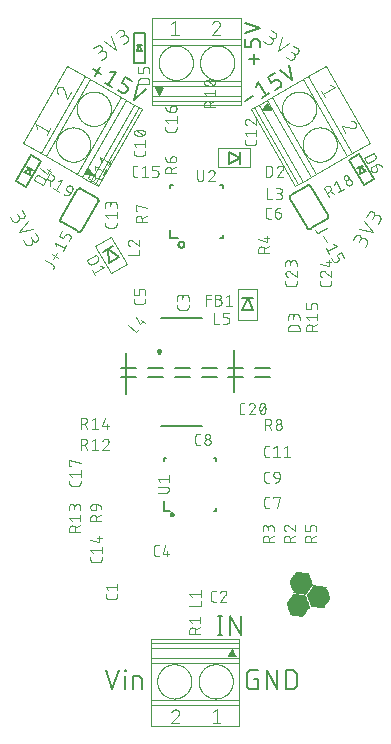
<source format=gbr>
G04 EAGLE Gerber RS-274X export*
G75*
%MOMM*%
%FSLAX34Y34*%
%LPD*%
%INSilkscreen Top*%
%IPPOS*%
%AMOC8*
5,1,8,0,0,1.08239X$1,22.5*%
G01*
%ADD10C,0.101600*%
%ADD11R,0.014731X0.014731*%
%ADD12R,0.147319X0.014731*%
%ADD13R,0.265175X0.014731*%
%ADD14R,0.383031X0.014731*%
%ADD15R,0.515619X0.014731*%
%ADD16R,0.633475X0.014731*%
%ADD17R,0.751331X0.014731*%
%ADD18R,0.883919X0.014731*%
%ADD19R,1.001775X0.014731*%
%ADD20R,1.119631X0.014731*%
%ADD21R,1.134363X0.014731*%
%ADD22R,1.149094X0.014731*%
%ADD23R,1.163825X0.014731*%
%ADD24R,1.178556X0.014731*%
%ADD25R,1.193288X0.014731*%
%ADD26R,1.222756X0.014731*%
%ADD27R,1.237488X0.014731*%
%ADD28R,1.266950X0.014731*%
%ADD29R,1.281681X0.014731*%
%ADD30R,1.311144X0.014731*%
%ADD31R,1.325881X0.014731*%
%ADD32R,1.355344X0.014731*%
%ADD33R,1.370075X0.014731*%
%ADD34R,1.384806X0.014731*%
%ADD35R,1.399538X0.014731*%
%ADD36R,1.414275X0.014731*%
%ADD37R,1.443738X0.014731*%
%ADD38R,1.458469X0.014731*%
%ADD39R,1.487931X0.014731*%
%ADD40R,1.502663X0.014731*%
%ADD41R,1.517394X0.014731*%
%ADD42R,1.532125X0.014731*%
%ADD43R,1.546856X0.014731*%
%ADD44R,1.576319X0.014731*%
%ADD45R,1.605788X0.014731*%
%ADD46R,1.620519X0.014731*%
%ADD47R,1.649981X0.014731*%
%ADD48R,1.664713X0.014731*%
%ADD49R,1.694175X0.014731*%
%ADD50R,1.708913X0.014731*%
%ADD51R,1.738375X0.014731*%
%ADD52R,1.753106X0.014731*%
%ADD53R,1.767838X0.014731*%
%ADD54R,1.782569X0.014731*%
%ADD55R,1.797306X0.014731*%
%ADD56R,0.117856X0.014731*%
%ADD57R,1.826769X0.014731*%
%ADD58R,0.235713X0.014731*%
%ADD59R,0.353569X0.014731*%
%ADD60R,1.856231X0.014731*%
%ADD61R,0.486156X0.014731*%
%ADD62R,1.870963X0.014731*%
%ADD63R,0.604013X0.014731*%
%ADD64R,0.721869X0.014731*%
%ADD65R,1.885694X0.014731*%
%ADD66R,0.839719X0.014731*%
%ADD67R,0.972306X0.014731*%
%ADD68R,1.090169X0.014731*%
%ADD69R,1.208025X0.014731*%
%ADD70R,1.252219X0.014731*%
%ADD71R,1.296412X0.014731*%
%ADD72R,1.340612X0.014731*%
%ADD73R,1.826763X0.014731*%
%ADD74R,1.414269X0.014731*%
%ADD75R,1.812031X0.014731*%
%ADD76R,1.429000X0.014731*%
%ADD77R,1.458462X0.014731*%
%ADD78R,1.473200X0.014731*%
%ADD79R,1.723644X0.014731*%
%ADD80R,1.694181X0.014731*%
%ADD81R,1.679450X0.014731*%
%ADD82R,1.561594X0.014731*%
%ADD83R,1.576325X0.014731*%
%ADD84R,1.591056X0.014731*%
%ADD85R,1.635250X0.014731*%
%ADD86R,1.561588X0.014731*%
%ADD87R,1.443731X0.014731*%
%ADD88R,1.797300X0.014731*%
%ADD89R,1.841500X0.014731*%
%ADD90R,1.311150X0.014731*%
%ADD91R,1.296419X0.014731*%
%ADD92R,1.193294X0.014731*%
%ADD93R,0.957575X0.014731*%
%ADD94R,0.589281X0.014731*%
%ADD95R,0.471425X0.014731*%
%ADD96R,0.220975X0.014731*%
%ADD97R,1.812038X0.014731*%
%ADD98R,0.103119X0.014731*%
%ADD99R,0.029463X0.014731*%
%ADD100R,0.162050X0.014731*%
%ADD101R,0.397763X0.014731*%
%ADD102R,0.648206X0.014731*%
%ADD103R,1.679444X0.014731*%
%ADD104R,1.016506X0.014731*%
%ADD105R,1.104900X0.014731*%
%ADD106R,1.222750X0.014731*%
%ADD107R,1.429006X0.014731*%
%ADD108R,1.208019X0.014731*%
%ADD109R,0.987044X0.014731*%
%ADD110R,0.854456X0.014731*%
%ADD111R,0.618744X0.014731*%
%ADD112R,0.500888X0.014731*%
%ADD113R,0.368300X0.014731*%
%ADD114R,0.132587X0.014731*%
%ADD115R,1.664719X0.014731*%
%ADD116R,1.075438X0.014731*%
%ADD117R,0.942844X0.014731*%
%ADD118R,0.707131X0.014731*%
%ADD119R,0.456694X0.014731*%
%ADD120R,0.088388X0.014731*%
%ADD121C,0.152400*%
%ADD122C,0.203200*%
%ADD123C,0.076200*%
%ADD124C,0.177800*%
%ADD125C,0.150000*%
%ADD126C,0.250000*%
%ADD127C,0.127000*%

G36*
X242701Y661494D02*
X242701Y661494D01*
X242768Y661495D01*
X242799Y661508D01*
X242832Y661512D01*
X242890Y661547D01*
X242952Y661574D01*
X242976Y661598D01*
X243005Y661615D01*
X243045Y661669D01*
X243091Y661718D01*
X243104Y661749D01*
X243124Y661776D01*
X243140Y661842D01*
X243164Y661905D01*
X243163Y661938D01*
X243171Y661971D01*
X243160Y662037D01*
X243158Y662105D01*
X243144Y662138D01*
X243139Y662169D01*
X243113Y662211D01*
X243087Y662271D01*
X239176Y668195D01*
X239160Y668211D01*
X239150Y668231D01*
X239090Y668281D01*
X239034Y668337D01*
X239014Y668346D01*
X238997Y668360D01*
X238922Y668384D01*
X238849Y668414D01*
X238827Y668413D01*
X238806Y668420D01*
X238727Y668413D01*
X238649Y668412D01*
X238628Y668403D01*
X238606Y668401D01*
X238537Y668364D01*
X238464Y668333D01*
X238449Y668317D01*
X238429Y668307D01*
X238363Y668228D01*
X238325Y668189D01*
X238321Y668179D01*
X238313Y668169D01*
X235138Y662670D01*
X235131Y662649D01*
X235118Y662631D01*
X235099Y662555D01*
X235074Y662480D01*
X235076Y662458D01*
X235071Y662437D01*
X235083Y662359D01*
X235089Y662280D01*
X235099Y662261D01*
X235102Y662239D01*
X235144Y662171D01*
X235180Y662102D01*
X235197Y662087D01*
X235208Y662068D01*
X235273Y662023D01*
X235333Y661972D01*
X235354Y661965D01*
X235372Y661953D01*
X235472Y661928D01*
X235524Y661912D01*
X235535Y661913D01*
X235547Y661910D01*
X242634Y661485D01*
X242701Y661494D01*
G37*
G36*
X393328Y716513D02*
X393328Y716513D01*
X393349Y716519D01*
X393371Y716517D01*
X393446Y716544D01*
X393522Y716564D01*
X393539Y716578D01*
X393560Y716585D01*
X393618Y716639D01*
X393681Y716687D01*
X393691Y716706D01*
X393708Y716721D01*
X393741Y716793D01*
X393779Y716861D01*
X393782Y716883D01*
X393791Y716903D01*
X393794Y716982D01*
X393803Y717060D01*
X393797Y717081D01*
X393798Y717103D01*
X393763Y717200D01*
X393748Y717253D01*
X393741Y717261D01*
X393737Y717273D01*
X390562Y722772D01*
X390547Y722789D01*
X390538Y722809D01*
X390482Y722863D01*
X390429Y722923D01*
X390409Y722932D01*
X390393Y722947D01*
X390320Y722976D01*
X390249Y723010D01*
X390227Y723011D01*
X390206Y723019D01*
X390127Y723016D01*
X390049Y723020D01*
X390028Y723013D01*
X390006Y723012D01*
X389934Y722979D01*
X389860Y722953D01*
X389844Y722938D01*
X389824Y722928D01*
X389753Y722854D01*
X389712Y722817D01*
X389708Y722807D01*
X389699Y722798D01*
X385788Y716873D01*
X385762Y716811D01*
X385729Y716752D01*
X385725Y716719D01*
X385712Y716688D01*
X385713Y716620D01*
X385705Y716553D01*
X385714Y716521D01*
X385715Y716487D01*
X385742Y716425D01*
X385760Y716361D01*
X385782Y716334D01*
X385795Y716303D01*
X385844Y716257D01*
X385886Y716204D01*
X385916Y716188D01*
X385940Y716165D01*
X386003Y716141D01*
X386062Y716109D01*
X386099Y716105D01*
X386127Y716094D01*
X386177Y716095D01*
X386241Y716088D01*
X393328Y716513D01*
G37*
G36*
X363652Y254132D02*
X363652Y254132D01*
X363674Y254130D01*
X363749Y254152D01*
X363827Y254167D01*
X363845Y254180D01*
X363866Y254186D01*
X363927Y254236D01*
X363992Y254280D01*
X364004Y254299D01*
X364022Y254313D01*
X364059Y254382D01*
X364102Y254448D01*
X364105Y254470D01*
X364116Y254489D01*
X364123Y254568D01*
X364137Y254645D01*
X364132Y254667D01*
X364134Y254689D01*
X364105Y254788D01*
X364094Y254841D01*
X364087Y254850D01*
X364084Y254862D01*
X360909Y261212D01*
X360867Y261265D01*
X360833Y261323D01*
X360806Y261343D01*
X360785Y261370D01*
X360727Y261403D01*
X360673Y261443D01*
X360640Y261451D01*
X360611Y261468D01*
X360544Y261475D01*
X360478Y261492D01*
X360445Y261487D01*
X360411Y261490D01*
X360347Y261471D01*
X360280Y261461D01*
X360251Y261443D01*
X360219Y261434D01*
X360167Y261391D01*
X360109Y261356D01*
X360087Y261327D01*
X360063Y261308D01*
X360040Y261264D01*
X360001Y261212D01*
X356826Y254862D01*
X356821Y254840D01*
X356808Y254822D01*
X356794Y254744D01*
X356774Y254668D01*
X356777Y254646D01*
X356773Y254625D01*
X356790Y254548D01*
X356800Y254470D01*
X356812Y254451D01*
X356816Y254429D01*
X356862Y254365D01*
X356902Y254297D01*
X356920Y254284D01*
X356932Y254266D01*
X356999Y254224D01*
X357062Y254177D01*
X357084Y254171D01*
X357103Y254160D01*
X357204Y254141D01*
X357257Y254128D01*
X357268Y254130D01*
X357280Y254128D01*
X363630Y254128D01*
X363652Y254132D01*
G37*
G36*
X298685Y729113D02*
X298685Y729113D01*
X298719Y729110D01*
X298784Y729129D01*
X298850Y729139D01*
X298879Y729157D01*
X298911Y729166D01*
X298963Y729209D01*
X299021Y729244D01*
X299043Y729273D01*
X299067Y729293D01*
X299090Y729336D01*
X299129Y729388D01*
X302304Y735738D01*
X302309Y735760D01*
X302322Y735778D01*
X302336Y735856D01*
X302356Y735932D01*
X302353Y735954D01*
X302357Y735975D01*
X302340Y736052D01*
X302330Y736130D01*
X302318Y736149D01*
X302314Y736171D01*
X302268Y736235D01*
X302228Y736303D01*
X302210Y736316D01*
X302198Y736334D01*
X302131Y736376D01*
X302068Y736423D01*
X302046Y736429D01*
X302027Y736440D01*
X301926Y736459D01*
X301873Y736472D01*
X301862Y736470D01*
X301850Y736472D01*
X295500Y736472D01*
X295478Y736468D01*
X295456Y736470D01*
X295381Y736448D01*
X295304Y736433D01*
X295285Y736420D01*
X295264Y736414D01*
X295203Y736364D01*
X295138Y736320D01*
X295126Y736301D01*
X295108Y736288D01*
X295071Y736218D01*
X295028Y736152D01*
X295025Y736130D01*
X295014Y736111D01*
X295007Y736032D01*
X294993Y735955D01*
X294998Y735933D01*
X294996Y735911D01*
X295025Y735812D01*
X295036Y735759D01*
X295043Y735750D01*
X295046Y735738D01*
X298221Y729388D01*
X298263Y729335D01*
X298297Y729277D01*
X298324Y729257D01*
X298345Y729230D01*
X298403Y729197D01*
X298457Y729157D01*
X298490Y729149D01*
X298520Y729132D01*
X298587Y729125D01*
X298652Y729108D01*
X298685Y729113D01*
G37*
D10*
X386918Y775252D02*
X389576Y773390D01*
X389670Y773327D01*
X389766Y773267D01*
X389864Y773210D01*
X389964Y773157D01*
X390066Y773107D01*
X390170Y773061D01*
X390275Y773019D01*
X390381Y772980D01*
X390489Y772945D01*
X390598Y772914D01*
X390708Y772886D01*
X390819Y772863D01*
X390930Y772843D01*
X391042Y772827D01*
X391155Y772815D01*
X391268Y772807D01*
X391381Y772803D01*
X391495Y772803D01*
X391608Y772807D01*
X391721Y772815D01*
X391834Y772827D01*
X391946Y772843D01*
X392057Y772863D01*
X392168Y772886D01*
X392278Y772914D01*
X392387Y772945D01*
X392495Y772980D01*
X392601Y773019D01*
X392706Y773061D01*
X392810Y773107D01*
X392912Y773157D01*
X393012Y773210D01*
X393110Y773267D01*
X393206Y773327D01*
X393300Y773390D01*
X393391Y773457D01*
X393481Y773526D01*
X393568Y773599D01*
X393652Y773675D01*
X393733Y773754D01*
X393812Y773835D01*
X393888Y773919D01*
X393961Y774006D01*
X394030Y774096D01*
X394097Y774187D01*
X394160Y774281D01*
X394220Y774377D01*
X394277Y774475D01*
X394330Y774575D01*
X394380Y774677D01*
X394426Y774781D01*
X394468Y774886D01*
X394507Y774992D01*
X394542Y775100D01*
X394573Y775209D01*
X394601Y775319D01*
X394624Y775430D01*
X394644Y775541D01*
X394660Y775653D01*
X394672Y775766D01*
X394680Y775879D01*
X394684Y775992D01*
X394684Y776106D01*
X394680Y776219D01*
X394672Y776332D01*
X394660Y776445D01*
X394644Y776557D01*
X394624Y776668D01*
X394601Y776779D01*
X394573Y776889D01*
X394542Y776998D01*
X394507Y777106D01*
X394468Y777212D01*
X394426Y777317D01*
X394380Y777421D01*
X394330Y777523D01*
X394277Y777623D01*
X394220Y777721D01*
X394160Y777817D01*
X394097Y777911D01*
X394030Y778002D01*
X393961Y778092D01*
X393888Y778179D01*
X393812Y778263D01*
X393733Y778344D01*
X393652Y778423D01*
X393568Y778499D01*
X393481Y778572D01*
X393392Y778641D01*
X393300Y778708D01*
X396810Y782589D02*
X393619Y784823D01*
X396809Y782589D02*
X396890Y782529D01*
X396969Y782467D01*
X397046Y782401D01*
X397120Y782333D01*
X397191Y782262D01*
X397259Y782188D01*
X397325Y782111D01*
X397387Y782032D01*
X397447Y781951D01*
X397503Y781867D01*
X397556Y781782D01*
X397605Y781694D01*
X397651Y781605D01*
X397694Y781513D01*
X397733Y781420D01*
X397768Y781326D01*
X397800Y781231D01*
X397828Y781134D01*
X397852Y781036D01*
X397872Y780938D01*
X397889Y780838D01*
X397901Y780738D01*
X397910Y780638D01*
X397915Y780538D01*
X397916Y780437D01*
X397913Y780336D01*
X397906Y780236D01*
X397895Y780136D01*
X397881Y780036D01*
X397862Y779937D01*
X397840Y779839D01*
X397814Y779742D01*
X397784Y779645D01*
X397751Y779551D01*
X397714Y779457D01*
X397673Y779365D01*
X397628Y779274D01*
X397581Y779186D01*
X397529Y779099D01*
X397475Y779015D01*
X397417Y778932D01*
X397356Y778852D01*
X397292Y778774D01*
X397225Y778699D01*
X397156Y778626D01*
X397083Y778557D01*
X397008Y778490D01*
X396930Y778426D01*
X396850Y778365D01*
X396767Y778307D01*
X396683Y778253D01*
X396596Y778201D01*
X396508Y778154D01*
X396417Y778109D01*
X396325Y778068D01*
X396231Y778031D01*
X396137Y777998D01*
X396040Y777968D01*
X395943Y777942D01*
X395845Y777920D01*
X395746Y777901D01*
X395646Y777887D01*
X395546Y777876D01*
X395446Y777869D01*
X395345Y777866D01*
X395244Y777867D01*
X395144Y777872D01*
X395044Y777881D01*
X394944Y777893D01*
X394844Y777910D01*
X394746Y777930D01*
X394648Y777954D01*
X394551Y777982D01*
X394456Y778014D01*
X394362Y778049D01*
X394269Y778088D01*
X394177Y778131D01*
X394088Y778177D01*
X394000Y778226D01*
X393915Y778279D01*
X393831Y778335D01*
X391704Y779825D01*
X402450Y778639D02*
X398939Y766834D01*
X408831Y774172D01*
X405643Y762140D02*
X408302Y760278D01*
X408396Y760215D01*
X408492Y760155D01*
X408590Y760098D01*
X408690Y760045D01*
X408792Y759995D01*
X408896Y759949D01*
X409001Y759907D01*
X409107Y759868D01*
X409215Y759833D01*
X409324Y759802D01*
X409434Y759774D01*
X409545Y759751D01*
X409656Y759731D01*
X409768Y759715D01*
X409881Y759703D01*
X409994Y759695D01*
X410107Y759691D01*
X410221Y759691D01*
X410334Y759695D01*
X410447Y759703D01*
X410560Y759715D01*
X410672Y759731D01*
X410783Y759751D01*
X410894Y759774D01*
X411004Y759802D01*
X411113Y759833D01*
X411221Y759868D01*
X411327Y759907D01*
X411432Y759949D01*
X411536Y759995D01*
X411638Y760045D01*
X411738Y760098D01*
X411836Y760155D01*
X411932Y760215D01*
X412026Y760278D01*
X412117Y760345D01*
X412207Y760414D01*
X412294Y760487D01*
X412378Y760563D01*
X412459Y760642D01*
X412538Y760723D01*
X412614Y760807D01*
X412687Y760894D01*
X412756Y760984D01*
X412823Y761075D01*
X412886Y761169D01*
X412946Y761265D01*
X413003Y761363D01*
X413056Y761463D01*
X413106Y761565D01*
X413152Y761669D01*
X413194Y761774D01*
X413233Y761880D01*
X413268Y761988D01*
X413299Y762097D01*
X413327Y762207D01*
X413350Y762318D01*
X413370Y762429D01*
X413386Y762541D01*
X413398Y762654D01*
X413406Y762767D01*
X413410Y762880D01*
X413410Y762994D01*
X413406Y763107D01*
X413398Y763220D01*
X413386Y763333D01*
X413370Y763445D01*
X413350Y763556D01*
X413327Y763667D01*
X413299Y763777D01*
X413268Y763886D01*
X413233Y763994D01*
X413194Y764100D01*
X413152Y764205D01*
X413106Y764309D01*
X413056Y764411D01*
X413003Y764511D01*
X412946Y764609D01*
X412886Y764705D01*
X412823Y764799D01*
X412756Y764890D01*
X412687Y764980D01*
X412614Y765067D01*
X412538Y765151D01*
X412459Y765232D01*
X412378Y765311D01*
X412294Y765387D01*
X412207Y765460D01*
X412118Y765529D01*
X412026Y765596D01*
X415535Y769477D02*
X412345Y771711D01*
X415535Y769477D02*
X415616Y769417D01*
X415695Y769355D01*
X415772Y769289D01*
X415846Y769221D01*
X415917Y769150D01*
X415985Y769076D01*
X416051Y768999D01*
X416113Y768920D01*
X416173Y768839D01*
X416229Y768755D01*
X416282Y768670D01*
X416331Y768582D01*
X416377Y768493D01*
X416420Y768401D01*
X416459Y768308D01*
X416494Y768214D01*
X416526Y768119D01*
X416554Y768022D01*
X416578Y767924D01*
X416598Y767826D01*
X416615Y767726D01*
X416627Y767626D01*
X416636Y767526D01*
X416641Y767426D01*
X416642Y767325D01*
X416639Y767224D01*
X416632Y767124D01*
X416621Y767024D01*
X416607Y766924D01*
X416588Y766825D01*
X416566Y766727D01*
X416540Y766630D01*
X416510Y766533D01*
X416477Y766439D01*
X416440Y766345D01*
X416399Y766253D01*
X416354Y766162D01*
X416307Y766074D01*
X416255Y765987D01*
X416201Y765903D01*
X416143Y765820D01*
X416082Y765740D01*
X416018Y765662D01*
X415951Y765587D01*
X415882Y765514D01*
X415809Y765445D01*
X415734Y765378D01*
X415656Y765314D01*
X415576Y765253D01*
X415493Y765195D01*
X415409Y765141D01*
X415322Y765089D01*
X415234Y765042D01*
X415143Y764997D01*
X415051Y764956D01*
X414957Y764919D01*
X414863Y764886D01*
X414766Y764856D01*
X414669Y764830D01*
X414571Y764808D01*
X414472Y764789D01*
X414372Y764775D01*
X414272Y764764D01*
X414172Y764757D01*
X414071Y764754D01*
X413970Y764755D01*
X413870Y764760D01*
X413770Y764769D01*
X413670Y764781D01*
X413570Y764798D01*
X413472Y764818D01*
X413374Y764842D01*
X413277Y764870D01*
X413182Y764902D01*
X413088Y764937D01*
X412995Y764976D01*
X412903Y765019D01*
X412814Y765065D01*
X412726Y765114D01*
X412641Y765167D01*
X412557Y765223D01*
X410430Y766713D01*
X474234Y603890D02*
X472612Y601080D01*
X474235Y603890D02*
X474290Y603989D01*
X474341Y604090D01*
X474389Y604193D01*
X474434Y604297D01*
X474474Y604403D01*
X474511Y604510D01*
X474544Y604618D01*
X474574Y604728D01*
X474599Y604838D01*
X474621Y604949D01*
X474638Y605061D01*
X474652Y605174D01*
X474662Y605287D01*
X474668Y605400D01*
X474670Y605513D01*
X474668Y605626D01*
X474662Y605739D01*
X474652Y605852D01*
X474638Y605965D01*
X474621Y606077D01*
X474599Y606188D01*
X474574Y606298D01*
X474544Y606408D01*
X474511Y606516D01*
X474474Y606623D01*
X474434Y606729D01*
X474389Y606833D01*
X474341Y606936D01*
X474290Y607037D01*
X474235Y607136D01*
X474177Y607233D01*
X474115Y607328D01*
X474050Y607421D01*
X473982Y607511D01*
X473911Y607599D01*
X473836Y607685D01*
X473759Y607768D01*
X473679Y607848D01*
X473596Y607925D01*
X473510Y608000D01*
X473422Y608071D01*
X473332Y608139D01*
X473239Y608204D01*
X473144Y608266D01*
X473047Y608324D01*
X472948Y608379D01*
X472847Y608430D01*
X472744Y608478D01*
X472640Y608523D01*
X472534Y608563D01*
X472427Y608600D01*
X472319Y608633D01*
X472209Y608663D01*
X472099Y608688D01*
X471988Y608710D01*
X471876Y608727D01*
X471763Y608741D01*
X471650Y608751D01*
X471537Y608757D01*
X471424Y608759D01*
X471311Y608757D01*
X471198Y608751D01*
X471085Y608741D01*
X470972Y608727D01*
X470860Y608710D01*
X470749Y608688D01*
X470639Y608663D01*
X470529Y608633D01*
X470421Y608600D01*
X470314Y608563D01*
X470208Y608523D01*
X470104Y608478D01*
X470001Y608430D01*
X469900Y608379D01*
X469801Y608324D01*
X469704Y608266D01*
X469609Y608204D01*
X469516Y608139D01*
X469426Y608071D01*
X469338Y608000D01*
X469252Y607925D01*
X469169Y607848D01*
X469089Y607768D01*
X469012Y607685D01*
X468937Y607599D01*
X468866Y607511D01*
X468798Y607421D01*
X468733Y607328D01*
X468671Y607233D01*
X468613Y607136D01*
X464440Y610294D02*
X462493Y606922D01*
X464441Y610294D02*
X464493Y610380D01*
X464548Y610464D01*
X464607Y610546D01*
X464668Y610626D01*
X464733Y610703D01*
X464801Y610777D01*
X464871Y610849D01*
X464944Y610918D01*
X465020Y610985D01*
X465099Y611048D01*
X465179Y611108D01*
X465262Y611165D01*
X465348Y611219D01*
X465435Y611269D01*
X465524Y611316D01*
X465615Y611359D01*
X465707Y611399D01*
X465801Y611435D01*
X465896Y611468D01*
X465993Y611497D01*
X466090Y611522D01*
X466189Y611543D01*
X466288Y611561D01*
X466388Y611574D01*
X466488Y611584D01*
X466588Y611590D01*
X466689Y611592D01*
X466790Y611590D01*
X466890Y611584D01*
X466990Y611574D01*
X467090Y611561D01*
X467189Y611543D01*
X467288Y611522D01*
X467385Y611497D01*
X467482Y611468D01*
X467577Y611435D01*
X467671Y611399D01*
X467763Y611359D01*
X467854Y611316D01*
X467943Y611269D01*
X468030Y611219D01*
X468116Y611165D01*
X468199Y611108D01*
X468279Y611048D01*
X468358Y610985D01*
X468434Y610918D01*
X468507Y610849D01*
X468577Y610777D01*
X468645Y610703D01*
X468710Y610626D01*
X468771Y610546D01*
X468830Y610464D01*
X468885Y610380D01*
X468937Y610294D01*
X468986Y610206D01*
X469031Y610116D01*
X469073Y610024D01*
X469111Y609931D01*
X469145Y609836D01*
X469176Y609741D01*
X469203Y609644D01*
X469226Y609546D01*
X469246Y609447D01*
X469261Y609347D01*
X469273Y609247D01*
X469281Y609147D01*
X469285Y609046D01*
X469285Y608946D01*
X469281Y608845D01*
X469273Y608745D01*
X469261Y608645D01*
X469246Y608545D01*
X469226Y608446D01*
X469203Y608348D01*
X469176Y608251D01*
X469145Y608156D01*
X469111Y608061D01*
X469073Y607968D01*
X469031Y607876D01*
X468986Y607786D01*
X468937Y607698D01*
X467639Y605449D01*
X467883Y616258D02*
X479949Y613789D01*
X471778Y623004D01*
X484041Y620877D02*
X485664Y623688D01*
X485664Y623687D02*
X485719Y623786D01*
X485770Y623887D01*
X485818Y623990D01*
X485863Y624094D01*
X485903Y624200D01*
X485940Y624307D01*
X485973Y624415D01*
X486003Y624525D01*
X486028Y624635D01*
X486050Y624746D01*
X486067Y624858D01*
X486081Y624971D01*
X486091Y625084D01*
X486097Y625197D01*
X486099Y625310D01*
X486097Y625423D01*
X486091Y625536D01*
X486081Y625649D01*
X486067Y625762D01*
X486050Y625874D01*
X486028Y625985D01*
X486003Y626095D01*
X485973Y626205D01*
X485940Y626313D01*
X485903Y626420D01*
X485863Y626526D01*
X485818Y626630D01*
X485770Y626733D01*
X485719Y626834D01*
X485664Y626933D01*
X485606Y627030D01*
X485544Y627125D01*
X485479Y627218D01*
X485411Y627308D01*
X485340Y627396D01*
X485265Y627482D01*
X485188Y627565D01*
X485108Y627645D01*
X485025Y627722D01*
X484939Y627797D01*
X484851Y627868D01*
X484761Y627936D01*
X484668Y628001D01*
X484573Y628063D01*
X484476Y628121D01*
X484377Y628176D01*
X484276Y628227D01*
X484173Y628275D01*
X484069Y628320D01*
X483963Y628360D01*
X483856Y628397D01*
X483748Y628430D01*
X483638Y628460D01*
X483528Y628485D01*
X483417Y628507D01*
X483305Y628524D01*
X483192Y628538D01*
X483079Y628548D01*
X482966Y628554D01*
X482853Y628556D01*
X482740Y628554D01*
X482627Y628548D01*
X482514Y628538D01*
X482401Y628524D01*
X482289Y628507D01*
X482178Y628485D01*
X482068Y628460D01*
X481958Y628430D01*
X481850Y628397D01*
X481743Y628360D01*
X481637Y628320D01*
X481533Y628275D01*
X481430Y628227D01*
X481329Y628176D01*
X481230Y628121D01*
X481133Y628063D01*
X481038Y628001D01*
X480945Y627936D01*
X480855Y627868D01*
X480767Y627797D01*
X480681Y627722D01*
X480598Y627645D01*
X480518Y627565D01*
X480441Y627482D01*
X480366Y627396D01*
X480295Y627308D01*
X480227Y627218D01*
X480162Y627125D01*
X480100Y627030D01*
X480042Y626933D01*
X475870Y630092D02*
X473923Y626719D01*
X475871Y630091D02*
X475923Y630177D01*
X475978Y630261D01*
X476037Y630343D01*
X476098Y630423D01*
X476163Y630500D01*
X476231Y630574D01*
X476301Y630646D01*
X476374Y630715D01*
X476450Y630782D01*
X476529Y630845D01*
X476609Y630905D01*
X476692Y630962D01*
X476778Y631016D01*
X476865Y631066D01*
X476954Y631113D01*
X477045Y631156D01*
X477137Y631196D01*
X477231Y631232D01*
X477326Y631265D01*
X477423Y631294D01*
X477520Y631319D01*
X477619Y631340D01*
X477718Y631358D01*
X477818Y631371D01*
X477918Y631381D01*
X478018Y631387D01*
X478119Y631389D01*
X478220Y631387D01*
X478320Y631381D01*
X478420Y631371D01*
X478520Y631358D01*
X478619Y631340D01*
X478718Y631319D01*
X478815Y631294D01*
X478912Y631265D01*
X479007Y631232D01*
X479101Y631196D01*
X479193Y631156D01*
X479284Y631113D01*
X479373Y631066D01*
X479460Y631016D01*
X479546Y630962D01*
X479629Y630905D01*
X479709Y630845D01*
X479788Y630782D01*
X479864Y630715D01*
X479937Y630646D01*
X480007Y630574D01*
X480075Y630500D01*
X480140Y630423D01*
X480201Y630343D01*
X480260Y630261D01*
X480315Y630177D01*
X480367Y630091D01*
X480416Y630003D01*
X480461Y629913D01*
X480503Y629821D01*
X480541Y629728D01*
X480575Y629633D01*
X480606Y629538D01*
X480633Y629441D01*
X480656Y629343D01*
X480676Y629244D01*
X480691Y629144D01*
X480703Y629044D01*
X480711Y628944D01*
X480715Y628843D01*
X480715Y628743D01*
X480711Y628642D01*
X480703Y628542D01*
X480691Y628442D01*
X480676Y628342D01*
X480656Y628243D01*
X480633Y628145D01*
X480606Y628048D01*
X480575Y627953D01*
X480541Y627858D01*
X480503Y627765D01*
X480461Y627673D01*
X480416Y627583D01*
X480367Y627495D01*
X479069Y625247D01*
X252348Y761549D02*
X249689Y759687D01*
X252348Y761548D02*
X252439Y761615D01*
X252529Y761684D01*
X252616Y761757D01*
X252700Y761833D01*
X252781Y761912D01*
X252860Y761993D01*
X252936Y762077D01*
X253009Y762164D01*
X253078Y762254D01*
X253145Y762345D01*
X253208Y762439D01*
X253268Y762535D01*
X253325Y762633D01*
X253378Y762733D01*
X253428Y762835D01*
X253474Y762939D01*
X253516Y763044D01*
X253555Y763150D01*
X253590Y763258D01*
X253621Y763367D01*
X253649Y763477D01*
X253672Y763588D01*
X253692Y763699D01*
X253708Y763811D01*
X253720Y763924D01*
X253728Y764037D01*
X253732Y764150D01*
X253732Y764264D01*
X253728Y764377D01*
X253720Y764490D01*
X253708Y764603D01*
X253692Y764715D01*
X253672Y764826D01*
X253649Y764937D01*
X253621Y765047D01*
X253590Y765156D01*
X253555Y765264D01*
X253516Y765370D01*
X253474Y765475D01*
X253428Y765579D01*
X253378Y765681D01*
X253325Y765781D01*
X253268Y765879D01*
X253208Y765975D01*
X253145Y766069D01*
X253078Y766160D01*
X253009Y766250D01*
X252936Y766337D01*
X252860Y766421D01*
X252781Y766502D01*
X252700Y766581D01*
X252616Y766657D01*
X252529Y766730D01*
X252440Y766799D01*
X252348Y766866D01*
X252254Y766929D01*
X252158Y766989D01*
X252060Y767046D01*
X251960Y767099D01*
X251858Y767149D01*
X251754Y767195D01*
X251649Y767237D01*
X251543Y767276D01*
X251435Y767311D01*
X251326Y767342D01*
X251216Y767370D01*
X251105Y767393D01*
X250994Y767413D01*
X250882Y767429D01*
X250769Y767441D01*
X250656Y767449D01*
X250543Y767453D01*
X250429Y767453D01*
X250316Y767449D01*
X250203Y767441D01*
X250090Y767429D01*
X249978Y767413D01*
X249867Y767393D01*
X249756Y767370D01*
X249646Y767342D01*
X249537Y767311D01*
X249429Y767276D01*
X249323Y767237D01*
X249218Y767195D01*
X249114Y767149D01*
X249012Y767099D01*
X248912Y767046D01*
X248814Y766989D01*
X248718Y766929D01*
X248624Y766866D01*
X246178Y771492D02*
X242988Y769258D01*
X246178Y771492D02*
X246262Y771548D01*
X246347Y771601D01*
X246435Y771650D01*
X246524Y771696D01*
X246616Y771739D01*
X246709Y771778D01*
X246803Y771813D01*
X246898Y771845D01*
X246995Y771873D01*
X247093Y771897D01*
X247191Y771917D01*
X247291Y771934D01*
X247391Y771946D01*
X247491Y771955D01*
X247592Y771960D01*
X247692Y771961D01*
X247793Y771958D01*
X247893Y771951D01*
X247993Y771940D01*
X248093Y771926D01*
X248192Y771907D01*
X248290Y771885D01*
X248387Y771859D01*
X248484Y771829D01*
X248579Y771796D01*
X248672Y771759D01*
X248764Y771718D01*
X248855Y771673D01*
X248943Y771626D01*
X249030Y771574D01*
X249114Y771520D01*
X249197Y771462D01*
X249277Y771401D01*
X249355Y771337D01*
X249430Y771270D01*
X249503Y771201D01*
X249572Y771128D01*
X249639Y771053D01*
X249703Y770975D01*
X249764Y770895D01*
X249822Y770812D01*
X249876Y770728D01*
X249928Y770641D01*
X249975Y770553D01*
X250020Y770462D01*
X250061Y770370D01*
X250098Y770276D01*
X250131Y770182D01*
X250161Y770085D01*
X250187Y769988D01*
X250209Y769890D01*
X250228Y769791D01*
X250242Y769691D01*
X250253Y769591D01*
X250260Y769491D01*
X250263Y769390D01*
X250262Y769290D01*
X250257Y769189D01*
X250248Y769089D01*
X250236Y768989D01*
X250219Y768889D01*
X250199Y768791D01*
X250175Y768693D01*
X250147Y768596D01*
X250115Y768501D01*
X250080Y768407D01*
X250041Y768314D01*
X249998Y768222D01*
X249952Y768133D01*
X249903Y768045D01*
X249850Y767960D01*
X249794Y767876D01*
X249734Y767795D01*
X249672Y767716D01*
X249606Y767639D01*
X249538Y767565D01*
X249467Y767494D01*
X249393Y767426D01*
X249316Y767360D01*
X249237Y767298D01*
X249156Y767238D01*
X247030Y765749D01*
X251819Y775442D02*
X261711Y768104D01*
X258199Y779909D01*
X268415Y772799D02*
X271074Y774660D01*
X271165Y774727D01*
X271255Y774796D01*
X271342Y774869D01*
X271426Y774945D01*
X271507Y775024D01*
X271586Y775105D01*
X271662Y775189D01*
X271735Y775276D01*
X271804Y775366D01*
X271871Y775457D01*
X271934Y775551D01*
X271994Y775647D01*
X272051Y775745D01*
X272104Y775845D01*
X272154Y775947D01*
X272200Y776051D01*
X272242Y776156D01*
X272281Y776262D01*
X272316Y776370D01*
X272347Y776479D01*
X272375Y776589D01*
X272398Y776700D01*
X272418Y776811D01*
X272434Y776923D01*
X272446Y777036D01*
X272454Y777149D01*
X272458Y777262D01*
X272458Y777376D01*
X272454Y777489D01*
X272446Y777602D01*
X272434Y777715D01*
X272418Y777827D01*
X272398Y777938D01*
X272375Y778049D01*
X272347Y778159D01*
X272316Y778268D01*
X272281Y778376D01*
X272242Y778482D01*
X272200Y778587D01*
X272154Y778691D01*
X272104Y778793D01*
X272051Y778893D01*
X271994Y778991D01*
X271934Y779087D01*
X271871Y779181D01*
X271804Y779272D01*
X271735Y779362D01*
X271662Y779449D01*
X271586Y779533D01*
X271507Y779614D01*
X271426Y779693D01*
X271342Y779769D01*
X271255Y779842D01*
X271166Y779911D01*
X271074Y779978D01*
X270980Y780041D01*
X270884Y780101D01*
X270786Y780158D01*
X270686Y780211D01*
X270584Y780261D01*
X270480Y780307D01*
X270375Y780349D01*
X270269Y780388D01*
X270161Y780423D01*
X270052Y780454D01*
X269942Y780482D01*
X269831Y780505D01*
X269720Y780525D01*
X269608Y780541D01*
X269495Y780553D01*
X269382Y780561D01*
X269269Y780565D01*
X269155Y780565D01*
X269042Y780561D01*
X268929Y780553D01*
X268816Y780541D01*
X268704Y780525D01*
X268593Y780505D01*
X268482Y780482D01*
X268372Y780454D01*
X268263Y780423D01*
X268155Y780388D01*
X268049Y780349D01*
X267944Y780307D01*
X267840Y780261D01*
X267738Y780211D01*
X267638Y780158D01*
X267540Y780101D01*
X267444Y780041D01*
X267350Y779978D01*
X264904Y784604D02*
X261713Y782370D01*
X264904Y784604D02*
X264988Y784660D01*
X265073Y784713D01*
X265161Y784762D01*
X265250Y784808D01*
X265342Y784851D01*
X265435Y784890D01*
X265529Y784925D01*
X265624Y784957D01*
X265721Y784985D01*
X265819Y785009D01*
X265917Y785029D01*
X266017Y785046D01*
X266117Y785058D01*
X266217Y785067D01*
X266318Y785072D01*
X266418Y785073D01*
X266519Y785070D01*
X266619Y785063D01*
X266719Y785052D01*
X266819Y785038D01*
X266918Y785019D01*
X267016Y784997D01*
X267113Y784971D01*
X267210Y784941D01*
X267305Y784908D01*
X267398Y784871D01*
X267490Y784830D01*
X267581Y784785D01*
X267669Y784738D01*
X267756Y784686D01*
X267840Y784632D01*
X267923Y784574D01*
X268003Y784513D01*
X268081Y784449D01*
X268156Y784382D01*
X268229Y784313D01*
X268298Y784240D01*
X268365Y784165D01*
X268429Y784087D01*
X268490Y784007D01*
X268548Y783924D01*
X268602Y783840D01*
X268654Y783753D01*
X268701Y783665D01*
X268746Y783574D01*
X268787Y783482D01*
X268824Y783388D01*
X268857Y783294D01*
X268887Y783197D01*
X268913Y783100D01*
X268935Y783002D01*
X268954Y782903D01*
X268968Y782803D01*
X268979Y782703D01*
X268986Y782603D01*
X268989Y782502D01*
X268988Y782402D01*
X268983Y782301D01*
X268974Y782201D01*
X268962Y782101D01*
X268945Y782001D01*
X268925Y781903D01*
X268901Y781805D01*
X268873Y781708D01*
X268841Y781613D01*
X268806Y781519D01*
X268767Y781426D01*
X268724Y781334D01*
X268678Y781245D01*
X268629Y781157D01*
X268576Y781072D01*
X268520Y780988D01*
X268460Y780907D01*
X268398Y780828D01*
X268332Y780751D01*
X268264Y780677D01*
X268193Y780606D01*
X268119Y780538D01*
X268042Y780472D01*
X267963Y780410D01*
X267882Y780350D01*
X265755Y778861D01*
D11*
X420202Y287889D03*
D12*
X419687Y288036D03*
D13*
X419097Y288183D03*
D14*
X418656Y288331D03*
D15*
X418140Y288478D03*
D16*
X417698Y288625D03*
D17*
X417109Y288773D03*
D18*
X416593Y288920D03*
D19*
X416151Y289067D03*
D20*
X415709Y289215D03*
D21*
X415635Y289362D03*
D22*
X415709Y289509D03*
D23*
X415783Y289657D03*
D24*
X415709Y289804D03*
D25*
X415783Y289951D03*
D26*
X415783Y290098D03*
D27*
X415856Y290246D03*
X415856Y290393D03*
D28*
X415856Y290540D03*
D29*
X415930Y290688D03*
D30*
X415930Y290835D03*
X415930Y290982D03*
D31*
X416004Y291130D03*
D32*
X416004Y291277D03*
D33*
X416077Y291424D03*
D34*
X416004Y291572D03*
D35*
X416077Y291719D03*
D36*
X416151Y291866D03*
D37*
X416151Y292014D03*
X416151Y292161D03*
D38*
X416225Y292308D03*
D39*
X416225Y292456D03*
D40*
X416298Y292603D03*
D41*
X416225Y292750D03*
D42*
X416298Y292898D03*
D43*
X416372Y293045D03*
D44*
X416372Y293192D03*
X416372Y293340D03*
D45*
X416372Y293487D03*
D46*
X416446Y293634D03*
X416446Y293781D03*
D47*
X416446Y293929D03*
D48*
X416519Y294076D03*
D49*
X416519Y294223D03*
X416519Y294371D03*
D50*
X416593Y294518D03*
D51*
X416593Y294665D03*
D52*
X416667Y294813D03*
D53*
X416593Y294960D03*
D54*
X416667Y295107D03*
D55*
X416740Y295255D03*
D56*
X437218Y295255D03*
D57*
X416740Y295402D03*
D58*
X436629Y295402D03*
D57*
X416740Y295549D03*
D59*
X436187Y295549D03*
D60*
X416740Y295697D03*
D61*
X435671Y295697D03*
D62*
X416814Y295844D03*
D63*
X435229Y295844D03*
D62*
X416814Y295991D03*
D64*
X434640Y295991D03*
D65*
X416740Y296139D03*
D66*
X434198Y296139D03*
D65*
X416740Y296286D03*
D67*
X433682Y296286D03*
D62*
X416667Y296433D03*
D68*
X433240Y296433D03*
D65*
X416593Y296581D03*
D20*
X433093Y296581D03*
D65*
X416593Y296728D03*
D22*
X433093Y296728D03*
D65*
X416446Y296875D03*
D23*
X433167Y296875D03*
D65*
X416446Y297023D03*
D24*
X433240Y297023D03*
D62*
X416372Y297170D03*
D25*
X433167Y297170D03*
D65*
X416298Y297317D03*
D69*
X433240Y297317D03*
D65*
X416298Y297464D03*
D27*
X433240Y297464D03*
D65*
X416151Y297612D03*
D70*
X433314Y297612D03*
D65*
X416151Y297759D03*
D70*
X433314Y297759D03*
D62*
X416077Y297906D03*
D29*
X433314Y297906D03*
D65*
X416004Y298054D03*
D71*
X433388Y298054D03*
D65*
X416004Y298201D03*
D31*
X433388Y298201D03*
D65*
X415856Y298348D03*
D31*
X433388Y298348D03*
D65*
X415856Y298496D03*
D72*
X433461Y298496D03*
D62*
X415783Y298643D03*
D33*
X433461Y298643D03*
D60*
X415856Y298790D03*
D34*
X433535Y298790D03*
D60*
X415856Y298938D03*
D35*
X433461Y298938D03*
D73*
X415856Y299085D03*
D74*
X433535Y299085D03*
D75*
X415930Y299232D03*
D76*
X433608Y299232D03*
D54*
X415930Y299380D03*
D77*
X433608Y299380D03*
D54*
X415930Y299527D03*
D77*
X433608Y299527D03*
D53*
X416004Y299674D03*
D78*
X433682Y299674D03*
D51*
X416004Y299822D03*
D40*
X433682Y299822D03*
D79*
X416077Y299969D03*
D40*
X433682Y299969D03*
D50*
X416004Y300116D03*
D42*
X433682Y300116D03*
D80*
X416077Y300264D03*
D43*
X433756Y300264D03*
D81*
X416151Y300411D03*
D82*
X433829Y300411D03*
D47*
X416151Y300558D03*
D83*
X433756Y300558D03*
D47*
X416151Y300706D03*
D84*
X433829Y300706D03*
D85*
X416225Y300853D03*
D46*
X433829Y300853D03*
D45*
X416225Y301000D03*
D85*
X433903Y301000D03*
D45*
X416225Y301147D03*
D85*
X433903Y301147D03*
D83*
X416225Y301295D03*
D48*
X433903Y301295D03*
D86*
X416298Y301442D03*
D81*
X433977Y301442D03*
D43*
X416372Y301589D03*
D50*
X433977Y301589D03*
D42*
X416298Y301737D03*
D50*
X433977Y301737D03*
D41*
X416372Y301884D03*
D79*
X434050Y301884D03*
D39*
X416372Y302031D03*
D52*
X434050Y302031D03*
D78*
X416446Y302179D03*
D53*
X434124Y302179D03*
D78*
X416446Y302326D03*
D54*
X434050Y302326D03*
D87*
X416446Y302473D03*
D88*
X434124Y302473D03*
D76*
X416519Y302621D03*
D75*
X434198Y302621D03*
D35*
X416519Y302768D03*
D89*
X434198Y302768D03*
D35*
X416519Y302915D03*
D89*
X434198Y302915D03*
D34*
X416593Y303063D03*
D62*
X434198Y303063D03*
D32*
X416593Y303210D03*
D65*
X434271Y303210D03*
D72*
X416667Y303357D03*
D62*
X434198Y303357D03*
D31*
X416593Y303505D03*
D65*
X434124Y303505D03*
D90*
X416667Y303652D03*
D65*
X434124Y303652D03*
D91*
X416740Y303799D03*
D62*
X434050Y303799D03*
D28*
X416740Y303947D03*
D65*
X433977Y303947D03*
D28*
X416740Y304094D03*
D65*
X433977Y304094D03*
D70*
X416814Y304241D03*
D65*
X433829Y304241D03*
D26*
X416814Y304389D03*
D65*
X433829Y304389D03*
D69*
X416888Y304536D03*
D62*
X433756Y304536D03*
D92*
X416814Y304683D03*
D65*
X433682Y304683D03*
D24*
X416888Y304830D03*
D65*
X433682Y304830D03*
D23*
X416961Y304978D03*
D65*
X433535Y304978D03*
D22*
X416888Y305125D03*
D65*
X433535Y305125D03*
D21*
X416961Y305272D03*
D62*
X433461Y305272D03*
D68*
X416888Y305420D03*
D65*
X433388Y305420D03*
D93*
X416372Y305567D03*
D65*
X433388Y305567D03*
D66*
X415783Y305714D03*
D65*
X433240Y305714D03*
D64*
X415341Y305862D03*
D65*
X433240Y305862D03*
D94*
X414825Y306009D03*
D60*
X433240Y306009D03*
D95*
X414383Y306156D03*
D89*
X433314Y306156D03*
D59*
X413794Y306304D03*
D89*
X433314Y306304D03*
D96*
X413278Y306451D03*
D97*
X433314Y306451D03*
D98*
X412836Y306598D03*
D55*
X433388Y306598D03*
D99*
X422633Y306746D03*
D54*
X433314Y306746D03*
D100*
X422118Y306893D03*
D53*
X433388Y306893D03*
D13*
X421602Y307040D03*
D52*
X433461Y307040D03*
D101*
X421086Y307188D03*
D79*
X433461Y307188D03*
D15*
X420644Y307335D03*
D79*
X433461Y307335D03*
D102*
X420129Y307482D03*
D80*
X433461Y307482D03*
D17*
X419613Y307630D03*
D103*
X433535Y307630D03*
D18*
X419097Y307777D03*
D48*
X433608Y307777D03*
D104*
X418582Y307924D03*
D47*
X433535Y307924D03*
D105*
X418140Y308072D03*
D85*
X433608Y308072D03*
D21*
X418140Y308219D03*
D46*
X433682Y308219D03*
D22*
X418214Y308366D03*
D84*
X433682Y308366D03*
D23*
X418287Y308513D03*
D84*
X433682Y308513D03*
D24*
X418214Y308661D03*
D86*
X433682Y308661D03*
D25*
X418287Y308808D03*
D43*
X433756Y308808D03*
D106*
X418287Y308955D03*
D42*
X433829Y308955D03*
D27*
X418361Y309103D03*
D41*
X433756Y309103D03*
D27*
X418361Y309250D03*
D40*
X433829Y309250D03*
D28*
X418361Y309397D03*
D78*
X433829Y309397D03*
D29*
X418435Y309545D03*
D38*
X433903Y309545D03*
D30*
X418435Y309692D03*
D38*
X433903Y309692D03*
D30*
X418435Y309839D03*
D107*
X433903Y309839D03*
D31*
X418508Y309987D03*
D74*
X433977Y309987D03*
D32*
X418508Y310134D03*
D34*
X433977Y310134D03*
D33*
X418582Y310281D03*
D34*
X433977Y310281D03*
X418508Y310429D03*
D33*
X434050Y310429D03*
D35*
X418582Y310576D03*
D72*
X434050Y310576D03*
D74*
X418656Y310723D03*
D72*
X434050Y310723D03*
D37*
X418656Y310871D03*
D90*
X434050Y310871D03*
D37*
X418656Y311018D03*
D71*
X434124Y311018D03*
D78*
X418656Y311165D03*
D29*
X434198Y311165D03*
D39*
X418729Y311313D03*
D28*
X434124Y311313D03*
D40*
X418803Y311460D03*
D70*
X434198Y311460D03*
D41*
X418729Y311607D03*
D26*
X434198Y311607D03*
D42*
X418803Y311755D03*
D108*
X434271Y311755D03*
D86*
X418803Y311902D03*
D108*
X434271Y311902D03*
D44*
X418876Y312049D03*
D24*
X434271Y312049D03*
D44*
X418876Y312196D03*
D23*
X434345Y312196D03*
D45*
X418876Y312344D03*
D22*
X434419Y312344D03*
D46*
X418950Y312491D03*
D21*
X434345Y312491D03*
D46*
X418950Y312638D03*
D105*
X434345Y312638D03*
D47*
X418950Y312786D03*
D109*
X433903Y312786D03*
D48*
X419024Y312933D03*
D110*
X433388Y312933D03*
D49*
X419024Y313080D03*
D17*
X432872Y313080D03*
D49*
X419024Y313228D03*
D111*
X432356Y313228D03*
D50*
X419097Y313375D03*
D112*
X431914Y313375D03*
D51*
X419097Y313522D03*
D113*
X431399Y313522D03*
D52*
X419171Y313670D03*
D13*
X430883Y313670D03*
D53*
X419097Y313817D03*
D114*
X430367Y313817D03*
D54*
X419171Y313964D03*
D11*
X429925Y313964D03*
D55*
X419245Y314112D03*
D57*
X419245Y314259D03*
X419245Y314406D03*
D60*
X419245Y314554D03*
D62*
X419318Y314701D03*
X419318Y314848D03*
D65*
X419245Y314996D03*
X419245Y315143D03*
X419097Y315290D03*
X419097Y315438D03*
D62*
X419024Y315585D03*
D65*
X418950Y315732D03*
X418950Y315879D03*
X418803Y316027D03*
X418803Y316174D03*
D62*
X418729Y316321D03*
D65*
X418656Y316469D03*
X418656Y316616D03*
D62*
X418582Y316763D03*
D65*
X418508Y316911D03*
X418508Y317058D03*
X418361Y317205D03*
X418361Y317353D03*
D62*
X418287Y317500D03*
D60*
X418361Y317647D03*
X418361Y317795D03*
D73*
X418361Y317942D03*
D75*
X418435Y318089D03*
D54*
X418435Y318237D03*
X418435Y318384D03*
D53*
X418508Y318531D03*
D51*
X418508Y318679D03*
D79*
X418582Y318826D03*
D50*
X418508Y318973D03*
D80*
X418582Y319121D03*
D81*
X418656Y319268D03*
D115*
X418582Y319415D03*
D47*
X418656Y319562D03*
D46*
X418656Y319710D03*
D45*
X418729Y319857D03*
X418729Y320004D03*
D83*
X418729Y320152D03*
D86*
X418803Y320299D03*
D42*
X418803Y320446D03*
X418803Y320594D03*
D41*
X418876Y320741D03*
D39*
X418876Y320888D03*
D78*
X418950Y321036D03*
X418950Y321183D03*
D87*
X418950Y321330D03*
D76*
X419024Y321478D03*
D35*
X419024Y321625D03*
X419024Y321772D03*
D34*
X419097Y321920D03*
D32*
X419097Y322067D03*
D72*
X419171Y322214D03*
D31*
X419097Y322362D03*
D90*
X419171Y322509D03*
D91*
X419245Y322656D03*
D28*
X419245Y322804D03*
X419245Y322951D03*
D27*
X419245Y323098D03*
D26*
X419318Y323245D03*
D69*
X419392Y323393D03*
D92*
X419318Y323540D03*
D24*
X419392Y323687D03*
D22*
X419392Y323835D03*
X419392Y323982D03*
D21*
X419466Y324129D03*
D116*
X419318Y324277D03*
D117*
X418803Y324424D03*
D66*
X418287Y324571D03*
D118*
X417772Y324719D03*
D94*
X417330Y324866D03*
D119*
X416814Y325013D03*
D59*
X416298Y325161D03*
D96*
X415783Y325308D03*
D120*
X415267Y325455D03*
D10*
X173886Y624108D02*
X172263Y626918D01*
X173885Y624107D02*
X173943Y624010D01*
X174005Y623915D01*
X174070Y623822D01*
X174138Y623732D01*
X174209Y623644D01*
X174284Y623558D01*
X174361Y623475D01*
X174441Y623395D01*
X174524Y623318D01*
X174610Y623243D01*
X174698Y623172D01*
X174788Y623104D01*
X174881Y623039D01*
X174976Y622977D01*
X175073Y622919D01*
X175172Y622864D01*
X175273Y622813D01*
X175376Y622765D01*
X175480Y622720D01*
X175586Y622680D01*
X175693Y622643D01*
X175801Y622610D01*
X175911Y622580D01*
X176021Y622555D01*
X176132Y622533D01*
X176244Y622516D01*
X176357Y622502D01*
X176470Y622492D01*
X176583Y622486D01*
X176696Y622484D01*
X176809Y622486D01*
X176922Y622492D01*
X177035Y622502D01*
X177148Y622516D01*
X177260Y622533D01*
X177371Y622555D01*
X177481Y622580D01*
X177591Y622610D01*
X177699Y622643D01*
X177806Y622680D01*
X177912Y622720D01*
X178016Y622765D01*
X178119Y622813D01*
X178220Y622864D01*
X178319Y622919D01*
X178416Y622977D01*
X178511Y623039D01*
X178604Y623104D01*
X178694Y623172D01*
X178782Y623243D01*
X178868Y623318D01*
X178951Y623395D01*
X179031Y623475D01*
X179108Y623558D01*
X179183Y623644D01*
X179254Y623732D01*
X179322Y623822D01*
X179387Y623915D01*
X179449Y624010D01*
X179507Y624107D01*
X179562Y624206D01*
X179613Y624307D01*
X179661Y624410D01*
X179706Y624514D01*
X179746Y624620D01*
X179783Y624727D01*
X179816Y624835D01*
X179846Y624945D01*
X179871Y625055D01*
X179893Y625166D01*
X179910Y625278D01*
X179924Y625391D01*
X179934Y625504D01*
X179940Y625617D01*
X179942Y625730D01*
X179940Y625843D01*
X179934Y625956D01*
X179924Y626069D01*
X179910Y626182D01*
X179893Y626294D01*
X179871Y626405D01*
X179846Y626515D01*
X179816Y626625D01*
X179783Y626733D01*
X179746Y626840D01*
X179706Y626946D01*
X179661Y627050D01*
X179613Y627153D01*
X179562Y627254D01*
X179507Y627353D01*
X184329Y629387D02*
X182382Y632760D01*
X184329Y629388D02*
X184378Y629299D01*
X184423Y629209D01*
X184465Y629118D01*
X184503Y629024D01*
X184537Y628930D01*
X184568Y628834D01*
X184595Y628737D01*
X184618Y628639D01*
X184638Y628540D01*
X184653Y628440D01*
X184665Y628340D01*
X184673Y628240D01*
X184677Y628139D01*
X184677Y628039D01*
X184673Y627938D01*
X184665Y627838D01*
X184653Y627738D01*
X184638Y627638D01*
X184618Y627539D01*
X184595Y627441D01*
X184568Y627344D01*
X184537Y627248D01*
X184503Y627154D01*
X184465Y627060D01*
X184423Y626969D01*
X184378Y626879D01*
X184329Y626791D01*
X184277Y626704D01*
X184222Y626620D01*
X184163Y626538D01*
X184101Y626459D01*
X184037Y626381D01*
X183969Y626307D01*
X183898Y626235D01*
X183825Y626166D01*
X183749Y626100D01*
X183671Y626036D01*
X183590Y625976D01*
X183507Y625919D01*
X183422Y625866D01*
X183335Y625815D01*
X183246Y625768D01*
X183155Y625725D01*
X183062Y625685D01*
X182968Y625649D01*
X182873Y625616D01*
X182776Y625587D01*
X182679Y625562D01*
X182580Y625541D01*
X182481Y625523D01*
X182381Y625510D01*
X182281Y625500D01*
X182181Y625494D01*
X182080Y625492D01*
X181979Y625494D01*
X181879Y625500D01*
X181779Y625510D01*
X181679Y625523D01*
X181580Y625541D01*
X181481Y625562D01*
X181384Y625587D01*
X181287Y625616D01*
X181192Y625649D01*
X181098Y625685D01*
X181005Y625725D01*
X180914Y625768D01*
X180825Y625815D01*
X180738Y625866D01*
X180653Y625919D01*
X180570Y625976D01*
X180489Y626036D01*
X180411Y626100D01*
X180335Y626166D01*
X180262Y626235D01*
X180191Y626307D01*
X180123Y626381D01*
X180059Y626459D01*
X179997Y626538D01*
X179938Y626620D01*
X179883Y626704D01*
X179831Y626791D01*
X179832Y626791D02*
X178533Y629040D01*
X187772Y623424D02*
X179601Y614209D01*
X191667Y616678D01*
X183693Y607121D02*
X185316Y604310D01*
X185315Y604310D02*
X185373Y604213D01*
X185435Y604118D01*
X185500Y604025D01*
X185568Y603935D01*
X185639Y603847D01*
X185714Y603761D01*
X185791Y603678D01*
X185871Y603598D01*
X185954Y603521D01*
X186040Y603446D01*
X186128Y603375D01*
X186218Y603307D01*
X186311Y603242D01*
X186406Y603180D01*
X186503Y603122D01*
X186602Y603067D01*
X186703Y603016D01*
X186806Y602968D01*
X186910Y602923D01*
X187016Y602883D01*
X187123Y602846D01*
X187231Y602813D01*
X187341Y602783D01*
X187451Y602758D01*
X187562Y602736D01*
X187674Y602719D01*
X187787Y602705D01*
X187900Y602695D01*
X188013Y602689D01*
X188126Y602687D01*
X188239Y602689D01*
X188352Y602695D01*
X188465Y602705D01*
X188578Y602719D01*
X188690Y602736D01*
X188801Y602758D01*
X188911Y602783D01*
X189021Y602813D01*
X189129Y602846D01*
X189236Y602883D01*
X189342Y602923D01*
X189446Y602968D01*
X189549Y603016D01*
X189650Y603067D01*
X189749Y603122D01*
X189846Y603180D01*
X189941Y603242D01*
X190034Y603307D01*
X190124Y603375D01*
X190212Y603446D01*
X190298Y603521D01*
X190381Y603598D01*
X190461Y603678D01*
X190538Y603761D01*
X190613Y603847D01*
X190684Y603935D01*
X190752Y604025D01*
X190817Y604118D01*
X190879Y604213D01*
X190937Y604310D01*
X190992Y604409D01*
X191043Y604510D01*
X191091Y604613D01*
X191136Y604717D01*
X191176Y604823D01*
X191213Y604930D01*
X191246Y605038D01*
X191276Y605148D01*
X191301Y605258D01*
X191323Y605369D01*
X191340Y605481D01*
X191354Y605594D01*
X191364Y605707D01*
X191370Y605820D01*
X191372Y605933D01*
X191370Y606046D01*
X191364Y606159D01*
X191354Y606272D01*
X191340Y606385D01*
X191323Y606497D01*
X191301Y606608D01*
X191276Y606718D01*
X191246Y606828D01*
X191213Y606936D01*
X191176Y607043D01*
X191136Y607149D01*
X191091Y607253D01*
X191043Y607356D01*
X190992Y607457D01*
X190937Y607556D01*
X195759Y609590D02*
X193811Y612963D01*
X195759Y609591D02*
X195808Y609502D01*
X195853Y609412D01*
X195895Y609321D01*
X195933Y609227D01*
X195967Y609133D01*
X195998Y609037D01*
X196025Y608940D01*
X196048Y608842D01*
X196068Y608743D01*
X196083Y608643D01*
X196095Y608543D01*
X196103Y608443D01*
X196107Y608342D01*
X196107Y608242D01*
X196103Y608141D01*
X196095Y608041D01*
X196083Y607941D01*
X196068Y607841D01*
X196048Y607742D01*
X196025Y607644D01*
X195998Y607547D01*
X195967Y607451D01*
X195933Y607357D01*
X195895Y607263D01*
X195853Y607172D01*
X195808Y607082D01*
X195759Y606994D01*
X195707Y606907D01*
X195652Y606823D01*
X195593Y606741D01*
X195531Y606662D01*
X195467Y606584D01*
X195399Y606510D01*
X195328Y606438D01*
X195255Y606369D01*
X195179Y606303D01*
X195101Y606239D01*
X195020Y606179D01*
X194937Y606122D01*
X194852Y606069D01*
X194765Y606018D01*
X194676Y605971D01*
X194585Y605928D01*
X194492Y605888D01*
X194398Y605852D01*
X194303Y605819D01*
X194206Y605790D01*
X194109Y605765D01*
X194010Y605744D01*
X193911Y605726D01*
X193811Y605713D01*
X193711Y605703D01*
X193611Y605697D01*
X193510Y605695D01*
X193409Y605697D01*
X193309Y605703D01*
X193209Y605713D01*
X193109Y605726D01*
X193010Y605744D01*
X192911Y605765D01*
X192814Y605790D01*
X192717Y605819D01*
X192622Y605852D01*
X192528Y605888D01*
X192435Y605928D01*
X192344Y605971D01*
X192255Y606018D01*
X192168Y606069D01*
X192083Y606122D01*
X192000Y606179D01*
X191919Y606239D01*
X191841Y606303D01*
X191765Y606369D01*
X191692Y606438D01*
X191621Y606510D01*
X191553Y606584D01*
X191489Y606662D01*
X191427Y606741D01*
X191368Y606823D01*
X191313Y606907D01*
X191261Y606994D01*
X191262Y606994D02*
X189963Y609242D01*
D121*
X266700Y491490D02*
X279322Y491490D01*
X289322Y491490D02*
X301943Y491490D01*
X311943Y491490D02*
X324565Y491490D01*
X334565Y491490D02*
X347187Y491490D01*
X357187Y491490D02*
X369808Y491490D01*
X379808Y491490D02*
X392430Y491490D01*
X279322Y499110D02*
X266700Y499110D01*
X289322Y499110D02*
X301943Y499110D01*
X311943Y499110D02*
X324565Y499110D01*
X334565Y499110D02*
X347187Y499110D01*
X357187Y499110D02*
X369808Y499110D01*
X379808Y499110D02*
X392430Y499110D01*
X253492Y243078D02*
X258911Y226822D01*
X264329Y243078D01*
X269853Y237659D02*
X269853Y226822D01*
X269401Y242175D02*
X269401Y243078D01*
X270304Y243078D01*
X270304Y242175D01*
X269401Y242175D01*
X276661Y237659D02*
X276661Y226822D01*
X276661Y237659D02*
X281176Y237659D01*
X281280Y237657D01*
X281383Y237651D01*
X281487Y237641D01*
X281590Y237627D01*
X281692Y237609D01*
X281793Y237588D01*
X281894Y237562D01*
X281993Y237533D01*
X282092Y237500D01*
X282189Y237463D01*
X282284Y237422D01*
X282378Y237378D01*
X282470Y237330D01*
X282560Y237279D01*
X282649Y237224D01*
X282735Y237166D01*
X282818Y237104D01*
X282900Y237040D01*
X282978Y236972D01*
X283054Y236902D01*
X283128Y236829D01*
X283198Y236752D01*
X283266Y236674D01*
X283330Y236592D01*
X283392Y236509D01*
X283450Y236423D01*
X283505Y236334D01*
X283556Y236244D01*
X283604Y236152D01*
X283648Y236058D01*
X283689Y235963D01*
X283726Y235866D01*
X283759Y235767D01*
X283788Y235668D01*
X283814Y235567D01*
X283835Y235466D01*
X283853Y235364D01*
X283867Y235261D01*
X283877Y235157D01*
X283883Y235054D01*
X283885Y234950D01*
X283886Y234950D02*
X283886Y226822D01*
X379194Y235853D02*
X381903Y235853D01*
X381903Y226822D01*
X376484Y226822D01*
X376366Y226824D01*
X376248Y226830D01*
X376130Y226839D01*
X376013Y226853D01*
X375896Y226870D01*
X375779Y226891D01*
X375664Y226916D01*
X375549Y226945D01*
X375435Y226978D01*
X375323Y227014D01*
X375212Y227054D01*
X375102Y227097D01*
X374993Y227144D01*
X374886Y227194D01*
X374781Y227249D01*
X374678Y227306D01*
X374577Y227367D01*
X374477Y227431D01*
X374380Y227498D01*
X374285Y227568D01*
X374193Y227642D01*
X374102Y227718D01*
X374015Y227798D01*
X373930Y227880D01*
X373848Y227965D01*
X373768Y228052D01*
X373692Y228143D01*
X373618Y228235D01*
X373548Y228330D01*
X373481Y228427D01*
X373417Y228527D01*
X373356Y228628D01*
X373299Y228731D01*
X373244Y228836D01*
X373194Y228943D01*
X373147Y229052D01*
X373104Y229162D01*
X373064Y229273D01*
X373028Y229385D01*
X372995Y229499D01*
X372966Y229614D01*
X372941Y229729D01*
X372920Y229846D01*
X372903Y229963D01*
X372889Y230080D01*
X372880Y230198D01*
X372874Y230316D01*
X372872Y230434D01*
X372872Y239466D01*
X372874Y239584D01*
X372880Y239702D01*
X372889Y239820D01*
X372903Y239937D01*
X372920Y240054D01*
X372941Y240171D01*
X372966Y240286D01*
X372995Y240401D01*
X373028Y240515D01*
X373064Y240627D01*
X373104Y240738D01*
X373147Y240848D01*
X373194Y240957D01*
X373244Y241064D01*
X373298Y241169D01*
X373356Y241272D01*
X373417Y241373D01*
X373481Y241473D01*
X373548Y241570D01*
X373618Y241665D01*
X373692Y241757D01*
X373768Y241848D01*
X373848Y241935D01*
X373930Y242020D01*
X374015Y242102D01*
X374102Y242182D01*
X374193Y242258D01*
X374285Y242332D01*
X374380Y242402D01*
X374477Y242469D01*
X374577Y242533D01*
X374678Y242594D01*
X374781Y242651D01*
X374886Y242705D01*
X374993Y242756D01*
X375102Y242803D01*
X375212Y242846D01*
X375323Y242886D01*
X375435Y242922D01*
X375549Y242955D01*
X375664Y242984D01*
X375779Y243009D01*
X375896Y243030D01*
X376013Y243047D01*
X376130Y243061D01*
X376248Y243070D01*
X376366Y243076D01*
X376484Y243078D01*
X381903Y243078D01*
X389545Y243078D02*
X389545Y226822D01*
X398576Y226822D02*
X389545Y243078D01*
X398576Y243078D02*
X398576Y226822D01*
X406219Y226822D02*
X406219Y243078D01*
X410734Y243078D01*
X410865Y243076D01*
X410997Y243070D01*
X411128Y243061D01*
X411258Y243047D01*
X411389Y243030D01*
X411518Y243009D01*
X411647Y242985D01*
X411775Y242956D01*
X411903Y242924D01*
X412029Y242888D01*
X412154Y242849D01*
X412279Y242806D01*
X412401Y242759D01*
X412523Y242709D01*
X412643Y242655D01*
X412761Y242598D01*
X412877Y242537D01*
X412992Y242473D01*
X413105Y242406D01*
X413216Y242335D01*
X413324Y242261D01*
X413431Y242184D01*
X413535Y242104D01*
X413637Y242021D01*
X413736Y241936D01*
X413833Y241847D01*
X413927Y241755D01*
X414019Y241661D01*
X414108Y241564D01*
X414193Y241465D01*
X414276Y241363D01*
X414356Y241259D01*
X414433Y241152D01*
X414507Y241044D01*
X414578Y240933D01*
X414645Y240820D01*
X414709Y240705D01*
X414770Y240589D01*
X414827Y240471D01*
X414881Y240351D01*
X414931Y240229D01*
X414978Y240107D01*
X415021Y239982D01*
X415060Y239857D01*
X415096Y239731D01*
X415128Y239603D01*
X415157Y239475D01*
X415181Y239346D01*
X415202Y239217D01*
X415219Y239086D01*
X415233Y238956D01*
X415242Y238825D01*
X415248Y238693D01*
X415250Y238562D01*
X415250Y231338D01*
X415248Y231207D01*
X415242Y231075D01*
X415233Y230944D01*
X415219Y230814D01*
X415202Y230683D01*
X415181Y230554D01*
X415157Y230425D01*
X415128Y230297D01*
X415096Y230169D01*
X415060Y230043D01*
X415021Y229918D01*
X414978Y229793D01*
X414931Y229671D01*
X414881Y229549D01*
X414827Y229429D01*
X414770Y229311D01*
X414709Y229195D01*
X414645Y229080D01*
X414578Y228967D01*
X414507Y228856D01*
X414433Y228748D01*
X414356Y228641D01*
X414276Y228537D01*
X414193Y228435D01*
X414108Y228336D01*
X414019Y228239D01*
X413927Y228145D01*
X413833Y228053D01*
X413736Y227964D01*
X413637Y227879D01*
X413535Y227796D01*
X413431Y227716D01*
X413324Y227639D01*
X413216Y227565D01*
X413105Y227494D01*
X412992Y227427D01*
X412877Y227363D01*
X412761Y227302D01*
X412643Y227245D01*
X412523Y227191D01*
X412401Y227141D01*
X412279Y227094D01*
X412154Y227051D01*
X412029Y227012D01*
X411903Y226976D01*
X411775Y226944D01*
X411647Y226915D01*
X411518Y226891D01*
X411388Y226870D01*
X411258Y226853D01*
X411128Y226839D01*
X410997Y226830D01*
X410865Y226824D01*
X410734Y226822D01*
X406219Y226822D01*
D122*
X347018Y378002D02*
X347018Y380034D01*
X347018Y378002D02*
X345240Y378002D01*
X345240Y422198D02*
X347018Y422198D01*
X347018Y420166D01*
X302822Y420166D02*
X302822Y422198D01*
X304600Y422198D01*
X302822Y378002D02*
X307902Y378002D01*
X302822Y378002D02*
X302822Y386130D01*
D121*
X308410Y374700D02*
X308412Y374771D01*
X308418Y374842D01*
X308428Y374913D01*
X308442Y374983D01*
X308460Y375052D01*
X308481Y375119D01*
X308507Y375186D01*
X308536Y375251D01*
X308568Y375314D01*
X308605Y375376D01*
X308644Y375435D01*
X308687Y375492D01*
X308733Y375546D01*
X308782Y375598D01*
X308834Y375647D01*
X308888Y375693D01*
X308945Y375736D01*
X309004Y375775D01*
X309066Y375812D01*
X309129Y375844D01*
X309194Y375873D01*
X309261Y375899D01*
X309328Y375920D01*
X309397Y375938D01*
X309467Y375952D01*
X309538Y375962D01*
X309609Y375968D01*
X309680Y375970D01*
X309751Y375968D01*
X309822Y375962D01*
X309893Y375952D01*
X309963Y375938D01*
X310032Y375920D01*
X310099Y375899D01*
X310166Y375873D01*
X310231Y375844D01*
X310294Y375812D01*
X310356Y375775D01*
X310415Y375736D01*
X310472Y375693D01*
X310526Y375647D01*
X310578Y375598D01*
X310627Y375546D01*
X310673Y375492D01*
X310716Y375435D01*
X310755Y375376D01*
X310792Y375314D01*
X310824Y375251D01*
X310853Y375186D01*
X310879Y375119D01*
X310900Y375052D01*
X310918Y374983D01*
X310932Y374913D01*
X310942Y374842D01*
X310948Y374771D01*
X310950Y374700D01*
X310948Y374629D01*
X310942Y374558D01*
X310932Y374487D01*
X310918Y374417D01*
X310900Y374348D01*
X310879Y374281D01*
X310853Y374214D01*
X310824Y374149D01*
X310792Y374086D01*
X310755Y374024D01*
X310716Y373965D01*
X310673Y373908D01*
X310627Y373854D01*
X310578Y373802D01*
X310526Y373753D01*
X310472Y373707D01*
X310415Y373664D01*
X310356Y373625D01*
X310294Y373588D01*
X310231Y373556D01*
X310166Y373527D01*
X310099Y373501D01*
X310032Y373480D01*
X309963Y373462D01*
X309893Y373448D01*
X309822Y373438D01*
X309751Y373432D01*
X309680Y373430D01*
X309609Y373432D01*
X309538Y373438D01*
X309467Y373448D01*
X309397Y373462D01*
X309328Y373480D01*
X309261Y373501D01*
X309194Y373527D01*
X309129Y373556D01*
X309066Y373588D01*
X309004Y373625D01*
X308945Y373664D01*
X308888Y373707D01*
X308834Y373753D01*
X308782Y373802D01*
X308733Y373854D01*
X308687Y373908D01*
X308644Y373965D01*
X308605Y374024D01*
X308568Y374086D01*
X308536Y374149D01*
X308507Y374214D01*
X308481Y374281D01*
X308460Y374348D01*
X308442Y374417D01*
X308428Y374487D01*
X308418Y374558D01*
X308412Y374629D01*
X308410Y374700D01*
D123*
X304148Y393115D02*
X297361Y393115D01*
X304148Y393115D02*
X304249Y393117D01*
X304350Y393123D01*
X304451Y393133D01*
X304551Y393146D01*
X304651Y393164D01*
X304750Y393185D01*
X304848Y393211D01*
X304945Y393240D01*
X305041Y393272D01*
X305135Y393309D01*
X305228Y393349D01*
X305320Y393393D01*
X305409Y393440D01*
X305497Y393491D01*
X305583Y393545D01*
X305666Y393602D01*
X305748Y393662D01*
X305826Y393726D01*
X305903Y393792D01*
X305976Y393862D01*
X306047Y393934D01*
X306115Y394009D01*
X306180Y394087D01*
X306242Y394167D01*
X306301Y394249D01*
X306357Y394334D01*
X306409Y394421D01*
X306458Y394509D01*
X306504Y394600D01*
X306545Y394692D01*
X306584Y394786D01*
X306618Y394881D01*
X306649Y394977D01*
X306676Y395075D01*
X306700Y395173D01*
X306719Y395273D01*
X306735Y395373D01*
X306747Y395473D01*
X306755Y395574D01*
X306759Y395675D01*
X306759Y395777D01*
X306755Y395878D01*
X306747Y395979D01*
X306735Y396079D01*
X306719Y396179D01*
X306700Y396279D01*
X306676Y396377D01*
X306649Y396475D01*
X306618Y396571D01*
X306584Y396666D01*
X306545Y396760D01*
X306504Y396852D01*
X306458Y396943D01*
X306409Y397031D01*
X306357Y397118D01*
X306301Y397203D01*
X306242Y397285D01*
X306180Y397365D01*
X306115Y397443D01*
X306047Y397518D01*
X305976Y397590D01*
X305903Y397660D01*
X305826Y397726D01*
X305748Y397790D01*
X305666Y397850D01*
X305583Y397907D01*
X305497Y397961D01*
X305409Y398012D01*
X305320Y398059D01*
X305228Y398103D01*
X305135Y398143D01*
X305041Y398180D01*
X304945Y398212D01*
X304848Y398241D01*
X304750Y398267D01*
X304651Y398288D01*
X304551Y398306D01*
X304451Y398319D01*
X304350Y398329D01*
X304249Y398335D01*
X304148Y398337D01*
X304148Y398336D02*
X297361Y398336D01*
X299449Y402564D02*
X297361Y405174D01*
X306759Y405174D01*
X306759Y402564D02*
X306759Y407785D01*
D122*
X352552Y608838D02*
X352552Y611124D01*
X352552Y608838D02*
X350266Y608838D01*
X350266Y653542D02*
X352552Y653542D01*
X352552Y651256D01*
X307848Y651256D02*
X307848Y653542D01*
X310134Y653542D01*
X307848Y608838D02*
X314198Y608838D01*
X307848Y608838D02*
X307848Y615188D01*
X314960Y603250D02*
X314962Y603350D01*
X314968Y603451D01*
X314978Y603550D01*
X314992Y603650D01*
X315009Y603749D01*
X315031Y603847D01*
X315057Y603944D01*
X315086Y604040D01*
X315119Y604134D01*
X315156Y604228D01*
X315196Y604320D01*
X315240Y604410D01*
X315288Y604498D01*
X315339Y604585D01*
X315393Y604669D01*
X315451Y604751D01*
X315512Y604831D01*
X315576Y604908D01*
X315643Y604983D01*
X315713Y605055D01*
X315786Y605124D01*
X315861Y605190D01*
X315939Y605254D01*
X316019Y605314D01*
X316102Y605371D01*
X316187Y605424D01*
X316274Y605474D01*
X316363Y605521D01*
X316453Y605564D01*
X316545Y605604D01*
X316639Y605640D01*
X316734Y605672D01*
X316830Y605700D01*
X316928Y605725D01*
X317026Y605745D01*
X317125Y605762D01*
X317225Y605775D01*
X317324Y605784D01*
X317425Y605789D01*
X317525Y605790D01*
X317625Y605787D01*
X317726Y605780D01*
X317825Y605769D01*
X317925Y605754D01*
X318023Y605736D01*
X318121Y605713D01*
X318218Y605686D01*
X318313Y605656D01*
X318408Y605622D01*
X318501Y605584D01*
X318592Y605543D01*
X318682Y605498D01*
X318770Y605450D01*
X318856Y605398D01*
X318940Y605343D01*
X319021Y605284D01*
X319100Y605222D01*
X319177Y605158D01*
X319251Y605090D01*
X319322Y605019D01*
X319391Y604946D01*
X319456Y604870D01*
X319519Y604791D01*
X319578Y604710D01*
X319634Y604627D01*
X319687Y604542D01*
X319736Y604454D01*
X319782Y604365D01*
X319824Y604274D01*
X319863Y604181D01*
X319898Y604087D01*
X319929Y603992D01*
X319957Y603895D01*
X319980Y603798D01*
X320000Y603699D01*
X320016Y603600D01*
X320028Y603501D01*
X320036Y603400D01*
X320040Y603300D01*
X320040Y603200D01*
X320036Y603100D01*
X320028Y602999D01*
X320016Y602900D01*
X320000Y602801D01*
X319980Y602702D01*
X319957Y602605D01*
X319929Y602508D01*
X319898Y602413D01*
X319863Y602319D01*
X319824Y602226D01*
X319782Y602135D01*
X319736Y602046D01*
X319687Y601958D01*
X319634Y601873D01*
X319578Y601790D01*
X319519Y601709D01*
X319456Y601630D01*
X319391Y601554D01*
X319322Y601481D01*
X319251Y601410D01*
X319177Y601342D01*
X319100Y601278D01*
X319021Y601216D01*
X318940Y601157D01*
X318856Y601102D01*
X318770Y601050D01*
X318682Y601002D01*
X318592Y600957D01*
X318501Y600916D01*
X318408Y600878D01*
X318313Y600844D01*
X318218Y600814D01*
X318121Y600787D01*
X318023Y600764D01*
X317925Y600746D01*
X317825Y600731D01*
X317726Y600720D01*
X317625Y600713D01*
X317525Y600710D01*
X317425Y600711D01*
X317324Y600716D01*
X317225Y600725D01*
X317125Y600738D01*
X317026Y600755D01*
X316928Y600775D01*
X316830Y600800D01*
X316734Y600828D01*
X316639Y600860D01*
X316545Y600896D01*
X316453Y600936D01*
X316363Y600979D01*
X316274Y601026D01*
X316187Y601076D01*
X316102Y601129D01*
X316019Y601186D01*
X315939Y601246D01*
X315861Y601310D01*
X315786Y601376D01*
X315713Y601445D01*
X315643Y601517D01*
X315576Y601592D01*
X315512Y601669D01*
X315451Y601749D01*
X315393Y601831D01*
X315339Y601915D01*
X315288Y602002D01*
X315240Y602090D01*
X315196Y602180D01*
X315156Y602272D01*
X315119Y602366D01*
X315086Y602460D01*
X315057Y602556D01*
X315031Y602653D01*
X315009Y602751D01*
X314992Y602850D01*
X314978Y602950D01*
X314968Y603049D01*
X314962Y603150D01*
X314960Y603250D01*
D123*
X330835Y659582D02*
X330835Y666369D01*
X330835Y659582D02*
X330837Y659481D01*
X330843Y659380D01*
X330853Y659279D01*
X330866Y659179D01*
X330884Y659079D01*
X330905Y658980D01*
X330931Y658882D01*
X330960Y658785D01*
X330992Y658689D01*
X331029Y658595D01*
X331069Y658502D01*
X331113Y658410D01*
X331160Y658321D01*
X331211Y658233D01*
X331265Y658147D01*
X331322Y658064D01*
X331382Y657982D01*
X331446Y657904D01*
X331512Y657827D01*
X331582Y657754D01*
X331654Y657683D01*
X331729Y657615D01*
X331807Y657550D01*
X331887Y657488D01*
X331969Y657429D01*
X332054Y657373D01*
X332141Y657321D01*
X332229Y657272D01*
X332320Y657226D01*
X332412Y657185D01*
X332506Y657146D01*
X332601Y657112D01*
X332697Y657081D01*
X332795Y657054D01*
X332893Y657030D01*
X332993Y657011D01*
X333093Y656995D01*
X333193Y656983D01*
X333294Y656975D01*
X333395Y656971D01*
X333497Y656971D01*
X333598Y656975D01*
X333699Y656983D01*
X333799Y656995D01*
X333899Y657011D01*
X333999Y657030D01*
X334097Y657054D01*
X334195Y657081D01*
X334291Y657112D01*
X334386Y657146D01*
X334480Y657185D01*
X334572Y657226D01*
X334663Y657272D01*
X334751Y657321D01*
X334838Y657373D01*
X334923Y657429D01*
X335005Y657488D01*
X335085Y657550D01*
X335163Y657615D01*
X335238Y657683D01*
X335310Y657754D01*
X335380Y657827D01*
X335446Y657904D01*
X335510Y657982D01*
X335570Y658064D01*
X335627Y658147D01*
X335681Y658233D01*
X335732Y658321D01*
X335779Y658410D01*
X335823Y658502D01*
X335863Y658595D01*
X335900Y658689D01*
X335932Y658785D01*
X335961Y658882D01*
X335987Y658980D01*
X336008Y659079D01*
X336026Y659179D01*
X336039Y659279D01*
X336049Y659380D01*
X336055Y659481D01*
X336057Y659582D01*
X336056Y659582D02*
X336056Y666369D01*
X343155Y666370D02*
X343250Y666368D01*
X343344Y666362D01*
X343438Y666353D01*
X343532Y666340D01*
X343625Y666323D01*
X343717Y666302D01*
X343809Y666277D01*
X343899Y666249D01*
X343988Y666217D01*
X344076Y666182D01*
X344162Y666143D01*
X344247Y666101D01*
X344330Y666055D01*
X344411Y666006D01*
X344490Y665954D01*
X344567Y665899D01*
X344641Y665840D01*
X344713Y665779D01*
X344783Y665715D01*
X344850Y665648D01*
X344914Y665578D01*
X344975Y665506D01*
X345034Y665432D01*
X345089Y665355D01*
X345141Y665276D01*
X345190Y665195D01*
X345236Y665112D01*
X345278Y665027D01*
X345317Y664941D01*
X345352Y664853D01*
X345384Y664764D01*
X345412Y664674D01*
X345437Y664582D01*
X345458Y664490D01*
X345475Y664397D01*
X345488Y664303D01*
X345497Y664209D01*
X345503Y664115D01*
X345505Y664020D01*
X343155Y666369D02*
X343047Y666367D01*
X342938Y666361D01*
X342830Y666351D01*
X342723Y666338D01*
X342616Y666320D01*
X342509Y666299D01*
X342404Y666274D01*
X342299Y666245D01*
X342196Y666213D01*
X342094Y666176D01*
X341993Y666136D01*
X341894Y666093D01*
X341796Y666046D01*
X341700Y665995D01*
X341606Y665941D01*
X341514Y665884D01*
X341424Y665823D01*
X341336Y665759D01*
X341251Y665693D01*
X341168Y665623D01*
X341088Y665550D01*
X341010Y665474D01*
X340935Y665396D01*
X340863Y665315D01*
X340794Y665231D01*
X340728Y665145D01*
X340665Y665057D01*
X340606Y664966D01*
X340549Y664874D01*
X340496Y664779D01*
X340447Y664683D01*
X340401Y664584D01*
X340358Y664485D01*
X340319Y664383D01*
X340284Y664281D01*
X344722Y662192D02*
X344791Y662261D01*
X344857Y662332D01*
X344921Y662405D01*
X344982Y662481D01*
X345040Y662560D01*
X345094Y662640D01*
X345146Y662723D01*
X345194Y662807D01*
X345240Y662893D01*
X345281Y662981D01*
X345320Y663071D01*
X345355Y663162D01*
X345386Y663254D01*
X345414Y663347D01*
X345438Y663441D01*
X345458Y663536D01*
X345475Y663632D01*
X345488Y663729D01*
X345497Y663826D01*
X345503Y663923D01*
X345505Y664020D01*
X344722Y662192D02*
X340284Y656971D01*
X345505Y656971D01*
D10*
X331930Y233410D02*
X331934Y233766D01*
X331947Y234121D01*
X331969Y234477D01*
X332000Y234831D01*
X332039Y235185D01*
X332087Y235538D01*
X332143Y235889D01*
X332209Y236239D01*
X332282Y236587D01*
X332365Y236933D01*
X332455Y237277D01*
X332554Y237619D01*
X332662Y237958D01*
X332778Y238295D01*
X332902Y238628D01*
X333034Y238959D01*
X333174Y239286D01*
X333322Y239610D01*
X333478Y239929D01*
X333642Y240245D01*
X333814Y240557D01*
X333993Y240864D01*
X334180Y241167D01*
X334374Y241466D01*
X334575Y241759D01*
X334783Y242048D01*
X334999Y242331D01*
X335221Y242609D01*
X335450Y242881D01*
X335686Y243148D01*
X335928Y243408D01*
X336177Y243663D01*
X336432Y243912D01*
X336692Y244154D01*
X336959Y244390D01*
X337231Y244619D01*
X337509Y244841D01*
X337792Y245057D01*
X338081Y245265D01*
X338374Y245466D01*
X338673Y245660D01*
X338976Y245847D01*
X339283Y246026D01*
X339595Y246198D01*
X339911Y246362D01*
X340230Y246518D01*
X340554Y246666D01*
X340881Y246806D01*
X341212Y246938D01*
X341545Y247062D01*
X341882Y247178D01*
X342221Y247286D01*
X342563Y247385D01*
X342907Y247475D01*
X343253Y247558D01*
X343601Y247631D01*
X343951Y247697D01*
X344302Y247753D01*
X344655Y247801D01*
X345009Y247840D01*
X345363Y247871D01*
X345719Y247893D01*
X346074Y247906D01*
X346430Y247910D01*
X346786Y247906D01*
X347141Y247893D01*
X347497Y247871D01*
X347851Y247840D01*
X348205Y247801D01*
X348558Y247753D01*
X348909Y247697D01*
X349259Y247631D01*
X349607Y247558D01*
X349953Y247475D01*
X350297Y247385D01*
X350639Y247286D01*
X350978Y247178D01*
X351315Y247062D01*
X351648Y246938D01*
X351979Y246806D01*
X352306Y246666D01*
X352630Y246518D01*
X352949Y246362D01*
X353265Y246198D01*
X353577Y246026D01*
X353884Y245847D01*
X354187Y245660D01*
X354486Y245466D01*
X354779Y245265D01*
X355068Y245057D01*
X355351Y244841D01*
X355629Y244619D01*
X355901Y244390D01*
X356168Y244154D01*
X356428Y243912D01*
X356683Y243663D01*
X356932Y243408D01*
X357174Y243148D01*
X357410Y242881D01*
X357639Y242609D01*
X357861Y242331D01*
X358077Y242048D01*
X358285Y241759D01*
X358486Y241466D01*
X358680Y241167D01*
X358867Y240864D01*
X359046Y240557D01*
X359218Y240245D01*
X359382Y239929D01*
X359538Y239610D01*
X359686Y239286D01*
X359826Y238959D01*
X359958Y238628D01*
X360082Y238295D01*
X360198Y237958D01*
X360306Y237619D01*
X360405Y237277D01*
X360495Y236933D01*
X360578Y236587D01*
X360651Y236239D01*
X360717Y235889D01*
X360773Y235538D01*
X360821Y235185D01*
X360860Y234831D01*
X360891Y234477D01*
X360913Y234121D01*
X360926Y233766D01*
X360930Y233410D01*
X360926Y233054D01*
X360913Y232699D01*
X360891Y232343D01*
X360860Y231989D01*
X360821Y231635D01*
X360773Y231282D01*
X360717Y230931D01*
X360651Y230581D01*
X360578Y230233D01*
X360495Y229887D01*
X360405Y229543D01*
X360306Y229201D01*
X360198Y228862D01*
X360082Y228525D01*
X359958Y228192D01*
X359826Y227861D01*
X359686Y227534D01*
X359538Y227210D01*
X359382Y226891D01*
X359218Y226575D01*
X359046Y226263D01*
X358867Y225956D01*
X358680Y225653D01*
X358486Y225354D01*
X358285Y225061D01*
X358077Y224772D01*
X357861Y224489D01*
X357639Y224211D01*
X357410Y223939D01*
X357174Y223672D01*
X356932Y223412D01*
X356683Y223157D01*
X356428Y222908D01*
X356168Y222666D01*
X355901Y222430D01*
X355629Y222201D01*
X355351Y221979D01*
X355068Y221763D01*
X354779Y221555D01*
X354486Y221354D01*
X354187Y221160D01*
X353884Y220973D01*
X353577Y220794D01*
X353265Y220622D01*
X352949Y220458D01*
X352630Y220302D01*
X352306Y220154D01*
X351979Y220014D01*
X351648Y219882D01*
X351315Y219758D01*
X350978Y219642D01*
X350639Y219534D01*
X350297Y219435D01*
X349953Y219345D01*
X349607Y219262D01*
X349259Y219189D01*
X348909Y219123D01*
X348558Y219067D01*
X348205Y219019D01*
X347851Y218980D01*
X347497Y218949D01*
X347141Y218927D01*
X346786Y218914D01*
X346430Y218910D01*
X346074Y218914D01*
X345719Y218927D01*
X345363Y218949D01*
X345009Y218980D01*
X344655Y219019D01*
X344302Y219067D01*
X343951Y219123D01*
X343601Y219189D01*
X343253Y219262D01*
X342907Y219345D01*
X342563Y219435D01*
X342221Y219534D01*
X341882Y219642D01*
X341545Y219758D01*
X341212Y219882D01*
X340881Y220014D01*
X340554Y220154D01*
X340230Y220302D01*
X339911Y220458D01*
X339595Y220622D01*
X339283Y220794D01*
X338976Y220973D01*
X338673Y221160D01*
X338374Y221354D01*
X338081Y221555D01*
X337792Y221763D01*
X337509Y221979D01*
X337231Y222201D01*
X336959Y222430D01*
X336692Y222666D01*
X336432Y222908D01*
X336177Y223157D01*
X335928Y223412D01*
X335686Y223672D01*
X335450Y223939D01*
X335221Y224211D01*
X334999Y224489D01*
X334783Y224772D01*
X334575Y225061D01*
X334374Y225354D01*
X334180Y225653D01*
X333993Y225956D01*
X333814Y226263D01*
X333642Y226575D01*
X333478Y226891D01*
X333322Y227210D01*
X333174Y227534D01*
X333034Y227861D01*
X332902Y228192D01*
X332778Y228525D01*
X332662Y228862D01*
X332554Y229201D01*
X332455Y229543D01*
X332365Y229887D01*
X332282Y230233D01*
X332209Y230581D01*
X332143Y230931D01*
X332087Y231282D01*
X332039Y231635D01*
X332000Y231989D01*
X331969Y232343D01*
X331947Y232699D01*
X331934Y233054D01*
X331930Y233410D01*
X296930Y233410D02*
X296934Y233766D01*
X296947Y234121D01*
X296969Y234477D01*
X297000Y234831D01*
X297039Y235185D01*
X297087Y235538D01*
X297143Y235889D01*
X297209Y236239D01*
X297282Y236587D01*
X297365Y236933D01*
X297455Y237277D01*
X297554Y237619D01*
X297662Y237958D01*
X297778Y238295D01*
X297902Y238628D01*
X298034Y238959D01*
X298174Y239286D01*
X298322Y239610D01*
X298478Y239929D01*
X298642Y240245D01*
X298814Y240557D01*
X298993Y240864D01*
X299180Y241167D01*
X299374Y241466D01*
X299575Y241759D01*
X299783Y242048D01*
X299999Y242331D01*
X300221Y242609D01*
X300450Y242881D01*
X300686Y243148D01*
X300928Y243408D01*
X301177Y243663D01*
X301432Y243912D01*
X301692Y244154D01*
X301959Y244390D01*
X302231Y244619D01*
X302509Y244841D01*
X302792Y245057D01*
X303081Y245265D01*
X303374Y245466D01*
X303673Y245660D01*
X303976Y245847D01*
X304283Y246026D01*
X304595Y246198D01*
X304911Y246362D01*
X305230Y246518D01*
X305554Y246666D01*
X305881Y246806D01*
X306212Y246938D01*
X306545Y247062D01*
X306882Y247178D01*
X307221Y247286D01*
X307563Y247385D01*
X307907Y247475D01*
X308253Y247558D01*
X308601Y247631D01*
X308951Y247697D01*
X309302Y247753D01*
X309655Y247801D01*
X310009Y247840D01*
X310363Y247871D01*
X310719Y247893D01*
X311074Y247906D01*
X311430Y247910D01*
X311786Y247906D01*
X312141Y247893D01*
X312497Y247871D01*
X312851Y247840D01*
X313205Y247801D01*
X313558Y247753D01*
X313909Y247697D01*
X314259Y247631D01*
X314607Y247558D01*
X314953Y247475D01*
X315297Y247385D01*
X315639Y247286D01*
X315978Y247178D01*
X316315Y247062D01*
X316648Y246938D01*
X316979Y246806D01*
X317306Y246666D01*
X317630Y246518D01*
X317949Y246362D01*
X318265Y246198D01*
X318577Y246026D01*
X318884Y245847D01*
X319187Y245660D01*
X319486Y245466D01*
X319779Y245265D01*
X320068Y245057D01*
X320351Y244841D01*
X320629Y244619D01*
X320901Y244390D01*
X321168Y244154D01*
X321428Y243912D01*
X321683Y243663D01*
X321932Y243408D01*
X322174Y243148D01*
X322410Y242881D01*
X322639Y242609D01*
X322861Y242331D01*
X323077Y242048D01*
X323285Y241759D01*
X323486Y241466D01*
X323680Y241167D01*
X323867Y240864D01*
X324046Y240557D01*
X324218Y240245D01*
X324382Y239929D01*
X324538Y239610D01*
X324686Y239286D01*
X324826Y238959D01*
X324958Y238628D01*
X325082Y238295D01*
X325198Y237958D01*
X325306Y237619D01*
X325405Y237277D01*
X325495Y236933D01*
X325578Y236587D01*
X325651Y236239D01*
X325717Y235889D01*
X325773Y235538D01*
X325821Y235185D01*
X325860Y234831D01*
X325891Y234477D01*
X325913Y234121D01*
X325926Y233766D01*
X325930Y233410D01*
X325926Y233054D01*
X325913Y232699D01*
X325891Y232343D01*
X325860Y231989D01*
X325821Y231635D01*
X325773Y231282D01*
X325717Y230931D01*
X325651Y230581D01*
X325578Y230233D01*
X325495Y229887D01*
X325405Y229543D01*
X325306Y229201D01*
X325198Y228862D01*
X325082Y228525D01*
X324958Y228192D01*
X324826Y227861D01*
X324686Y227534D01*
X324538Y227210D01*
X324382Y226891D01*
X324218Y226575D01*
X324046Y226263D01*
X323867Y225956D01*
X323680Y225653D01*
X323486Y225354D01*
X323285Y225061D01*
X323077Y224772D01*
X322861Y224489D01*
X322639Y224211D01*
X322410Y223939D01*
X322174Y223672D01*
X321932Y223412D01*
X321683Y223157D01*
X321428Y222908D01*
X321168Y222666D01*
X320901Y222430D01*
X320629Y222201D01*
X320351Y221979D01*
X320068Y221763D01*
X319779Y221555D01*
X319486Y221354D01*
X319187Y221160D01*
X318884Y220973D01*
X318577Y220794D01*
X318265Y220622D01*
X317949Y220458D01*
X317630Y220302D01*
X317306Y220154D01*
X316979Y220014D01*
X316648Y219882D01*
X316315Y219758D01*
X315978Y219642D01*
X315639Y219534D01*
X315297Y219435D01*
X314953Y219345D01*
X314607Y219262D01*
X314259Y219189D01*
X313909Y219123D01*
X313558Y219067D01*
X313205Y219019D01*
X312851Y218980D01*
X312497Y218949D01*
X312141Y218927D01*
X311786Y218914D01*
X311430Y218910D01*
X311074Y218914D01*
X310719Y218927D01*
X310363Y218949D01*
X310009Y218980D01*
X309655Y219019D01*
X309302Y219067D01*
X308951Y219123D01*
X308601Y219189D01*
X308253Y219262D01*
X307907Y219345D01*
X307563Y219435D01*
X307221Y219534D01*
X306882Y219642D01*
X306545Y219758D01*
X306212Y219882D01*
X305881Y220014D01*
X305554Y220154D01*
X305230Y220302D01*
X304911Y220458D01*
X304595Y220622D01*
X304283Y220794D01*
X303976Y220973D01*
X303673Y221160D01*
X303374Y221354D01*
X303081Y221555D01*
X302792Y221763D01*
X302509Y221979D01*
X302231Y222201D01*
X301959Y222430D01*
X301692Y222666D01*
X301432Y222908D01*
X301177Y223157D01*
X300928Y223412D01*
X300686Y223672D01*
X300450Y223939D01*
X300221Y224211D01*
X299999Y224489D01*
X299783Y224772D01*
X299575Y225061D01*
X299374Y225354D01*
X299180Y225653D01*
X298993Y225956D01*
X298814Y226263D01*
X298642Y226575D01*
X298478Y226891D01*
X298322Y227210D01*
X298174Y227534D01*
X298034Y227861D01*
X297902Y228192D01*
X297778Y228525D01*
X297662Y228862D01*
X297554Y229201D01*
X297455Y229543D01*
X297365Y229887D01*
X297282Y230233D01*
X297209Y230581D01*
X297143Y230931D01*
X297087Y231282D01*
X297039Y231635D01*
X297000Y231989D01*
X296969Y232343D01*
X296947Y232699D01*
X296934Y233054D01*
X296930Y233410D01*
X291430Y195910D02*
X366430Y195910D01*
X366430Y213287D01*
X366430Y253403D02*
X291430Y253403D01*
X291430Y248573D01*
X291430Y218043D01*
X291430Y213287D01*
X291430Y253403D02*
X291430Y261520D01*
X291430Y213287D02*
X366430Y213287D01*
X366430Y218043D02*
X366430Y248573D01*
X366430Y218043D02*
X366430Y213287D01*
X366430Y218043D02*
X291430Y218043D01*
X291430Y248573D02*
X366430Y248573D01*
X291430Y213287D02*
X291430Y195910D01*
X366430Y248573D02*
X366430Y253403D01*
X366430Y261520D01*
X291430Y261520D01*
X291430Y268910D02*
X366430Y268910D01*
X291430Y268910D02*
X291430Y265910D01*
X366430Y265910D01*
X366430Y268910D01*
X366430Y265910D02*
X366430Y261520D01*
X291430Y261520D02*
X291430Y265910D01*
X334370Y226300D02*
X334430Y226360D01*
X299430Y226360D02*
X299370Y226300D01*
X343931Y207081D02*
X347176Y209677D01*
X347176Y197993D01*
X343931Y197993D02*
X350422Y197993D01*
X315497Y206756D02*
X315495Y206863D01*
X315489Y206969D01*
X315479Y207075D01*
X315466Y207181D01*
X315448Y207287D01*
X315427Y207391D01*
X315402Y207495D01*
X315373Y207598D01*
X315341Y207699D01*
X315304Y207799D01*
X315264Y207898D01*
X315221Y207996D01*
X315174Y208092D01*
X315123Y208186D01*
X315069Y208278D01*
X315012Y208368D01*
X314952Y208456D01*
X314888Y208541D01*
X314821Y208624D01*
X314751Y208705D01*
X314679Y208783D01*
X314603Y208859D01*
X314525Y208931D01*
X314444Y209001D01*
X314361Y209068D01*
X314276Y209132D01*
X314188Y209192D01*
X314098Y209249D01*
X314006Y209303D01*
X313912Y209354D01*
X313816Y209401D01*
X313718Y209444D01*
X313619Y209484D01*
X313519Y209521D01*
X313418Y209553D01*
X313315Y209582D01*
X313211Y209607D01*
X313107Y209628D01*
X313001Y209646D01*
X312895Y209659D01*
X312789Y209669D01*
X312683Y209675D01*
X312576Y209677D01*
X312455Y209675D01*
X312334Y209669D01*
X312214Y209659D01*
X312093Y209646D01*
X311974Y209628D01*
X311854Y209607D01*
X311736Y209582D01*
X311619Y209553D01*
X311502Y209520D01*
X311387Y209484D01*
X311273Y209443D01*
X311160Y209400D01*
X311048Y209352D01*
X310939Y209301D01*
X310831Y209246D01*
X310724Y209188D01*
X310620Y209127D01*
X310518Y209062D01*
X310418Y208994D01*
X310320Y208923D01*
X310224Y208849D01*
X310131Y208772D01*
X310041Y208691D01*
X309953Y208608D01*
X309868Y208522D01*
X309785Y208433D01*
X309706Y208342D01*
X309629Y208248D01*
X309556Y208152D01*
X309486Y208054D01*
X309419Y207953D01*
X309355Y207850D01*
X309295Y207745D01*
X309238Y207638D01*
X309184Y207530D01*
X309134Y207420D01*
X309088Y207308D01*
X309045Y207195D01*
X309006Y207080D01*
X314524Y204484D02*
X314603Y204561D01*
X314679Y204642D01*
X314752Y204725D01*
X314822Y204810D01*
X314889Y204898D01*
X314953Y204988D01*
X315013Y205080D01*
X315070Y205175D01*
X315124Y205271D01*
X315175Y205369D01*
X315222Y205469D01*
X315266Y205571D01*
X315306Y205674D01*
X315342Y205778D01*
X315374Y205884D01*
X315403Y205990D01*
X315428Y206098D01*
X315450Y206206D01*
X315467Y206316D01*
X315481Y206425D01*
X315490Y206535D01*
X315496Y206646D01*
X315498Y206756D01*
X314523Y204484D02*
X309006Y197993D01*
X315497Y197993D01*
D124*
X350012Y273079D02*
X350012Y289081D01*
X348234Y273079D02*
X351790Y273079D01*
X351790Y289081D02*
X348234Y289081D01*
X358593Y289081D02*
X358593Y273079D01*
X367483Y273079D02*
X358593Y289081D01*
X367483Y289081D02*
X367483Y273079D01*
D10*
X211296Y687925D02*
X211300Y688281D01*
X211313Y688636D01*
X211335Y688992D01*
X211366Y689346D01*
X211405Y689700D01*
X211453Y690053D01*
X211509Y690404D01*
X211575Y690754D01*
X211648Y691102D01*
X211731Y691448D01*
X211821Y691792D01*
X211920Y692134D01*
X212028Y692473D01*
X212144Y692810D01*
X212268Y693143D01*
X212400Y693474D01*
X212540Y693801D01*
X212688Y694125D01*
X212844Y694444D01*
X213008Y694760D01*
X213180Y695072D01*
X213359Y695379D01*
X213546Y695682D01*
X213740Y695981D01*
X213941Y696274D01*
X214149Y696563D01*
X214365Y696846D01*
X214587Y697124D01*
X214816Y697396D01*
X215052Y697663D01*
X215294Y697923D01*
X215543Y698178D01*
X215798Y698427D01*
X216058Y698669D01*
X216325Y698905D01*
X216597Y699134D01*
X216875Y699356D01*
X217158Y699572D01*
X217447Y699780D01*
X217740Y699981D01*
X218039Y700175D01*
X218342Y700362D01*
X218649Y700541D01*
X218961Y700713D01*
X219277Y700877D01*
X219596Y701033D01*
X219920Y701181D01*
X220247Y701321D01*
X220578Y701453D01*
X220911Y701577D01*
X221248Y701693D01*
X221587Y701801D01*
X221929Y701900D01*
X222273Y701990D01*
X222619Y702073D01*
X222967Y702146D01*
X223317Y702212D01*
X223668Y702268D01*
X224021Y702316D01*
X224375Y702355D01*
X224729Y702386D01*
X225085Y702408D01*
X225440Y702421D01*
X225796Y702425D01*
X226152Y702421D01*
X226507Y702408D01*
X226863Y702386D01*
X227217Y702355D01*
X227571Y702316D01*
X227924Y702268D01*
X228275Y702212D01*
X228625Y702146D01*
X228973Y702073D01*
X229319Y701990D01*
X229663Y701900D01*
X230005Y701801D01*
X230344Y701693D01*
X230681Y701577D01*
X231014Y701453D01*
X231345Y701321D01*
X231672Y701181D01*
X231996Y701033D01*
X232315Y700877D01*
X232631Y700713D01*
X232943Y700541D01*
X233250Y700362D01*
X233553Y700175D01*
X233852Y699981D01*
X234145Y699780D01*
X234434Y699572D01*
X234717Y699356D01*
X234995Y699134D01*
X235267Y698905D01*
X235534Y698669D01*
X235794Y698427D01*
X236049Y698178D01*
X236298Y697923D01*
X236540Y697663D01*
X236776Y697396D01*
X237005Y697124D01*
X237227Y696846D01*
X237443Y696563D01*
X237651Y696274D01*
X237852Y695981D01*
X238046Y695682D01*
X238233Y695379D01*
X238412Y695072D01*
X238584Y694760D01*
X238748Y694444D01*
X238904Y694125D01*
X239052Y693801D01*
X239192Y693474D01*
X239324Y693143D01*
X239448Y692810D01*
X239564Y692473D01*
X239672Y692134D01*
X239771Y691792D01*
X239861Y691448D01*
X239944Y691102D01*
X240017Y690754D01*
X240083Y690404D01*
X240139Y690053D01*
X240187Y689700D01*
X240226Y689346D01*
X240257Y688992D01*
X240279Y688636D01*
X240292Y688281D01*
X240296Y687925D01*
X240292Y687569D01*
X240279Y687214D01*
X240257Y686858D01*
X240226Y686504D01*
X240187Y686150D01*
X240139Y685797D01*
X240083Y685446D01*
X240017Y685096D01*
X239944Y684748D01*
X239861Y684402D01*
X239771Y684058D01*
X239672Y683716D01*
X239564Y683377D01*
X239448Y683040D01*
X239324Y682707D01*
X239192Y682376D01*
X239052Y682049D01*
X238904Y681725D01*
X238748Y681406D01*
X238584Y681090D01*
X238412Y680778D01*
X238233Y680471D01*
X238046Y680168D01*
X237852Y679869D01*
X237651Y679576D01*
X237443Y679287D01*
X237227Y679004D01*
X237005Y678726D01*
X236776Y678454D01*
X236540Y678187D01*
X236298Y677927D01*
X236049Y677672D01*
X235794Y677423D01*
X235534Y677181D01*
X235267Y676945D01*
X234995Y676716D01*
X234717Y676494D01*
X234434Y676278D01*
X234145Y676070D01*
X233852Y675869D01*
X233553Y675675D01*
X233250Y675488D01*
X232943Y675309D01*
X232631Y675137D01*
X232315Y674973D01*
X231996Y674817D01*
X231672Y674669D01*
X231345Y674529D01*
X231014Y674397D01*
X230681Y674273D01*
X230344Y674157D01*
X230005Y674049D01*
X229663Y673950D01*
X229319Y673860D01*
X228973Y673777D01*
X228625Y673704D01*
X228275Y673638D01*
X227924Y673582D01*
X227571Y673534D01*
X227217Y673495D01*
X226863Y673464D01*
X226507Y673442D01*
X226152Y673429D01*
X225796Y673425D01*
X225440Y673429D01*
X225085Y673442D01*
X224729Y673464D01*
X224375Y673495D01*
X224021Y673534D01*
X223668Y673582D01*
X223317Y673638D01*
X222967Y673704D01*
X222619Y673777D01*
X222273Y673860D01*
X221929Y673950D01*
X221587Y674049D01*
X221248Y674157D01*
X220911Y674273D01*
X220578Y674397D01*
X220247Y674529D01*
X219920Y674669D01*
X219596Y674817D01*
X219277Y674973D01*
X218961Y675137D01*
X218649Y675309D01*
X218342Y675488D01*
X218039Y675675D01*
X217740Y675869D01*
X217447Y676070D01*
X217158Y676278D01*
X216875Y676494D01*
X216597Y676716D01*
X216325Y676945D01*
X216058Y677181D01*
X215798Y677423D01*
X215543Y677672D01*
X215294Y677927D01*
X215052Y678187D01*
X214816Y678454D01*
X214587Y678726D01*
X214365Y679004D01*
X214149Y679287D01*
X213941Y679576D01*
X213740Y679869D01*
X213546Y680168D01*
X213359Y680471D01*
X213180Y680778D01*
X213008Y681090D01*
X212844Y681406D01*
X212688Y681725D01*
X212540Y682049D01*
X212400Y682376D01*
X212268Y682707D01*
X212144Y683040D01*
X212028Y683377D01*
X211920Y683716D01*
X211821Y684058D01*
X211731Y684402D01*
X211648Y684748D01*
X211575Y685096D01*
X211509Y685446D01*
X211453Y685797D01*
X211405Y686150D01*
X211366Y686504D01*
X211335Y686858D01*
X211313Y687214D01*
X211300Y687569D01*
X211296Y687925D01*
X228796Y718235D02*
X228800Y718591D01*
X228813Y718946D01*
X228835Y719302D01*
X228866Y719656D01*
X228905Y720010D01*
X228953Y720363D01*
X229009Y720714D01*
X229075Y721064D01*
X229148Y721412D01*
X229231Y721758D01*
X229321Y722102D01*
X229420Y722444D01*
X229528Y722783D01*
X229644Y723120D01*
X229768Y723453D01*
X229900Y723784D01*
X230040Y724111D01*
X230188Y724435D01*
X230344Y724754D01*
X230508Y725070D01*
X230680Y725382D01*
X230859Y725689D01*
X231046Y725992D01*
X231240Y726291D01*
X231441Y726584D01*
X231649Y726873D01*
X231865Y727156D01*
X232087Y727434D01*
X232316Y727706D01*
X232552Y727973D01*
X232794Y728233D01*
X233043Y728488D01*
X233298Y728737D01*
X233558Y728979D01*
X233825Y729215D01*
X234097Y729444D01*
X234375Y729666D01*
X234658Y729882D01*
X234947Y730090D01*
X235240Y730291D01*
X235539Y730485D01*
X235842Y730672D01*
X236149Y730851D01*
X236461Y731023D01*
X236777Y731187D01*
X237096Y731343D01*
X237420Y731491D01*
X237747Y731631D01*
X238078Y731763D01*
X238411Y731887D01*
X238748Y732003D01*
X239087Y732111D01*
X239429Y732210D01*
X239773Y732300D01*
X240119Y732383D01*
X240467Y732456D01*
X240817Y732522D01*
X241168Y732578D01*
X241521Y732626D01*
X241875Y732665D01*
X242229Y732696D01*
X242585Y732718D01*
X242940Y732731D01*
X243296Y732735D01*
X243652Y732731D01*
X244007Y732718D01*
X244363Y732696D01*
X244717Y732665D01*
X245071Y732626D01*
X245424Y732578D01*
X245775Y732522D01*
X246125Y732456D01*
X246473Y732383D01*
X246819Y732300D01*
X247163Y732210D01*
X247505Y732111D01*
X247844Y732003D01*
X248181Y731887D01*
X248514Y731763D01*
X248845Y731631D01*
X249172Y731491D01*
X249496Y731343D01*
X249815Y731187D01*
X250131Y731023D01*
X250443Y730851D01*
X250750Y730672D01*
X251053Y730485D01*
X251352Y730291D01*
X251645Y730090D01*
X251934Y729882D01*
X252217Y729666D01*
X252495Y729444D01*
X252767Y729215D01*
X253034Y728979D01*
X253294Y728737D01*
X253549Y728488D01*
X253798Y728233D01*
X254040Y727973D01*
X254276Y727706D01*
X254505Y727434D01*
X254727Y727156D01*
X254943Y726873D01*
X255151Y726584D01*
X255352Y726291D01*
X255546Y725992D01*
X255733Y725689D01*
X255912Y725382D01*
X256084Y725070D01*
X256248Y724754D01*
X256404Y724435D01*
X256552Y724111D01*
X256692Y723784D01*
X256824Y723453D01*
X256948Y723120D01*
X257064Y722783D01*
X257172Y722444D01*
X257271Y722102D01*
X257361Y721758D01*
X257444Y721412D01*
X257517Y721064D01*
X257583Y720714D01*
X257639Y720363D01*
X257687Y720010D01*
X257726Y719656D01*
X257757Y719302D01*
X257779Y718946D01*
X257792Y718591D01*
X257796Y718235D01*
X257792Y717879D01*
X257779Y717524D01*
X257757Y717168D01*
X257726Y716814D01*
X257687Y716460D01*
X257639Y716107D01*
X257583Y715756D01*
X257517Y715406D01*
X257444Y715058D01*
X257361Y714712D01*
X257271Y714368D01*
X257172Y714026D01*
X257064Y713687D01*
X256948Y713350D01*
X256824Y713017D01*
X256692Y712686D01*
X256552Y712359D01*
X256404Y712035D01*
X256248Y711716D01*
X256084Y711400D01*
X255912Y711088D01*
X255733Y710781D01*
X255546Y710478D01*
X255352Y710179D01*
X255151Y709886D01*
X254943Y709597D01*
X254727Y709314D01*
X254505Y709036D01*
X254276Y708764D01*
X254040Y708497D01*
X253798Y708237D01*
X253549Y707982D01*
X253294Y707733D01*
X253034Y707491D01*
X252767Y707255D01*
X252495Y707026D01*
X252217Y706804D01*
X251934Y706588D01*
X251645Y706380D01*
X251352Y706179D01*
X251053Y705985D01*
X250750Y705798D01*
X250443Y705619D01*
X250131Y705447D01*
X249815Y705283D01*
X249496Y705127D01*
X249172Y704979D01*
X248845Y704839D01*
X248514Y704707D01*
X248181Y704583D01*
X247844Y704467D01*
X247505Y704359D01*
X247163Y704260D01*
X246819Y704170D01*
X246473Y704087D01*
X246125Y704014D01*
X245775Y703948D01*
X245424Y703892D01*
X245071Y703844D01*
X244717Y703805D01*
X244363Y703774D01*
X244007Y703752D01*
X243652Y703739D01*
X243296Y703735D01*
X242940Y703739D01*
X242585Y703752D01*
X242229Y703774D01*
X241875Y703805D01*
X241521Y703844D01*
X241168Y703892D01*
X240817Y703948D01*
X240467Y704014D01*
X240119Y704087D01*
X239773Y704170D01*
X239429Y704260D01*
X239087Y704359D01*
X238748Y704467D01*
X238411Y704583D01*
X238078Y704707D01*
X237747Y704839D01*
X237420Y704979D01*
X237096Y705127D01*
X236777Y705283D01*
X236461Y705447D01*
X236149Y705619D01*
X235842Y705798D01*
X235539Y705985D01*
X235240Y706179D01*
X234947Y706380D01*
X234658Y706588D01*
X234375Y706804D01*
X234097Y707026D01*
X233825Y707255D01*
X233558Y707491D01*
X233298Y707733D01*
X233043Y707982D01*
X232794Y708237D01*
X232552Y708497D01*
X232316Y708764D01*
X232087Y709036D01*
X231865Y709314D01*
X231649Y709597D01*
X231441Y709886D01*
X231240Y710179D01*
X231046Y710478D01*
X230859Y710781D01*
X230680Y711088D01*
X230508Y711400D01*
X230344Y711716D01*
X230188Y712035D01*
X230040Y712359D01*
X229900Y712686D01*
X229768Y713017D01*
X229644Y713350D01*
X229528Y713687D01*
X229420Y714026D01*
X229321Y714368D01*
X229231Y714712D01*
X229148Y715058D01*
X229075Y715406D01*
X229009Y715756D01*
X228953Y716107D01*
X228905Y716460D01*
X228866Y716814D01*
X228835Y717168D01*
X228813Y717524D01*
X228800Y717879D01*
X228796Y718235D01*
X220820Y754306D02*
X183320Y689354D01*
X198369Y680666D01*
X233110Y660608D02*
X270610Y725559D01*
X266428Y727974D01*
X239988Y743239D01*
X235869Y745617D01*
X270610Y725559D02*
X277640Y721501D01*
X235869Y745617D02*
X198369Y680666D01*
X202488Y678288D02*
X228928Y663023D01*
X202488Y678288D02*
X198369Y680666D01*
X202488Y678288D02*
X239988Y743239D01*
X266428Y727974D02*
X228928Y663023D01*
X235869Y745617D02*
X220820Y754306D01*
X228928Y663023D02*
X233110Y660608D01*
X240140Y656549D01*
X277640Y721501D01*
X284040Y717806D02*
X246540Y652854D01*
X284040Y717806D02*
X281442Y719306D01*
X243942Y654354D01*
X246540Y652854D01*
X243942Y654354D02*
X240140Y656549D01*
X277640Y721501D02*
X281442Y719306D01*
X225669Y701924D02*
X225691Y701842D01*
X243191Y732153D02*
X243169Y732235D01*
X194751Y704987D02*
X195377Y700878D01*
X194751Y704987D02*
X204869Y699145D01*
X203247Y696334D02*
X206492Y701955D01*
X212375Y735514D02*
X212430Y735605D01*
X212489Y735694D01*
X212550Y735781D01*
X212615Y735866D01*
X212683Y735949D01*
X212753Y736029D01*
X212827Y736106D01*
X212903Y736180D01*
X212982Y736252D01*
X213064Y736321D01*
X213148Y736387D01*
X213234Y736449D01*
X213323Y736509D01*
X213414Y736565D01*
X213507Y736617D01*
X213601Y736667D01*
X213697Y736713D01*
X213795Y736755D01*
X213895Y736794D01*
X213996Y736829D01*
X214098Y736860D01*
X214201Y736888D01*
X214305Y736912D01*
X214409Y736932D01*
X214515Y736948D01*
X214621Y736960D01*
X214727Y736969D01*
X214834Y736973D01*
X214941Y736974D01*
X215047Y736971D01*
X215154Y736963D01*
X215260Y736952D01*
X215365Y736937D01*
X215471Y736919D01*
X215575Y736896D01*
X215678Y736870D01*
X215781Y736840D01*
X215882Y736806D01*
X215982Y736768D01*
X216080Y736727D01*
X216177Y736683D01*
X216272Y736634D01*
X216366Y736583D01*
X212375Y735514D02*
X212316Y735408D01*
X212261Y735300D01*
X212209Y735191D01*
X212160Y735080D01*
X212116Y734967D01*
X212075Y734854D01*
X212037Y734738D01*
X212004Y734622D01*
X211974Y734505D01*
X211948Y734387D01*
X211925Y734268D01*
X211907Y734148D01*
X211892Y734028D01*
X211882Y733908D01*
X211875Y733787D01*
X211872Y733666D01*
X211873Y733545D01*
X211878Y733424D01*
X211887Y733303D01*
X211900Y733183D01*
X211916Y733063D01*
X211937Y732944D01*
X211961Y732825D01*
X211989Y732707D01*
X212021Y732591D01*
X212056Y732475D01*
X212096Y732361D01*
X212139Y732247D01*
X212185Y732136D01*
X212236Y732026D01*
X212289Y731917D01*
X212346Y731811D01*
X212407Y731706D01*
X212471Y731603D01*
X212538Y731502D01*
X212609Y731404D01*
X212682Y731308D01*
X212759Y731214D01*
X212838Y731123D01*
X217846Y734604D02*
X217818Y734711D01*
X217787Y734816D01*
X217751Y734921D01*
X217712Y735024D01*
X217670Y735126D01*
X217624Y735227D01*
X217574Y735325D01*
X217521Y735422D01*
X217464Y735517D01*
X217405Y735610D01*
X217342Y735701D01*
X217275Y735789D01*
X217206Y735875D01*
X217134Y735959D01*
X217059Y736040D01*
X216981Y736118D01*
X216900Y736193D01*
X216817Y736266D01*
X216731Y736336D01*
X216643Y736402D01*
X216553Y736466D01*
X216460Y736526D01*
X216365Y736583D01*
X217846Y734604D02*
X220709Y726580D01*
X223955Y732201D01*
D121*
X242449Y751884D02*
X249782Y747651D01*
X243999Y746101D02*
X248232Y753434D01*
X257355Y748981D02*
X261821Y749661D01*
X255471Y738663D01*
X252416Y740427D02*
X258527Y736899D01*
X263503Y734026D02*
X267169Y731909D01*
X267261Y731858D01*
X267356Y731810D01*
X267451Y731766D01*
X267549Y731726D01*
X267648Y731689D01*
X267748Y731656D01*
X267850Y731627D01*
X267952Y731602D01*
X268055Y731580D01*
X268159Y731563D01*
X268264Y731549D01*
X268369Y731539D01*
X268474Y731533D01*
X268580Y731531D01*
X268686Y731533D01*
X268791Y731539D01*
X268896Y731549D01*
X269001Y731563D01*
X269105Y731580D01*
X269208Y731602D01*
X269310Y731627D01*
X269412Y731656D01*
X269512Y731689D01*
X269611Y731726D01*
X269708Y731766D01*
X269804Y731810D01*
X269899Y731858D01*
X269991Y731909D01*
X270081Y731964D01*
X270170Y732021D01*
X270256Y732082D01*
X270339Y732147D01*
X270421Y732214D01*
X270499Y732284D01*
X270575Y732358D01*
X270649Y732434D01*
X270719Y732512D01*
X270786Y732594D01*
X270851Y732677D01*
X270912Y732763D01*
X270969Y732852D01*
X271024Y732942D01*
X271730Y734164D01*
X271781Y734256D01*
X271829Y734351D01*
X271873Y734447D01*
X271913Y734544D01*
X271950Y734643D01*
X271983Y734743D01*
X272012Y734845D01*
X272037Y734947D01*
X272059Y735050D01*
X272076Y735154D01*
X272090Y735259D01*
X272100Y735364D01*
X272106Y735469D01*
X272108Y735575D01*
X272106Y735681D01*
X272100Y735786D01*
X272090Y735891D01*
X272076Y735996D01*
X272059Y736100D01*
X272037Y736203D01*
X272012Y736305D01*
X271983Y736407D01*
X271950Y736507D01*
X271913Y736606D01*
X271873Y736703D01*
X271829Y736799D01*
X271781Y736894D01*
X271730Y736986D01*
X271675Y737076D01*
X271618Y737165D01*
X271557Y737251D01*
X271492Y737334D01*
X271425Y737416D01*
X271355Y737494D01*
X271281Y737570D01*
X271205Y737644D01*
X271127Y737714D01*
X271045Y737781D01*
X270962Y737846D01*
X270876Y737907D01*
X270787Y737964D01*
X270697Y738019D01*
X270697Y738020D02*
X267031Y740136D01*
X269853Y745025D01*
X275963Y741497D01*
X280328Y738976D02*
X277644Y725861D01*
X287661Y734743D01*
D10*
X402604Y718235D02*
X402608Y718591D01*
X402621Y718946D01*
X402643Y719302D01*
X402674Y719656D01*
X402713Y720010D01*
X402761Y720363D01*
X402817Y720714D01*
X402883Y721064D01*
X402956Y721412D01*
X403039Y721758D01*
X403129Y722102D01*
X403228Y722444D01*
X403336Y722783D01*
X403452Y723120D01*
X403576Y723453D01*
X403708Y723784D01*
X403848Y724111D01*
X403996Y724435D01*
X404152Y724754D01*
X404316Y725070D01*
X404488Y725382D01*
X404667Y725689D01*
X404854Y725992D01*
X405048Y726291D01*
X405249Y726584D01*
X405457Y726873D01*
X405673Y727156D01*
X405895Y727434D01*
X406124Y727706D01*
X406360Y727973D01*
X406602Y728233D01*
X406851Y728488D01*
X407106Y728737D01*
X407366Y728979D01*
X407633Y729215D01*
X407905Y729444D01*
X408183Y729666D01*
X408466Y729882D01*
X408755Y730090D01*
X409048Y730291D01*
X409347Y730485D01*
X409650Y730672D01*
X409957Y730851D01*
X410269Y731023D01*
X410585Y731187D01*
X410904Y731343D01*
X411228Y731491D01*
X411555Y731631D01*
X411886Y731763D01*
X412219Y731887D01*
X412556Y732003D01*
X412895Y732111D01*
X413237Y732210D01*
X413581Y732300D01*
X413927Y732383D01*
X414275Y732456D01*
X414625Y732522D01*
X414976Y732578D01*
X415329Y732626D01*
X415683Y732665D01*
X416037Y732696D01*
X416393Y732718D01*
X416748Y732731D01*
X417104Y732735D01*
X417460Y732731D01*
X417815Y732718D01*
X418171Y732696D01*
X418525Y732665D01*
X418879Y732626D01*
X419232Y732578D01*
X419583Y732522D01*
X419933Y732456D01*
X420281Y732383D01*
X420627Y732300D01*
X420971Y732210D01*
X421313Y732111D01*
X421652Y732003D01*
X421989Y731887D01*
X422322Y731763D01*
X422653Y731631D01*
X422980Y731491D01*
X423304Y731343D01*
X423623Y731187D01*
X423939Y731023D01*
X424251Y730851D01*
X424558Y730672D01*
X424861Y730485D01*
X425160Y730291D01*
X425453Y730090D01*
X425742Y729882D01*
X426025Y729666D01*
X426303Y729444D01*
X426575Y729215D01*
X426842Y728979D01*
X427102Y728737D01*
X427357Y728488D01*
X427606Y728233D01*
X427848Y727973D01*
X428084Y727706D01*
X428313Y727434D01*
X428535Y727156D01*
X428751Y726873D01*
X428959Y726584D01*
X429160Y726291D01*
X429354Y725992D01*
X429541Y725689D01*
X429720Y725382D01*
X429892Y725070D01*
X430056Y724754D01*
X430212Y724435D01*
X430360Y724111D01*
X430500Y723784D01*
X430632Y723453D01*
X430756Y723120D01*
X430872Y722783D01*
X430980Y722444D01*
X431079Y722102D01*
X431169Y721758D01*
X431252Y721412D01*
X431325Y721064D01*
X431391Y720714D01*
X431447Y720363D01*
X431495Y720010D01*
X431534Y719656D01*
X431565Y719302D01*
X431587Y718946D01*
X431600Y718591D01*
X431604Y718235D01*
X431600Y717879D01*
X431587Y717524D01*
X431565Y717168D01*
X431534Y716814D01*
X431495Y716460D01*
X431447Y716107D01*
X431391Y715756D01*
X431325Y715406D01*
X431252Y715058D01*
X431169Y714712D01*
X431079Y714368D01*
X430980Y714026D01*
X430872Y713687D01*
X430756Y713350D01*
X430632Y713017D01*
X430500Y712686D01*
X430360Y712359D01*
X430212Y712035D01*
X430056Y711716D01*
X429892Y711400D01*
X429720Y711088D01*
X429541Y710781D01*
X429354Y710478D01*
X429160Y710179D01*
X428959Y709886D01*
X428751Y709597D01*
X428535Y709314D01*
X428313Y709036D01*
X428084Y708764D01*
X427848Y708497D01*
X427606Y708237D01*
X427357Y707982D01*
X427102Y707733D01*
X426842Y707491D01*
X426575Y707255D01*
X426303Y707026D01*
X426025Y706804D01*
X425742Y706588D01*
X425453Y706380D01*
X425160Y706179D01*
X424861Y705985D01*
X424558Y705798D01*
X424251Y705619D01*
X423939Y705447D01*
X423623Y705283D01*
X423304Y705127D01*
X422980Y704979D01*
X422653Y704839D01*
X422322Y704707D01*
X421989Y704583D01*
X421652Y704467D01*
X421313Y704359D01*
X420971Y704260D01*
X420627Y704170D01*
X420281Y704087D01*
X419933Y704014D01*
X419583Y703948D01*
X419232Y703892D01*
X418879Y703844D01*
X418525Y703805D01*
X418171Y703774D01*
X417815Y703752D01*
X417460Y703739D01*
X417104Y703735D01*
X416748Y703739D01*
X416393Y703752D01*
X416037Y703774D01*
X415683Y703805D01*
X415329Y703844D01*
X414976Y703892D01*
X414625Y703948D01*
X414275Y704014D01*
X413927Y704087D01*
X413581Y704170D01*
X413237Y704260D01*
X412895Y704359D01*
X412556Y704467D01*
X412219Y704583D01*
X411886Y704707D01*
X411555Y704839D01*
X411228Y704979D01*
X410904Y705127D01*
X410585Y705283D01*
X410269Y705447D01*
X409957Y705619D01*
X409650Y705798D01*
X409347Y705985D01*
X409048Y706179D01*
X408755Y706380D01*
X408466Y706588D01*
X408183Y706804D01*
X407905Y707026D01*
X407633Y707255D01*
X407366Y707491D01*
X407106Y707733D01*
X406851Y707982D01*
X406602Y708237D01*
X406360Y708497D01*
X406124Y708764D01*
X405895Y709036D01*
X405673Y709314D01*
X405457Y709597D01*
X405249Y709886D01*
X405048Y710179D01*
X404854Y710478D01*
X404667Y710781D01*
X404488Y711088D01*
X404316Y711400D01*
X404152Y711716D01*
X403996Y712035D01*
X403848Y712359D01*
X403708Y712686D01*
X403576Y713017D01*
X403452Y713350D01*
X403336Y713687D01*
X403228Y714026D01*
X403129Y714368D01*
X403039Y714712D01*
X402956Y715058D01*
X402883Y715406D01*
X402817Y715756D01*
X402761Y716107D01*
X402713Y716460D01*
X402674Y716814D01*
X402643Y717168D01*
X402621Y717524D01*
X402608Y717879D01*
X402604Y718235D01*
X420104Y687925D02*
X420108Y688281D01*
X420121Y688636D01*
X420143Y688992D01*
X420174Y689346D01*
X420213Y689700D01*
X420261Y690053D01*
X420317Y690404D01*
X420383Y690754D01*
X420456Y691102D01*
X420539Y691448D01*
X420629Y691792D01*
X420728Y692134D01*
X420836Y692473D01*
X420952Y692810D01*
X421076Y693143D01*
X421208Y693474D01*
X421348Y693801D01*
X421496Y694125D01*
X421652Y694444D01*
X421816Y694760D01*
X421988Y695072D01*
X422167Y695379D01*
X422354Y695682D01*
X422548Y695981D01*
X422749Y696274D01*
X422957Y696563D01*
X423173Y696846D01*
X423395Y697124D01*
X423624Y697396D01*
X423860Y697663D01*
X424102Y697923D01*
X424351Y698178D01*
X424606Y698427D01*
X424866Y698669D01*
X425133Y698905D01*
X425405Y699134D01*
X425683Y699356D01*
X425966Y699572D01*
X426255Y699780D01*
X426548Y699981D01*
X426847Y700175D01*
X427150Y700362D01*
X427457Y700541D01*
X427769Y700713D01*
X428085Y700877D01*
X428404Y701033D01*
X428728Y701181D01*
X429055Y701321D01*
X429386Y701453D01*
X429719Y701577D01*
X430056Y701693D01*
X430395Y701801D01*
X430737Y701900D01*
X431081Y701990D01*
X431427Y702073D01*
X431775Y702146D01*
X432125Y702212D01*
X432476Y702268D01*
X432829Y702316D01*
X433183Y702355D01*
X433537Y702386D01*
X433893Y702408D01*
X434248Y702421D01*
X434604Y702425D01*
X434960Y702421D01*
X435315Y702408D01*
X435671Y702386D01*
X436025Y702355D01*
X436379Y702316D01*
X436732Y702268D01*
X437083Y702212D01*
X437433Y702146D01*
X437781Y702073D01*
X438127Y701990D01*
X438471Y701900D01*
X438813Y701801D01*
X439152Y701693D01*
X439489Y701577D01*
X439822Y701453D01*
X440153Y701321D01*
X440480Y701181D01*
X440804Y701033D01*
X441123Y700877D01*
X441439Y700713D01*
X441751Y700541D01*
X442058Y700362D01*
X442361Y700175D01*
X442660Y699981D01*
X442953Y699780D01*
X443242Y699572D01*
X443525Y699356D01*
X443803Y699134D01*
X444075Y698905D01*
X444342Y698669D01*
X444602Y698427D01*
X444857Y698178D01*
X445106Y697923D01*
X445348Y697663D01*
X445584Y697396D01*
X445813Y697124D01*
X446035Y696846D01*
X446251Y696563D01*
X446459Y696274D01*
X446660Y695981D01*
X446854Y695682D01*
X447041Y695379D01*
X447220Y695072D01*
X447392Y694760D01*
X447556Y694444D01*
X447712Y694125D01*
X447860Y693801D01*
X448000Y693474D01*
X448132Y693143D01*
X448256Y692810D01*
X448372Y692473D01*
X448480Y692134D01*
X448579Y691792D01*
X448669Y691448D01*
X448752Y691102D01*
X448825Y690754D01*
X448891Y690404D01*
X448947Y690053D01*
X448995Y689700D01*
X449034Y689346D01*
X449065Y688992D01*
X449087Y688636D01*
X449100Y688281D01*
X449104Y687925D01*
X449100Y687569D01*
X449087Y687214D01*
X449065Y686858D01*
X449034Y686504D01*
X448995Y686150D01*
X448947Y685797D01*
X448891Y685446D01*
X448825Y685096D01*
X448752Y684748D01*
X448669Y684402D01*
X448579Y684058D01*
X448480Y683716D01*
X448372Y683377D01*
X448256Y683040D01*
X448132Y682707D01*
X448000Y682376D01*
X447860Y682049D01*
X447712Y681725D01*
X447556Y681406D01*
X447392Y681090D01*
X447220Y680778D01*
X447041Y680471D01*
X446854Y680168D01*
X446660Y679869D01*
X446459Y679576D01*
X446251Y679287D01*
X446035Y679004D01*
X445813Y678726D01*
X445584Y678454D01*
X445348Y678187D01*
X445106Y677927D01*
X444857Y677672D01*
X444602Y677423D01*
X444342Y677181D01*
X444075Y676945D01*
X443803Y676716D01*
X443525Y676494D01*
X443242Y676278D01*
X442953Y676070D01*
X442660Y675869D01*
X442361Y675675D01*
X442058Y675488D01*
X441751Y675309D01*
X441439Y675137D01*
X441123Y674973D01*
X440804Y674817D01*
X440480Y674669D01*
X440153Y674529D01*
X439822Y674397D01*
X439489Y674273D01*
X439152Y674157D01*
X438813Y674049D01*
X438471Y673950D01*
X438127Y673860D01*
X437781Y673777D01*
X437433Y673704D01*
X437083Y673638D01*
X436732Y673582D01*
X436379Y673534D01*
X436025Y673495D01*
X435671Y673464D01*
X435315Y673442D01*
X434960Y673429D01*
X434604Y673425D01*
X434248Y673429D01*
X433893Y673442D01*
X433537Y673464D01*
X433183Y673495D01*
X432829Y673534D01*
X432476Y673582D01*
X432125Y673638D01*
X431775Y673704D01*
X431427Y673777D01*
X431081Y673860D01*
X430737Y673950D01*
X430395Y674049D01*
X430056Y674157D01*
X429719Y674273D01*
X429386Y674397D01*
X429055Y674529D01*
X428728Y674669D01*
X428404Y674817D01*
X428085Y674973D01*
X427769Y675137D01*
X427457Y675309D01*
X427150Y675488D01*
X426847Y675675D01*
X426548Y675869D01*
X426255Y676070D01*
X425966Y676278D01*
X425683Y676494D01*
X425405Y676716D01*
X425133Y676945D01*
X424866Y677181D01*
X424606Y677423D01*
X424351Y677672D01*
X424102Y677927D01*
X423860Y678187D01*
X423624Y678454D01*
X423395Y678726D01*
X423173Y679004D01*
X422957Y679287D01*
X422749Y679576D01*
X422548Y679869D01*
X422354Y680168D01*
X422167Y680471D01*
X421988Y680778D01*
X421816Y681090D01*
X421652Y681406D01*
X421496Y681725D01*
X421348Y682049D01*
X421208Y682376D01*
X421076Y682707D01*
X420952Y683040D01*
X420836Y683377D01*
X420728Y683716D01*
X420629Y684058D01*
X420539Y684402D01*
X420456Y684748D01*
X420383Y685096D01*
X420317Y685446D01*
X420261Y685797D01*
X420213Y686150D01*
X420174Y686504D01*
X420143Y686858D01*
X420121Y687214D01*
X420108Y687569D01*
X420104Y687925D01*
X477080Y689354D02*
X439580Y754306D01*
X424531Y745617D01*
X389790Y725559D02*
X427290Y660608D01*
X431472Y663023D01*
X457912Y678288D01*
X462031Y680666D01*
X427290Y660608D02*
X420260Y656549D01*
X462031Y680666D02*
X424531Y745617D01*
X420412Y743239D02*
X393972Y727974D01*
X420412Y743239D02*
X424531Y745617D01*
X420412Y743239D02*
X457912Y678288D01*
X431472Y663023D02*
X393972Y727974D01*
X462031Y680666D02*
X477080Y689354D01*
X393972Y727974D02*
X389790Y725559D01*
X382760Y721501D01*
X420260Y656549D01*
X413860Y652854D02*
X376360Y717806D01*
X413860Y652854D02*
X416458Y654354D01*
X378958Y719306D01*
X376360Y717806D01*
X378958Y719306D02*
X382760Y721501D01*
X420260Y656549D02*
X416458Y654354D01*
X429291Y711346D02*
X429209Y711368D01*
X446709Y681057D02*
X446791Y681035D01*
X447403Y736590D02*
X443531Y738103D01*
X447403Y736590D02*
X437284Y730748D01*
X435661Y733559D02*
X438907Y727938D01*
X465028Y706063D02*
X465079Y705970D01*
X465128Y705875D01*
X465172Y705778D01*
X465213Y705680D01*
X465251Y705580D01*
X465285Y705479D01*
X465315Y705376D01*
X465341Y705273D01*
X465364Y705168D01*
X465382Y705063D01*
X465397Y704958D01*
X465408Y704852D01*
X465416Y704745D01*
X465419Y704639D01*
X465418Y704532D01*
X465414Y704425D01*
X465405Y704319D01*
X465393Y704213D01*
X465377Y704107D01*
X465357Y704003D01*
X465333Y703899D01*
X465305Y703796D01*
X465274Y703694D01*
X465239Y703593D01*
X465200Y703493D01*
X465158Y703395D01*
X465112Y703299D01*
X465062Y703205D01*
X465010Y703112D01*
X464954Y703021D01*
X464894Y702932D01*
X464832Y702846D01*
X464766Y702762D01*
X464697Y702680D01*
X464625Y702601D01*
X464551Y702525D01*
X464474Y702451D01*
X464394Y702381D01*
X464311Y702313D01*
X464226Y702248D01*
X464139Y702187D01*
X464050Y702128D01*
X463959Y702073D01*
X465028Y706063D02*
X464966Y706167D01*
X464901Y706269D01*
X464832Y706369D01*
X464760Y706466D01*
X464685Y706561D01*
X464607Y706653D01*
X464526Y706743D01*
X464442Y706831D01*
X464355Y706915D01*
X464266Y706997D01*
X464174Y707076D01*
X464080Y707151D01*
X463983Y707224D01*
X463884Y707293D01*
X463783Y707360D01*
X463679Y707423D01*
X463574Y707482D01*
X463467Y707539D01*
X463358Y707591D01*
X463247Y707640D01*
X463135Y707686D01*
X463022Y707728D01*
X462907Y707766D01*
X462791Y707801D01*
X462674Y707832D01*
X462556Y707858D01*
X462437Y707882D01*
X462318Y707901D01*
X462198Y707916D01*
X462077Y707928D01*
X461956Y707936D01*
X461835Y707940D01*
X461714Y707939D01*
X461594Y707935D01*
X461473Y707928D01*
X461352Y707916D01*
X461232Y707900D01*
X461113Y707881D01*
X460994Y707857D01*
X461505Y701781D02*
X461611Y701751D01*
X461718Y701726D01*
X461827Y701704D01*
X461936Y701686D01*
X462045Y701672D01*
X462155Y701662D01*
X462265Y701655D01*
X462376Y701653D01*
X462486Y701654D01*
X462597Y701660D01*
X462707Y701669D01*
X462816Y701682D01*
X462925Y701699D01*
X463034Y701720D01*
X463142Y701744D01*
X463248Y701773D01*
X463354Y701805D01*
X463459Y701841D01*
X463562Y701880D01*
X463663Y701923D01*
X463763Y701970D01*
X463862Y702020D01*
X463959Y702073D01*
X461504Y701780D02*
X453124Y703313D01*
X456369Y697692D01*
D121*
X378216Y729080D02*
X370884Y724847D01*
X380851Y736304D02*
X382495Y740512D01*
X388845Y729514D01*
X385790Y727750D02*
X391900Y731278D01*
X396876Y734151D02*
X400542Y736267D01*
X400542Y736268D02*
X400632Y736323D01*
X400721Y736380D01*
X400807Y736441D01*
X400890Y736506D01*
X400972Y736573D01*
X401050Y736643D01*
X401126Y736717D01*
X401200Y736793D01*
X401270Y736871D01*
X401337Y736953D01*
X401402Y737036D01*
X401463Y737122D01*
X401520Y737211D01*
X401575Y737301D01*
X401626Y737393D01*
X401674Y737488D01*
X401718Y737583D01*
X401758Y737681D01*
X401795Y737780D01*
X401828Y737880D01*
X401857Y737982D01*
X401882Y738084D01*
X401904Y738187D01*
X401921Y738291D01*
X401935Y738396D01*
X401945Y738501D01*
X401951Y738606D01*
X401953Y738712D01*
X401951Y738817D01*
X401945Y738923D01*
X401935Y739028D01*
X401921Y739133D01*
X401904Y739237D01*
X401882Y739340D01*
X401857Y739442D01*
X401828Y739544D01*
X401795Y739644D01*
X401758Y739743D01*
X401718Y739840D01*
X401674Y739936D01*
X401626Y740031D01*
X401575Y740123D01*
X400870Y741345D01*
X400869Y741345D02*
X400814Y741435D01*
X400757Y741524D01*
X400696Y741610D01*
X400631Y741693D01*
X400564Y741775D01*
X400494Y741853D01*
X400420Y741929D01*
X400344Y742003D01*
X400266Y742073D01*
X400184Y742140D01*
X400101Y742205D01*
X400015Y742266D01*
X399926Y742323D01*
X399836Y742378D01*
X399744Y742429D01*
X399649Y742477D01*
X399554Y742521D01*
X399456Y742561D01*
X399357Y742598D01*
X399257Y742631D01*
X399155Y742660D01*
X399053Y742685D01*
X398950Y742707D01*
X398846Y742724D01*
X398741Y742738D01*
X398636Y742748D01*
X398531Y742754D01*
X398425Y742756D01*
X398320Y742754D01*
X398214Y742748D01*
X398109Y742738D01*
X398004Y742724D01*
X397900Y742707D01*
X397797Y742685D01*
X397695Y742660D01*
X397593Y742631D01*
X397493Y742598D01*
X397394Y742561D01*
X397297Y742521D01*
X397201Y742477D01*
X397106Y742429D01*
X397014Y742378D01*
X393348Y740261D01*
X390526Y745149D01*
X396636Y748677D01*
X401001Y751197D02*
X411018Y742315D01*
X408334Y755431D01*
D10*
X298200Y757190D02*
X298204Y757546D01*
X298217Y757901D01*
X298239Y758257D01*
X298270Y758611D01*
X298309Y758965D01*
X298357Y759318D01*
X298413Y759669D01*
X298479Y760019D01*
X298552Y760367D01*
X298635Y760713D01*
X298725Y761057D01*
X298824Y761399D01*
X298932Y761738D01*
X299048Y762075D01*
X299172Y762408D01*
X299304Y762739D01*
X299444Y763066D01*
X299592Y763390D01*
X299748Y763709D01*
X299912Y764025D01*
X300084Y764337D01*
X300263Y764644D01*
X300450Y764947D01*
X300644Y765246D01*
X300845Y765539D01*
X301053Y765828D01*
X301269Y766111D01*
X301491Y766389D01*
X301720Y766661D01*
X301956Y766928D01*
X302198Y767188D01*
X302447Y767443D01*
X302702Y767692D01*
X302962Y767934D01*
X303229Y768170D01*
X303501Y768399D01*
X303779Y768621D01*
X304062Y768837D01*
X304351Y769045D01*
X304644Y769246D01*
X304943Y769440D01*
X305246Y769627D01*
X305553Y769806D01*
X305865Y769978D01*
X306181Y770142D01*
X306500Y770298D01*
X306824Y770446D01*
X307151Y770586D01*
X307482Y770718D01*
X307815Y770842D01*
X308152Y770958D01*
X308491Y771066D01*
X308833Y771165D01*
X309177Y771255D01*
X309523Y771338D01*
X309871Y771411D01*
X310221Y771477D01*
X310572Y771533D01*
X310925Y771581D01*
X311279Y771620D01*
X311633Y771651D01*
X311989Y771673D01*
X312344Y771686D01*
X312700Y771690D01*
X313056Y771686D01*
X313411Y771673D01*
X313767Y771651D01*
X314121Y771620D01*
X314475Y771581D01*
X314828Y771533D01*
X315179Y771477D01*
X315529Y771411D01*
X315877Y771338D01*
X316223Y771255D01*
X316567Y771165D01*
X316909Y771066D01*
X317248Y770958D01*
X317585Y770842D01*
X317918Y770718D01*
X318249Y770586D01*
X318576Y770446D01*
X318900Y770298D01*
X319219Y770142D01*
X319535Y769978D01*
X319847Y769806D01*
X320154Y769627D01*
X320457Y769440D01*
X320756Y769246D01*
X321049Y769045D01*
X321338Y768837D01*
X321621Y768621D01*
X321899Y768399D01*
X322171Y768170D01*
X322438Y767934D01*
X322698Y767692D01*
X322953Y767443D01*
X323202Y767188D01*
X323444Y766928D01*
X323680Y766661D01*
X323909Y766389D01*
X324131Y766111D01*
X324347Y765828D01*
X324555Y765539D01*
X324756Y765246D01*
X324950Y764947D01*
X325137Y764644D01*
X325316Y764337D01*
X325488Y764025D01*
X325652Y763709D01*
X325808Y763390D01*
X325956Y763066D01*
X326096Y762739D01*
X326228Y762408D01*
X326352Y762075D01*
X326468Y761738D01*
X326576Y761399D01*
X326675Y761057D01*
X326765Y760713D01*
X326848Y760367D01*
X326921Y760019D01*
X326987Y759669D01*
X327043Y759318D01*
X327091Y758965D01*
X327130Y758611D01*
X327161Y758257D01*
X327183Y757901D01*
X327196Y757546D01*
X327200Y757190D01*
X327196Y756834D01*
X327183Y756479D01*
X327161Y756123D01*
X327130Y755769D01*
X327091Y755415D01*
X327043Y755062D01*
X326987Y754711D01*
X326921Y754361D01*
X326848Y754013D01*
X326765Y753667D01*
X326675Y753323D01*
X326576Y752981D01*
X326468Y752642D01*
X326352Y752305D01*
X326228Y751972D01*
X326096Y751641D01*
X325956Y751314D01*
X325808Y750990D01*
X325652Y750671D01*
X325488Y750355D01*
X325316Y750043D01*
X325137Y749736D01*
X324950Y749433D01*
X324756Y749134D01*
X324555Y748841D01*
X324347Y748552D01*
X324131Y748269D01*
X323909Y747991D01*
X323680Y747719D01*
X323444Y747452D01*
X323202Y747192D01*
X322953Y746937D01*
X322698Y746688D01*
X322438Y746446D01*
X322171Y746210D01*
X321899Y745981D01*
X321621Y745759D01*
X321338Y745543D01*
X321049Y745335D01*
X320756Y745134D01*
X320457Y744940D01*
X320154Y744753D01*
X319847Y744574D01*
X319535Y744402D01*
X319219Y744238D01*
X318900Y744082D01*
X318576Y743934D01*
X318249Y743794D01*
X317918Y743662D01*
X317585Y743538D01*
X317248Y743422D01*
X316909Y743314D01*
X316567Y743215D01*
X316223Y743125D01*
X315877Y743042D01*
X315529Y742969D01*
X315179Y742903D01*
X314828Y742847D01*
X314475Y742799D01*
X314121Y742760D01*
X313767Y742729D01*
X313411Y742707D01*
X313056Y742694D01*
X312700Y742690D01*
X312344Y742694D01*
X311989Y742707D01*
X311633Y742729D01*
X311279Y742760D01*
X310925Y742799D01*
X310572Y742847D01*
X310221Y742903D01*
X309871Y742969D01*
X309523Y743042D01*
X309177Y743125D01*
X308833Y743215D01*
X308491Y743314D01*
X308152Y743422D01*
X307815Y743538D01*
X307482Y743662D01*
X307151Y743794D01*
X306824Y743934D01*
X306500Y744082D01*
X306181Y744238D01*
X305865Y744402D01*
X305553Y744574D01*
X305246Y744753D01*
X304943Y744940D01*
X304644Y745134D01*
X304351Y745335D01*
X304062Y745543D01*
X303779Y745759D01*
X303501Y745981D01*
X303229Y746210D01*
X302962Y746446D01*
X302702Y746688D01*
X302447Y746937D01*
X302198Y747192D01*
X301956Y747452D01*
X301720Y747719D01*
X301491Y747991D01*
X301269Y748269D01*
X301053Y748552D01*
X300845Y748841D01*
X300644Y749134D01*
X300450Y749433D01*
X300263Y749736D01*
X300084Y750043D01*
X299912Y750355D01*
X299748Y750671D01*
X299592Y750990D01*
X299444Y751314D01*
X299304Y751641D01*
X299172Y751972D01*
X299048Y752305D01*
X298932Y752642D01*
X298824Y752981D01*
X298725Y753323D01*
X298635Y753667D01*
X298552Y754013D01*
X298479Y754361D01*
X298413Y754711D01*
X298357Y755062D01*
X298309Y755415D01*
X298270Y755769D01*
X298239Y756123D01*
X298217Y756479D01*
X298204Y756834D01*
X298200Y757190D01*
X333200Y757190D02*
X333204Y757546D01*
X333217Y757901D01*
X333239Y758257D01*
X333270Y758611D01*
X333309Y758965D01*
X333357Y759318D01*
X333413Y759669D01*
X333479Y760019D01*
X333552Y760367D01*
X333635Y760713D01*
X333725Y761057D01*
X333824Y761399D01*
X333932Y761738D01*
X334048Y762075D01*
X334172Y762408D01*
X334304Y762739D01*
X334444Y763066D01*
X334592Y763390D01*
X334748Y763709D01*
X334912Y764025D01*
X335084Y764337D01*
X335263Y764644D01*
X335450Y764947D01*
X335644Y765246D01*
X335845Y765539D01*
X336053Y765828D01*
X336269Y766111D01*
X336491Y766389D01*
X336720Y766661D01*
X336956Y766928D01*
X337198Y767188D01*
X337447Y767443D01*
X337702Y767692D01*
X337962Y767934D01*
X338229Y768170D01*
X338501Y768399D01*
X338779Y768621D01*
X339062Y768837D01*
X339351Y769045D01*
X339644Y769246D01*
X339943Y769440D01*
X340246Y769627D01*
X340553Y769806D01*
X340865Y769978D01*
X341181Y770142D01*
X341500Y770298D01*
X341824Y770446D01*
X342151Y770586D01*
X342482Y770718D01*
X342815Y770842D01*
X343152Y770958D01*
X343491Y771066D01*
X343833Y771165D01*
X344177Y771255D01*
X344523Y771338D01*
X344871Y771411D01*
X345221Y771477D01*
X345572Y771533D01*
X345925Y771581D01*
X346279Y771620D01*
X346633Y771651D01*
X346989Y771673D01*
X347344Y771686D01*
X347700Y771690D01*
X348056Y771686D01*
X348411Y771673D01*
X348767Y771651D01*
X349121Y771620D01*
X349475Y771581D01*
X349828Y771533D01*
X350179Y771477D01*
X350529Y771411D01*
X350877Y771338D01*
X351223Y771255D01*
X351567Y771165D01*
X351909Y771066D01*
X352248Y770958D01*
X352585Y770842D01*
X352918Y770718D01*
X353249Y770586D01*
X353576Y770446D01*
X353900Y770298D01*
X354219Y770142D01*
X354535Y769978D01*
X354847Y769806D01*
X355154Y769627D01*
X355457Y769440D01*
X355756Y769246D01*
X356049Y769045D01*
X356338Y768837D01*
X356621Y768621D01*
X356899Y768399D01*
X357171Y768170D01*
X357438Y767934D01*
X357698Y767692D01*
X357953Y767443D01*
X358202Y767188D01*
X358444Y766928D01*
X358680Y766661D01*
X358909Y766389D01*
X359131Y766111D01*
X359347Y765828D01*
X359555Y765539D01*
X359756Y765246D01*
X359950Y764947D01*
X360137Y764644D01*
X360316Y764337D01*
X360488Y764025D01*
X360652Y763709D01*
X360808Y763390D01*
X360956Y763066D01*
X361096Y762739D01*
X361228Y762408D01*
X361352Y762075D01*
X361468Y761738D01*
X361576Y761399D01*
X361675Y761057D01*
X361765Y760713D01*
X361848Y760367D01*
X361921Y760019D01*
X361987Y759669D01*
X362043Y759318D01*
X362091Y758965D01*
X362130Y758611D01*
X362161Y758257D01*
X362183Y757901D01*
X362196Y757546D01*
X362200Y757190D01*
X362196Y756834D01*
X362183Y756479D01*
X362161Y756123D01*
X362130Y755769D01*
X362091Y755415D01*
X362043Y755062D01*
X361987Y754711D01*
X361921Y754361D01*
X361848Y754013D01*
X361765Y753667D01*
X361675Y753323D01*
X361576Y752981D01*
X361468Y752642D01*
X361352Y752305D01*
X361228Y751972D01*
X361096Y751641D01*
X360956Y751314D01*
X360808Y750990D01*
X360652Y750671D01*
X360488Y750355D01*
X360316Y750043D01*
X360137Y749736D01*
X359950Y749433D01*
X359756Y749134D01*
X359555Y748841D01*
X359347Y748552D01*
X359131Y748269D01*
X358909Y747991D01*
X358680Y747719D01*
X358444Y747452D01*
X358202Y747192D01*
X357953Y746937D01*
X357698Y746688D01*
X357438Y746446D01*
X357171Y746210D01*
X356899Y745981D01*
X356621Y745759D01*
X356338Y745543D01*
X356049Y745335D01*
X355756Y745134D01*
X355457Y744940D01*
X355154Y744753D01*
X354847Y744574D01*
X354535Y744402D01*
X354219Y744238D01*
X353900Y744082D01*
X353576Y743934D01*
X353249Y743794D01*
X352918Y743662D01*
X352585Y743538D01*
X352248Y743422D01*
X351909Y743314D01*
X351567Y743215D01*
X351223Y743125D01*
X350877Y743042D01*
X350529Y742969D01*
X350179Y742903D01*
X349828Y742847D01*
X349475Y742799D01*
X349121Y742760D01*
X348767Y742729D01*
X348411Y742707D01*
X348056Y742694D01*
X347700Y742690D01*
X347344Y742694D01*
X346989Y742707D01*
X346633Y742729D01*
X346279Y742760D01*
X345925Y742799D01*
X345572Y742847D01*
X345221Y742903D01*
X344871Y742969D01*
X344523Y743042D01*
X344177Y743125D01*
X343833Y743215D01*
X343491Y743314D01*
X343152Y743422D01*
X342815Y743538D01*
X342482Y743662D01*
X342151Y743794D01*
X341824Y743934D01*
X341500Y744082D01*
X341181Y744238D01*
X340865Y744402D01*
X340553Y744574D01*
X340246Y744753D01*
X339943Y744940D01*
X339644Y745134D01*
X339351Y745335D01*
X339062Y745543D01*
X338779Y745759D01*
X338501Y745981D01*
X338229Y746210D01*
X337962Y746446D01*
X337702Y746688D01*
X337447Y746937D01*
X337198Y747192D01*
X336956Y747452D01*
X336720Y747719D01*
X336491Y747991D01*
X336269Y748269D01*
X336053Y748552D01*
X335845Y748841D01*
X335644Y749134D01*
X335450Y749433D01*
X335263Y749736D01*
X335084Y750043D01*
X334912Y750355D01*
X334748Y750671D01*
X334592Y750990D01*
X334444Y751314D01*
X334304Y751641D01*
X334172Y751972D01*
X334048Y752305D01*
X333932Y752642D01*
X333824Y752981D01*
X333725Y753323D01*
X333635Y753667D01*
X333552Y754013D01*
X333479Y754361D01*
X333413Y754711D01*
X333357Y755062D01*
X333309Y755415D01*
X333270Y755769D01*
X333239Y756123D01*
X333217Y756479D01*
X333204Y756834D01*
X333200Y757190D01*
X367700Y794690D02*
X292700Y794690D01*
X292700Y777313D01*
X292700Y737197D02*
X367700Y737197D01*
X367700Y742027D01*
X367700Y772557D01*
X367700Y777313D01*
X367700Y737197D02*
X367700Y729080D01*
X367700Y777313D02*
X292700Y777313D01*
X292700Y772557D02*
X292700Y742027D01*
X292700Y772557D02*
X292700Y777313D01*
X292700Y772557D02*
X367700Y772557D01*
X367700Y742027D02*
X292700Y742027D01*
X367700Y777313D02*
X367700Y794690D01*
X292700Y742027D02*
X292700Y737197D01*
X292700Y729080D01*
X367700Y729080D01*
X367700Y721690D02*
X292700Y721690D01*
X367700Y721690D02*
X367700Y724690D01*
X292700Y724690D01*
X292700Y721690D01*
X292700Y724690D02*
X292700Y729080D01*
X367700Y729080D02*
X367700Y724690D01*
X324760Y764300D02*
X324700Y764240D01*
X359700Y764240D02*
X359760Y764300D01*
X311954Y792607D02*
X308708Y790011D01*
X311954Y792607D02*
X311954Y780923D01*
X315199Y780923D02*
X308708Y780923D01*
X347203Y792607D02*
X347310Y792605D01*
X347416Y792599D01*
X347522Y792589D01*
X347628Y792576D01*
X347734Y792558D01*
X347838Y792537D01*
X347942Y792512D01*
X348045Y792483D01*
X348146Y792451D01*
X348246Y792414D01*
X348345Y792374D01*
X348443Y792331D01*
X348539Y792284D01*
X348633Y792233D01*
X348725Y792179D01*
X348815Y792122D01*
X348903Y792062D01*
X348988Y791998D01*
X349071Y791931D01*
X349152Y791861D01*
X349230Y791789D01*
X349306Y791713D01*
X349378Y791635D01*
X349448Y791554D01*
X349515Y791471D01*
X349579Y791386D01*
X349639Y791298D01*
X349696Y791208D01*
X349750Y791116D01*
X349801Y791022D01*
X349848Y790926D01*
X349891Y790828D01*
X349931Y790729D01*
X349968Y790629D01*
X350000Y790528D01*
X350029Y790425D01*
X350054Y790321D01*
X350075Y790217D01*
X350093Y790111D01*
X350106Y790005D01*
X350116Y789899D01*
X350122Y789793D01*
X350124Y789686D01*
X347203Y792607D02*
X347082Y792605D01*
X346961Y792599D01*
X346841Y792589D01*
X346720Y792576D01*
X346601Y792558D01*
X346481Y792537D01*
X346363Y792512D01*
X346246Y792483D01*
X346129Y792450D01*
X346014Y792414D01*
X345900Y792373D01*
X345787Y792330D01*
X345675Y792282D01*
X345566Y792231D01*
X345458Y792176D01*
X345351Y792118D01*
X345247Y792057D01*
X345145Y791992D01*
X345045Y791924D01*
X344947Y791853D01*
X344851Y791779D01*
X344758Y791702D01*
X344668Y791621D01*
X344580Y791538D01*
X344495Y791452D01*
X344412Y791363D01*
X344333Y791272D01*
X344256Y791178D01*
X344183Y791082D01*
X344113Y790984D01*
X344046Y790883D01*
X343982Y790780D01*
X343922Y790675D01*
X343865Y790568D01*
X343811Y790460D01*
X343761Y790350D01*
X343715Y790238D01*
X343672Y790125D01*
X343633Y790010D01*
X349151Y787414D02*
X349230Y787491D01*
X349306Y787572D01*
X349379Y787655D01*
X349449Y787740D01*
X349516Y787828D01*
X349580Y787918D01*
X349640Y788010D01*
X349697Y788105D01*
X349751Y788201D01*
X349802Y788299D01*
X349849Y788399D01*
X349893Y788501D01*
X349933Y788604D01*
X349969Y788708D01*
X350001Y788814D01*
X350030Y788920D01*
X350055Y789028D01*
X350077Y789136D01*
X350094Y789246D01*
X350108Y789355D01*
X350117Y789465D01*
X350123Y789576D01*
X350125Y789686D01*
X349150Y787414D02*
X343633Y780923D01*
X350124Y780923D01*
D121*
X378728Y764401D02*
X378728Y755935D01*
X382961Y760168D02*
X374495Y760168D01*
X383667Y770295D02*
X383667Y774529D01*
X383665Y774635D01*
X383659Y774740D01*
X383649Y774845D01*
X383635Y774950D01*
X383618Y775054D01*
X383596Y775157D01*
X383571Y775259D01*
X383542Y775361D01*
X383509Y775461D01*
X383472Y775560D01*
X383432Y775657D01*
X383388Y775753D01*
X383340Y775848D01*
X383289Y775940D01*
X383234Y776030D01*
X383177Y776119D01*
X383116Y776205D01*
X383051Y776288D01*
X382984Y776370D01*
X382914Y776448D01*
X382840Y776524D01*
X382764Y776598D01*
X382686Y776668D01*
X382604Y776735D01*
X382521Y776800D01*
X382435Y776861D01*
X382346Y776918D01*
X382256Y776973D01*
X382164Y777024D01*
X382069Y777072D01*
X381973Y777116D01*
X381876Y777156D01*
X381777Y777193D01*
X381677Y777226D01*
X381575Y777255D01*
X381473Y777280D01*
X381370Y777302D01*
X381266Y777319D01*
X381161Y777333D01*
X381056Y777343D01*
X380951Y777349D01*
X380845Y777351D01*
X379434Y777351D01*
X379328Y777349D01*
X379223Y777343D01*
X379118Y777333D01*
X379013Y777319D01*
X378909Y777302D01*
X378806Y777280D01*
X378704Y777255D01*
X378602Y777226D01*
X378502Y777193D01*
X378403Y777156D01*
X378306Y777116D01*
X378210Y777072D01*
X378115Y777024D01*
X378023Y776973D01*
X377933Y776918D01*
X377844Y776861D01*
X377758Y776800D01*
X377675Y776735D01*
X377593Y776668D01*
X377515Y776598D01*
X377439Y776524D01*
X377365Y776448D01*
X377295Y776370D01*
X377228Y776289D01*
X377163Y776205D01*
X377102Y776119D01*
X377045Y776030D01*
X376990Y775940D01*
X376939Y775848D01*
X376891Y775753D01*
X376847Y775658D01*
X376807Y775560D01*
X376770Y775461D01*
X376737Y775361D01*
X376708Y775259D01*
X376683Y775157D01*
X376661Y775054D01*
X376644Y774950D01*
X376630Y774845D01*
X376620Y774740D01*
X376614Y774635D01*
X376612Y774529D01*
X376611Y774529D02*
X376611Y770295D01*
X370967Y770295D01*
X370967Y777351D01*
X370967Y782391D02*
X383667Y786625D01*
X370967Y790858D01*
D123*
X333507Y273817D02*
X324109Y273817D01*
X324109Y276428D01*
X324111Y276529D01*
X324117Y276630D01*
X324127Y276731D01*
X324140Y276831D01*
X324158Y276931D01*
X324179Y277030D01*
X324205Y277128D01*
X324234Y277225D01*
X324266Y277321D01*
X324303Y277415D01*
X324343Y277508D01*
X324387Y277600D01*
X324434Y277689D01*
X324485Y277777D01*
X324539Y277863D01*
X324596Y277946D01*
X324656Y278028D01*
X324720Y278106D01*
X324786Y278183D01*
X324856Y278256D01*
X324928Y278327D01*
X325003Y278395D01*
X325081Y278460D01*
X325161Y278522D01*
X325243Y278581D01*
X325328Y278637D01*
X325415Y278689D01*
X325503Y278738D01*
X325594Y278784D01*
X325686Y278825D01*
X325780Y278864D01*
X325875Y278898D01*
X325971Y278929D01*
X326069Y278956D01*
X326167Y278980D01*
X326267Y278999D01*
X326367Y279015D01*
X326467Y279027D01*
X326568Y279035D01*
X326669Y279039D01*
X326771Y279039D01*
X326872Y279035D01*
X326973Y279027D01*
X327073Y279015D01*
X327173Y278999D01*
X327273Y278980D01*
X327371Y278956D01*
X327469Y278929D01*
X327565Y278898D01*
X327660Y278864D01*
X327754Y278825D01*
X327846Y278784D01*
X327937Y278738D01*
X328026Y278689D01*
X328112Y278637D01*
X328197Y278581D01*
X328279Y278522D01*
X328359Y278460D01*
X328437Y278395D01*
X328512Y278327D01*
X328584Y278256D01*
X328654Y278183D01*
X328720Y278106D01*
X328784Y278028D01*
X328844Y277946D01*
X328901Y277863D01*
X328955Y277777D01*
X329006Y277689D01*
X329053Y277600D01*
X329097Y277508D01*
X329137Y277415D01*
X329174Y277321D01*
X329206Y277225D01*
X329235Y277128D01*
X329261Y277030D01*
X329282Y276931D01*
X329300Y276831D01*
X329313Y276731D01*
X329323Y276630D01*
X329329Y276529D01*
X329331Y276428D01*
X329330Y276428D02*
X329330Y273817D01*
X329330Y276950D02*
X333507Y279038D01*
X326198Y282904D02*
X324109Y285515D01*
X333507Y285515D01*
X333507Y288125D02*
X333507Y282904D01*
X262939Y305239D02*
X262939Y307328D01*
X262939Y305239D02*
X262937Y305150D01*
X262931Y305062D01*
X262922Y304974D01*
X262909Y304886D01*
X262892Y304799D01*
X262872Y304713D01*
X262847Y304628D01*
X262820Y304543D01*
X262788Y304460D01*
X262754Y304379D01*
X262715Y304299D01*
X262674Y304221D01*
X262629Y304144D01*
X262581Y304070D01*
X262530Y303997D01*
X262476Y303927D01*
X262418Y303860D01*
X262358Y303794D01*
X262296Y303732D01*
X262230Y303672D01*
X262163Y303614D01*
X262093Y303560D01*
X262020Y303509D01*
X261946Y303461D01*
X261869Y303416D01*
X261791Y303375D01*
X261711Y303336D01*
X261630Y303302D01*
X261547Y303270D01*
X261462Y303243D01*
X261377Y303218D01*
X261291Y303198D01*
X261204Y303181D01*
X261116Y303168D01*
X261028Y303159D01*
X260940Y303153D01*
X260851Y303151D01*
X255629Y303151D01*
X255538Y303153D01*
X255447Y303159D01*
X255356Y303169D01*
X255266Y303183D01*
X255177Y303201D01*
X255088Y303222D01*
X255001Y303248D01*
X254915Y303277D01*
X254830Y303310D01*
X254746Y303347D01*
X254664Y303387D01*
X254585Y303431D01*
X254507Y303478D01*
X254431Y303529D01*
X254357Y303583D01*
X254286Y303640D01*
X254218Y303700D01*
X254152Y303763D01*
X254089Y303829D01*
X254029Y303897D01*
X253972Y303968D01*
X253918Y304042D01*
X253867Y304118D01*
X253820Y304195D01*
X253776Y304275D01*
X253736Y304357D01*
X253699Y304441D01*
X253666Y304525D01*
X253637Y304612D01*
X253611Y304699D01*
X253590Y304788D01*
X253572Y304877D01*
X253558Y304967D01*
X253548Y305058D01*
X253542Y305149D01*
X253540Y305240D01*
X253541Y305239D02*
X253541Y307328D01*
X255629Y310797D02*
X253541Y313407D01*
X262939Y313407D01*
X262939Y310797D02*
X262939Y316018D01*
X324231Y297561D02*
X333629Y297561D01*
X333629Y301738D01*
X326319Y305163D02*
X324231Y307774D01*
X333629Y307774D01*
X333629Y305163D02*
X333629Y310385D01*
X344609Y300941D02*
X346698Y300941D01*
X344609Y300941D02*
X344520Y300943D01*
X344432Y300949D01*
X344344Y300958D01*
X344256Y300971D01*
X344169Y300988D01*
X344083Y301008D01*
X343998Y301033D01*
X343913Y301060D01*
X343830Y301092D01*
X343749Y301126D01*
X343669Y301165D01*
X343591Y301206D01*
X343514Y301251D01*
X343440Y301299D01*
X343367Y301350D01*
X343297Y301404D01*
X343230Y301462D01*
X343164Y301522D01*
X343102Y301584D01*
X343042Y301650D01*
X342984Y301717D01*
X342930Y301787D01*
X342879Y301860D01*
X342831Y301934D01*
X342786Y302011D01*
X342745Y302089D01*
X342706Y302169D01*
X342672Y302250D01*
X342640Y302333D01*
X342613Y302418D01*
X342588Y302503D01*
X342568Y302589D01*
X342551Y302676D01*
X342538Y302764D01*
X342529Y302852D01*
X342523Y302940D01*
X342521Y303029D01*
X342521Y308251D01*
X342523Y308342D01*
X342529Y308433D01*
X342539Y308524D01*
X342553Y308614D01*
X342570Y308703D01*
X342592Y308791D01*
X342618Y308879D01*
X342647Y308965D01*
X342680Y309050D01*
X342717Y309133D01*
X342757Y309215D01*
X342801Y309295D01*
X342848Y309373D01*
X342899Y309449D01*
X342952Y309522D01*
X343009Y309593D01*
X343070Y309662D01*
X343133Y309727D01*
X343198Y309790D01*
X343267Y309850D01*
X343338Y309908D01*
X343411Y309961D01*
X343487Y310012D01*
X343565Y310059D01*
X343645Y310103D01*
X343727Y310143D01*
X343810Y310180D01*
X343895Y310213D01*
X343981Y310242D01*
X344069Y310268D01*
X344157Y310290D01*
X344246Y310307D01*
X344336Y310321D01*
X344427Y310331D01*
X344518Y310337D01*
X344609Y310339D01*
X346698Y310339D01*
X353038Y310340D02*
X353133Y310338D01*
X353227Y310332D01*
X353321Y310323D01*
X353415Y310310D01*
X353508Y310293D01*
X353600Y310272D01*
X353692Y310247D01*
X353782Y310219D01*
X353871Y310187D01*
X353959Y310152D01*
X354045Y310113D01*
X354130Y310071D01*
X354213Y310025D01*
X354294Y309976D01*
X354373Y309924D01*
X354450Y309869D01*
X354524Y309810D01*
X354596Y309749D01*
X354666Y309685D01*
X354733Y309618D01*
X354797Y309548D01*
X354858Y309476D01*
X354917Y309402D01*
X354972Y309325D01*
X355024Y309246D01*
X355073Y309165D01*
X355119Y309082D01*
X355161Y308997D01*
X355200Y308911D01*
X355235Y308823D01*
X355267Y308734D01*
X355295Y308644D01*
X355320Y308552D01*
X355341Y308460D01*
X355358Y308367D01*
X355371Y308273D01*
X355380Y308179D01*
X355386Y308085D01*
X355388Y307990D01*
X353038Y310339D02*
X352930Y310337D01*
X352821Y310331D01*
X352713Y310321D01*
X352606Y310308D01*
X352499Y310290D01*
X352392Y310269D01*
X352287Y310244D01*
X352182Y310215D01*
X352079Y310183D01*
X351977Y310146D01*
X351876Y310106D01*
X351777Y310063D01*
X351679Y310016D01*
X351583Y309965D01*
X351489Y309911D01*
X351397Y309854D01*
X351307Y309793D01*
X351219Y309729D01*
X351134Y309663D01*
X351051Y309593D01*
X350971Y309520D01*
X350893Y309444D01*
X350818Y309366D01*
X350746Y309285D01*
X350677Y309201D01*
X350611Y309115D01*
X350548Y309027D01*
X350489Y308936D01*
X350432Y308844D01*
X350379Y308749D01*
X350330Y308653D01*
X350284Y308554D01*
X350241Y308455D01*
X350202Y308353D01*
X350167Y308251D01*
X354605Y306162D02*
X354674Y306231D01*
X354740Y306302D01*
X354804Y306375D01*
X354865Y306451D01*
X354923Y306530D01*
X354977Y306610D01*
X355029Y306693D01*
X355077Y306777D01*
X355123Y306863D01*
X355164Y306951D01*
X355203Y307041D01*
X355238Y307132D01*
X355269Y307224D01*
X355297Y307317D01*
X355321Y307411D01*
X355341Y307506D01*
X355358Y307602D01*
X355371Y307699D01*
X355380Y307796D01*
X355386Y307893D01*
X355388Y307990D01*
X354605Y306162D02*
X350167Y300941D01*
X355388Y300941D01*
X298269Y339471D02*
X296181Y339471D01*
X296092Y339473D01*
X296004Y339479D01*
X295916Y339488D01*
X295828Y339501D01*
X295741Y339518D01*
X295655Y339538D01*
X295570Y339563D01*
X295485Y339590D01*
X295402Y339622D01*
X295321Y339656D01*
X295241Y339695D01*
X295163Y339736D01*
X295086Y339781D01*
X295012Y339829D01*
X294939Y339880D01*
X294869Y339934D01*
X294802Y339992D01*
X294736Y340052D01*
X294674Y340114D01*
X294614Y340180D01*
X294556Y340247D01*
X294502Y340317D01*
X294451Y340390D01*
X294403Y340464D01*
X294358Y340541D01*
X294317Y340619D01*
X294278Y340699D01*
X294244Y340780D01*
X294212Y340863D01*
X294185Y340948D01*
X294160Y341033D01*
X294140Y341119D01*
X294123Y341206D01*
X294110Y341294D01*
X294101Y341382D01*
X294095Y341470D01*
X294093Y341559D01*
X294092Y341559D02*
X294092Y346781D01*
X294093Y346781D02*
X294095Y346872D01*
X294101Y346963D01*
X294111Y347054D01*
X294125Y347144D01*
X294142Y347233D01*
X294164Y347321D01*
X294190Y347409D01*
X294219Y347495D01*
X294252Y347580D01*
X294289Y347663D01*
X294329Y347745D01*
X294373Y347825D01*
X294420Y347903D01*
X294471Y347979D01*
X294524Y348052D01*
X294581Y348123D01*
X294642Y348192D01*
X294705Y348257D01*
X294770Y348320D01*
X294839Y348380D01*
X294910Y348438D01*
X294983Y348491D01*
X295059Y348542D01*
X295137Y348589D01*
X295217Y348633D01*
X295299Y348673D01*
X295382Y348710D01*
X295467Y348743D01*
X295553Y348772D01*
X295641Y348798D01*
X295729Y348820D01*
X295818Y348837D01*
X295908Y348851D01*
X295999Y348861D01*
X296090Y348867D01*
X296181Y348869D01*
X298269Y348869D01*
X303826Y348869D02*
X301738Y341559D01*
X306959Y341559D01*
X305393Y343648D02*
X305393Y339471D01*
X421899Y351287D02*
X431297Y351287D01*
X421899Y351287D02*
X421899Y353898D01*
X421901Y353999D01*
X421907Y354100D01*
X421917Y354201D01*
X421930Y354301D01*
X421948Y354401D01*
X421969Y354500D01*
X421995Y354598D01*
X422024Y354695D01*
X422056Y354791D01*
X422093Y354885D01*
X422133Y354978D01*
X422177Y355070D01*
X422224Y355159D01*
X422275Y355247D01*
X422329Y355333D01*
X422386Y355416D01*
X422446Y355498D01*
X422510Y355576D01*
X422576Y355653D01*
X422646Y355726D01*
X422718Y355797D01*
X422793Y355865D01*
X422871Y355930D01*
X422951Y355992D01*
X423033Y356051D01*
X423118Y356107D01*
X423205Y356159D01*
X423293Y356208D01*
X423384Y356254D01*
X423476Y356295D01*
X423570Y356334D01*
X423665Y356368D01*
X423761Y356399D01*
X423859Y356426D01*
X423957Y356450D01*
X424057Y356469D01*
X424157Y356485D01*
X424257Y356497D01*
X424358Y356505D01*
X424459Y356509D01*
X424561Y356509D01*
X424662Y356505D01*
X424763Y356497D01*
X424863Y356485D01*
X424963Y356469D01*
X425063Y356450D01*
X425161Y356426D01*
X425259Y356399D01*
X425355Y356368D01*
X425450Y356334D01*
X425544Y356295D01*
X425636Y356254D01*
X425727Y356208D01*
X425816Y356159D01*
X425902Y356107D01*
X425987Y356051D01*
X426069Y355992D01*
X426149Y355930D01*
X426227Y355865D01*
X426302Y355797D01*
X426374Y355726D01*
X426444Y355653D01*
X426510Y355576D01*
X426574Y355498D01*
X426634Y355416D01*
X426691Y355333D01*
X426745Y355247D01*
X426796Y355159D01*
X426843Y355070D01*
X426887Y354978D01*
X426927Y354885D01*
X426964Y354791D01*
X426996Y354695D01*
X427025Y354598D01*
X427051Y354500D01*
X427072Y354401D01*
X427090Y354301D01*
X427103Y354201D01*
X427113Y354100D01*
X427119Y353999D01*
X427121Y353898D01*
X427120Y353898D02*
X427120Y351287D01*
X427120Y354420D02*
X431297Y356508D01*
X431297Y360374D02*
X431297Y363507D01*
X431295Y363596D01*
X431289Y363684D01*
X431280Y363772D01*
X431267Y363860D01*
X431250Y363947D01*
X431230Y364033D01*
X431205Y364118D01*
X431178Y364203D01*
X431146Y364286D01*
X431112Y364367D01*
X431073Y364447D01*
X431032Y364525D01*
X430987Y364602D01*
X430939Y364676D01*
X430888Y364749D01*
X430834Y364819D01*
X430776Y364886D01*
X430716Y364952D01*
X430654Y365014D01*
X430588Y365074D01*
X430521Y365132D01*
X430451Y365186D01*
X430378Y365237D01*
X430304Y365285D01*
X430227Y365330D01*
X430149Y365371D01*
X430069Y365410D01*
X429988Y365444D01*
X429905Y365476D01*
X429820Y365503D01*
X429735Y365528D01*
X429649Y365548D01*
X429562Y365565D01*
X429474Y365578D01*
X429386Y365587D01*
X429298Y365593D01*
X429209Y365595D01*
X428164Y365595D01*
X428075Y365593D01*
X427987Y365587D01*
X427899Y365578D01*
X427811Y365565D01*
X427724Y365548D01*
X427638Y365528D01*
X427553Y365503D01*
X427468Y365476D01*
X427385Y365444D01*
X427304Y365410D01*
X427224Y365371D01*
X427146Y365330D01*
X427069Y365285D01*
X426995Y365237D01*
X426922Y365186D01*
X426852Y365132D01*
X426785Y365074D01*
X426719Y365014D01*
X426657Y364952D01*
X426597Y364886D01*
X426539Y364819D01*
X426485Y364749D01*
X426434Y364676D01*
X426386Y364602D01*
X426341Y364525D01*
X426300Y364447D01*
X426261Y364367D01*
X426227Y364286D01*
X426195Y364203D01*
X426168Y364118D01*
X426143Y364033D01*
X426123Y363947D01*
X426106Y363860D01*
X426093Y363772D01*
X426084Y363684D01*
X426078Y363596D01*
X426076Y363507D01*
X426076Y360374D01*
X421899Y360374D01*
X421899Y365595D01*
X413517Y351287D02*
X404119Y351287D01*
X404119Y353898D01*
X404121Y353999D01*
X404127Y354100D01*
X404137Y354201D01*
X404150Y354301D01*
X404168Y354401D01*
X404189Y354500D01*
X404215Y354598D01*
X404244Y354695D01*
X404276Y354791D01*
X404313Y354885D01*
X404353Y354978D01*
X404397Y355070D01*
X404444Y355159D01*
X404495Y355247D01*
X404549Y355333D01*
X404606Y355416D01*
X404666Y355498D01*
X404730Y355576D01*
X404796Y355653D01*
X404866Y355726D01*
X404938Y355797D01*
X405013Y355865D01*
X405091Y355930D01*
X405171Y355992D01*
X405253Y356051D01*
X405338Y356107D01*
X405425Y356159D01*
X405513Y356208D01*
X405604Y356254D01*
X405696Y356295D01*
X405790Y356334D01*
X405885Y356368D01*
X405981Y356399D01*
X406079Y356426D01*
X406177Y356450D01*
X406277Y356469D01*
X406377Y356485D01*
X406477Y356497D01*
X406578Y356505D01*
X406679Y356509D01*
X406781Y356509D01*
X406882Y356505D01*
X406983Y356497D01*
X407083Y356485D01*
X407183Y356469D01*
X407283Y356450D01*
X407381Y356426D01*
X407479Y356399D01*
X407575Y356368D01*
X407670Y356334D01*
X407764Y356295D01*
X407856Y356254D01*
X407947Y356208D01*
X408036Y356159D01*
X408122Y356107D01*
X408207Y356051D01*
X408289Y355992D01*
X408369Y355930D01*
X408447Y355865D01*
X408522Y355797D01*
X408594Y355726D01*
X408664Y355653D01*
X408730Y355576D01*
X408794Y355498D01*
X408854Y355416D01*
X408911Y355333D01*
X408965Y355247D01*
X409016Y355159D01*
X409063Y355070D01*
X409107Y354978D01*
X409147Y354885D01*
X409184Y354791D01*
X409216Y354695D01*
X409245Y354598D01*
X409271Y354500D01*
X409292Y354401D01*
X409310Y354301D01*
X409323Y354201D01*
X409333Y354100D01*
X409339Y353999D01*
X409341Y353898D01*
X409340Y353898D02*
X409340Y351287D01*
X409340Y354420D02*
X413517Y356508D01*
X406469Y365596D02*
X406374Y365594D01*
X406280Y365588D01*
X406186Y365579D01*
X406092Y365566D01*
X405999Y365549D01*
X405907Y365528D01*
X405815Y365503D01*
X405725Y365475D01*
X405636Y365443D01*
X405548Y365408D01*
X405462Y365369D01*
X405377Y365327D01*
X405294Y365281D01*
X405213Y365232D01*
X405134Y365180D01*
X405057Y365125D01*
X404983Y365066D01*
X404911Y365005D01*
X404841Y364941D01*
X404774Y364874D01*
X404710Y364804D01*
X404649Y364732D01*
X404590Y364658D01*
X404535Y364581D01*
X404483Y364502D01*
X404434Y364421D01*
X404388Y364338D01*
X404346Y364253D01*
X404307Y364167D01*
X404272Y364079D01*
X404240Y363990D01*
X404212Y363900D01*
X404187Y363808D01*
X404166Y363716D01*
X404149Y363623D01*
X404136Y363529D01*
X404127Y363435D01*
X404121Y363341D01*
X404119Y363246D01*
X404120Y363246D02*
X404122Y363138D01*
X404128Y363029D01*
X404138Y362921D01*
X404151Y362814D01*
X404169Y362707D01*
X404190Y362600D01*
X404215Y362495D01*
X404244Y362390D01*
X404276Y362287D01*
X404313Y362185D01*
X404353Y362084D01*
X404396Y361985D01*
X404443Y361887D01*
X404494Y361791D01*
X404548Y361697D01*
X404605Y361605D01*
X404666Y361515D01*
X404730Y361427D01*
X404796Y361342D01*
X404866Y361259D01*
X404939Y361179D01*
X405015Y361101D01*
X405093Y361026D01*
X405174Y360954D01*
X405258Y360885D01*
X405344Y360819D01*
X405432Y360756D01*
X405523Y360697D01*
X405615Y360640D01*
X405710Y360587D01*
X405807Y360538D01*
X405905Y360492D01*
X406004Y360449D01*
X406106Y360410D01*
X406208Y360375D01*
X408297Y364812D02*
X408228Y364881D01*
X408157Y364947D01*
X408084Y365011D01*
X408008Y365072D01*
X407929Y365130D01*
X407849Y365184D01*
X407766Y365236D01*
X407682Y365284D01*
X407596Y365330D01*
X407508Y365371D01*
X407418Y365410D01*
X407327Y365445D01*
X407235Y365476D01*
X407142Y365504D01*
X407048Y365528D01*
X406953Y365548D01*
X406857Y365565D01*
X406760Y365578D01*
X406663Y365587D01*
X406566Y365593D01*
X406469Y365595D01*
X408296Y364812D02*
X413517Y360374D01*
X413517Y365595D01*
X395737Y351287D02*
X386339Y351287D01*
X386339Y353898D01*
X386341Y353999D01*
X386347Y354100D01*
X386357Y354201D01*
X386370Y354301D01*
X386388Y354401D01*
X386409Y354500D01*
X386435Y354598D01*
X386464Y354695D01*
X386496Y354791D01*
X386533Y354885D01*
X386573Y354978D01*
X386617Y355070D01*
X386664Y355159D01*
X386715Y355247D01*
X386769Y355333D01*
X386826Y355416D01*
X386886Y355498D01*
X386950Y355576D01*
X387016Y355653D01*
X387086Y355726D01*
X387158Y355797D01*
X387233Y355865D01*
X387311Y355930D01*
X387391Y355992D01*
X387473Y356051D01*
X387558Y356107D01*
X387645Y356159D01*
X387733Y356208D01*
X387824Y356254D01*
X387916Y356295D01*
X388010Y356334D01*
X388105Y356368D01*
X388201Y356399D01*
X388299Y356426D01*
X388397Y356450D01*
X388497Y356469D01*
X388597Y356485D01*
X388697Y356497D01*
X388798Y356505D01*
X388899Y356509D01*
X389001Y356509D01*
X389102Y356505D01*
X389203Y356497D01*
X389303Y356485D01*
X389403Y356469D01*
X389503Y356450D01*
X389601Y356426D01*
X389699Y356399D01*
X389795Y356368D01*
X389890Y356334D01*
X389984Y356295D01*
X390076Y356254D01*
X390167Y356208D01*
X390256Y356159D01*
X390342Y356107D01*
X390427Y356051D01*
X390509Y355992D01*
X390589Y355930D01*
X390667Y355865D01*
X390742Y355797D01*
X390814Y355726D01*
X390884Y355653D01*
X390950Y355576D01*
X391014Y355498D01*
X391074Y355416D01*
X391131Y355333D01*
X391185Y355247D01*
X391236Y355159D01*
X391283Y355070D01*
X391327Y354978D01*
X391367Y354885D01*
X391404Y354791D01*
X391436Y354695D01*
X391465Y354598D01*
X391491Y354500D01*
X391512Y354401D01*
X391530Y354301D01*
X391543Y354201D01*
X391553Y354100D01*
X391559Y353999D01*
X391561Y353898D01*
X391560Y353898D02*
X391560Y351287D01*
X391560Y354420D02*
X395737Y356508D01*
X395737Y360374D02*
X395737Y362985D01*
X395738Y362985D02*
X395736Y363086D01*
X395730Y363187D01*
X395720Y363288D01*
X395707Y363388D01*
X395689Y363488D01*
X395668Y363587D01*
X395642Y363685D01*
X395613Y363782D01*
X395581Y363878D01*
X395544Y363972D01*
X395504Y364065D01*
X395460Y364157D01*
X395413Y364246D01*
X395362Y364334D01*
X395308Y364420D01*
X395251Y364503D01*
X395191Y364585D01*
X395127Y364663D01*
X395061Y364740D01*
X394991Y364813D01*
X394919Y364884D01*
X394844Y364952D01*
X394766Y365017D01*
X394686Y365079D01*
X394604Y365138D01*
X394519Y365194D01*
X394433Y365246D01*
X394344Y365295D01*
X394253Y365341D01*
X394161Y365382D01*
X394067Y365421D01*
X393972Y365455D01*
X393876Y365486D01*
X393778Y365513D01*
X393680Y365537D01*
X393580Y365556D01*
X393480Y365572D01*
X393380Y365584D01*
X393279Y365592D01*
X393178Y365596D01*
X393076Y365596D01*
X392975Y365592D01*
X392874Y365584D01*
X392774Y365572D01*
X392674Y365556D01*
X392574Y365537D01*
X392476Y365513D01*
X392378Y365486D01*
X392282Y365455D01*
X392187Y365421D01*
X392093Y365382D01*
X392001Y365341D01*
X391910Y365295D01*
X391822Y365246D01*
X391735Y365194D01*
X391650Y365138D01*
X391568Y365079D01*
X391488Y365017D01*
X391410Y364952D01*
X391335Y364884D01*
X391263Y364813D01*
X391193Y364740D01*
X391127Y364663D01*
X391063Y364585D01*
X391003Y364503D01*
X390946Y364420D01*
X390892Y364334D01*
X390841Y364246D01*
X390794Y364157D01*
X390750Y364065D01*
X390710Y363972D01*
X390673Y363878D01*
X390641Y363782D01*
X390612Y363685D01*
X390586Y363587D01*
X390565Y363488D01*
X390547Y363388D01*
X390534Y363288D01*
X390524Y363187D01*
X390518Y363086D01*
X390516Y362985D01*
X386339Y363507D02*
X386339Y360374D01*
X386340Y363507D02*
X386342Y363597D01*
X386348Y363686D01*
X386357Y363776D01*
X386371Y363865D01*
X386388Y363953D01*
X386409Y364040D01*
X386434Y364127D01*
X386463Y364212D01*
X386495Y364296D01*
X386530Y364378D01*
X386570Y364459D01*
X386612Y364538D01*
X386658Y364615D01*
X386708Y364690D01*
X386760Y364763D01*
X386816Y364834D01*
X386874Y364902D01*
X386936Y364967D01*
X387000Y365030D01*
X387067Y365090D01*
X387136Y365147D01*
X387208Y365201D01*
X387282Y365252D01*
X387358Y365300D01*
X387436Y365344D01*
X387516Y365385D01*
X387598Y365423D01*
X387681Y365457D01*
X387766Y365487D01*
X387852Y365514D01*
X387938Y365537D01*
X388026Y365556D01*
X388115Y365571D01*
X388204Y365583D01*
X388293Y365591D01*
X388383Y365595D01*
X388473Y365595D01*
X388563Y365591D01*
X388652Y365583D01*
X388741Y365571D01*
X388830Y365556D01*
X388918Y365537D01*
X389004Y365514D01*
X389090Y365487D01*
X389175Y365457D01*
X389258Y365423D01*
X389340Y365385D01*
X389420Y365344D01*
X389498Y365300D01*
X389574Y365252D01*
X389648Y365201D01*
X389720Y365147D01*
X389789Y365090D01*
X389856Y365030D01*
X389920Y364967D01*
X389982Y364902D01*
X390040Y364834D01*
X390096Y364763D01*
X390148Y364690D01*
X390198Y364615D01*
X390244Y364538D01*
X390286Y364459D01*
X390326Y364378D01*
X390361Y364296D01*
X390393Y364212D01*
X390422Y364127D01*
X390447Y364040D01*
X390468Y363953D01*
X390485Y363865D01*
X390499Y363776D01*
X390508Y363686D01*
X390514Y363597D01*
X390516Y363507D01*
X390516Y361418D01*
X389819Y380111D02*
X391908Y380111D01*
X389819Y380111D02*
X389730Y380113D01*
X389642Y380119D01*
X389554Y380128D01*
X389466Y380141D01*
X389379Y380158D01*
X389293Y380178D01*
X389208Y380203D01*
X389123Y380230D01*
X389040Y380262D01*
X388959Y380296D01*
X388879Y380335D01*
X388801Y380376D01*
X388724Y380421D01*
X388650Y380469D01*
X388577Y380520D01*
X388507Y380574D01*
X388440Y380632D01*
X388374Y380692D01*
X388312Y380754D01*
X388252Y380820D01*
X388194Y380887D01*
X388140Y380957D01*
X388089Y381030D01*
X388041Y381104D01*
X387996Y381181D01*
X387955Y381259D01*
X387916Y381339D01*
X387882Y381420D01*
X387850Y381503D01*
X387823Y381588D01*
X387798Y381673D01*
X387778Y381759D01*
X387761Y381846D01*
X387748Y381934D01*
X387739Y382022D01*
X387733Y382110D01*
X387731Y382199D01*
X387731Y387421D01*
X387733Y387512D01*
X387739Y387603D01*
X387749Y387694D01*
X387763Y387784D01*
X387780Y387873D01*
X387802Y387961D01*
X387828Y388049D01*
X387857Y388135D01*
X387890Y388220D01*
X387927Y388303D01*
X387967Y388385D01*
X388011Y388465D01*
X388058Y388543D01*
X388109Y388619D01*
X388162Y388692D01*
X388219Y388763D01*
X388280Y388832D01*
X388343Y388897D01*
X388408Y388960D01*
X388477Y389020D01*
X388548Y389078D01*
X388621Y389131D01*
X388697Y389182D01*
X388775Y389229D01*
X388855Y389273D01*
X388937Y389313D01*
X389020Y389350D01*
X389105Y389383D01*
X389191Y389412D01*
X389279Y389438D01*
X389367Y389460D01*
X389456Y389477D01*
X389546Y389491D01*
X389637Y389501D01*
X389728Y389507D01*
X389819Y389509D01*
X391908Y389509D01*
X395377Y389509D02*
X395377Y388465D01*
X395377Y389509D02*
X400598Y389509D01*
X397987Y380111D01*
D125*
X270431Y477021D02*
X270431Y511783D01*
D126*
X297232Y513048D02*
X297234Y513118D01*
X297240Y513188D01*
X297250Y513257D01*
X297263Y513326D01*
X297281Y513394D01*
X297302Y513461D01*
X297327Y513526D01*
X297356Y513590D01*
X297388Y513653D01*
X297424Y513713D01*
X297463Y513771D01*
X297505Y513827D01*
X297550Y513881D01*
X297598Y513932D01*
X297649Y513980D01*
X297703Y514025D01*
X297759Y514067D01*
X297817Y514106D01*
X297877Y514142D01*
X297940Y514174D01*
X298004Y514203D01*
X298069Y514228D01*
X298136Y514249D01*
X298204Y514267D01*
X298273Y514280D01*
X298342Y514290D01*
X298412Y514296D01*
X298482Y514298D01*
X298552Y514296D01*
X298622Y514290D01*
X298691Y514280D01*
X298760Y514267D01*
X298828Y514249D01*
X298895Y514228D01*
X298960Y514203D01*
X299024Y514174D01*
X299087Y514142D01*
X299147Y514106D01*
X299205Y514067D01*
X299261Y514025D01*
X299315Y513980D01*
X299366Y513932D01*
X299414Y513881D01*
X299459Y513827D01*
X299501Y513771D01*
X299540Y513713D01*
X299576Y513653D01*
X299608Y513590D01*
X299637Y513526D01*
X299662Y513461D01*
X299683Y513394D01*
X299701Y513326D01*
X299714Y513257D01*
X299724Y513188D01*
X299730Y513118D01*
X299732Y513048D01*
X299730Y512978D01*
X299724Y512908D01*
X299714Y512839D01*
X299701Y512770D01*
X299683Y512702D01*
X299662Y512635D01*
X299637Y512570D01*
X299608Y512506D01*
X299576Y512443D01*
X299540Y512383D01*
X299501Y512325D01*
X299459Y512269D01*
X299414Y512215D01*
X299366Y512164D01*
X299315Y512116D01*
X299261Y512071D01*
X299205Y512029D01*
X299147Y511990D01*
X299087Y511954D01*
X299024Y511922D01*
X298960Y511893D01*
X298895Y511868D01*
X298828Y511847D01*
X298760Y511829D01*
X298691Y511816D01*
X298622Y511806D01*
X298552Y511800D01*
X298482Y511798D01*
X298412Y511800D01*
X298342Y511806D01*
X298273Y511816D01*
X298204Y511829D01*
X298136Y511847D01*
X298069Y511868D01*
X298004Y511893D01*
X297940Y511922D01*
X297877Y511954D01*
X297817Y511990D01*
X297759Y512029D01*
X297703Y512071D01*
X297649Y512116D01*
X297598Y512164D01*
X297550Y512215D01*
X297505Y512269D01*
X297463Y512325D01*
X297424Y512383D01*
X297388Y512443D01*
X297356Y512506D01*
X297327Y512570D01*
X297302Y512635D01*
X297281Y512702D01*
X297263Y512770D01*
X297250Y512839D01*
X297240Y512908D01*
X297234Y512978D01*
X297232Y513048D01*
D125*
X299747Y449501D02*
X334509Y449501D01*
X362029Y478817D02*
X362029Y513579D01*
X334509Y541099D02*
X299747Y541099D01*
D123*
X278688Y528943D02*
X272156Y535475D01*
X278688Y528943D02*
X281591Y531846D01*
X282527Y535685D02*
X278898Y542217D01*
X282527Y535685D02*
X286157Y539314D01*
X286519Y536774D02*
X283616Y539677D01*
X331399Y433451D02*
X333488Y433451D01*
X331399Y433451D02*
X331310Y433453D01*
X331222Y433459D01*
X331134Y433468D01*
X331046Y433481D01*
X330959Y433498D01*
X330873Y433518D01*
X330788Y433543D01*
X330703Y433570D01*
X330620Y433602D01*
X330539Y433636D01*
X330459Y433675D01*
X330381Y433716D01*
X330304Y433761D01*
X330230Y433809D01*
X330157Y433860D01*
X330087Y433914D01*
X330020Y433972D01*
X329954Y434032D01*
X329892Y434094D01*
X329832Y434160D01*
X329774Y434227D01*
X329720Y434297D01*
X329669Y434370D01*
X329621Y434444D01*
X329576Y434521D01*
X329535Y434599D01*
X329496Y434679D01*
X329462Y434760D01*
X329430Y434843D01*
X329403Y434928D01*
X329378Y435013D01*
X329358Y435099D01*
X329341Y435186D01*
X329328Y435274D01*
X329319Y435362D01*
X329313Y435450D01*
X329311Y435539D01*
X329311Y440761D01*
X329313Y440852D01*
X329319Y440943D01*
X329329Y441034D01*
X329343Y441124D01*
X329360Y441213D01*
X329382Y441301D01*
X329408Y441389D01*
X329437Y441475D01*
X329470Y441560D01*
X329507Y441643D01*
X329547Y441725D01*
X329591Y441805D01*
X329638Y441883D01*
X329689Y441959D01*
X329742Y442032D01*
X329799Y442103D01*
X329860Y442172D01*
X329923Y442237D01*
X329988Y442300D01*
X330057Y442360D01*
X330128Y442418D01*
X330201Y442471D01*
X330277Y442522D01*
X330355Y442569D01*
X330435Y442613D01*
X330517Y442653D01*
X330600Y442690D01*
X330685Y442723D01*
X330771Y442752D01*
X330859Y442778D01*
X330947Y442800D01*
X331036Y442817D01*
X331126Y442831D01*
X331217Y442841D01*
X331308Y442847D01*
X331399Y442849D01*
X333488Y442849D01*
X336956Y436062D02*
X336958Y436163D01*
X336964Y436264D01*
X336974Y436365D01*
X336987Y436465D01*
X337005Y436565D01*
X337026Y436664D01*
X337052Y436762D01*
X337081Y436859D01*
X337113Y436955D01*
X337150Y437049D01*
X337190Y437142D01*
X337234Y437234D01*
X337281Y437323D01*
X337332Y437411D01*
X337386Y437497D01*
X337443Y437580D01*
X337503Y437662D01*
X337567Y437740D01*
X337633Y437817D01*
X337703Y437890D01*
X337775Y437961D01*
X337850Y438029D01*
X337928Y438094D01*
X338008Y438156D01*
X338090Y438215D01*
X338175Y438271D01*
X338262Y438323D01*
X338350Y438372D01*
X338441Y438418D01*
X338533Y438459D01*
X338627Y438498D01*
X338722Y438532D01*
X338818Y438563D01*
X338916Y438590D01*
X339014Y438614D01*
X339114Y438633D01*
X339214Y438649D01*
X339314Y438661D01*
X339415Y438669D01*
X339516Y438673D01*
X339618Y438673D01*
X339719Y438669D01*
X339820Y438661D01*
X339920Y438649D01*
X340020Y438633D01*
X340120Y438614D01*
X340218Y438590D01*
X340316Y438563D01*
X340412Y438532D01*
X340507Y438498D01*
X340601Y438459D01*
X340693Y438418D01*
X340784Y438372D01*
X340873Y438323D01*
X340959Y438271D01*
X341044Y438215D01*
X341126Y438156D01*
X341206Y438094D01*
X341284Y438029D01*
X341359Y437961D01*
X341431Y437890D01*
X341501Y437817D01*
X341567Y437740D01*
X341631Y437662D01*
X341691Y437580D01*
X341748Y437497D01*
X341802Y437411D01*
X341853Y437323D01*
X341900Y437234D01*
X341944Y437142D01*
X341984Y437049D01*
X342021Y436955D01*
X342053Y436859D01*
X342082Y436762D01*
X342108Y436664D01*
X342129Y436565D01*
X342147Y436465D01*
X342160Y436365D01*
X342170Y436264D01*
X342176Y436163D01*
X342178Y436062D01*
X342176Y435961D01*
X342170Y435860D01*
X342160Y435759D01*
X342147Y435659D01*
X342129Y435559D01*
X342108Y435460D01*
X342082Y435362D01*
X342053Y435265D01*
X342021Y435169D01*
X341984Y435075D01*
X341944Y434982D01*
X341900Y434890D01*
X341853Y434801D01*
X341802Y434713D01*
X341748Y434627D01*
X341691Y434544D01*
X341631Y434462D01*
X341567Y434384D01*
X341501Y434307D01*
X341431Y434234D01*
X341359Y434163D01*
X341284Y434095D01*
X341206Y434030D01*
X341126Y433968D01*
X341044Y433909D01*
X340959Y433853D01*
X340872Y433801D01*
X340784Y433752D01*
X340693Y433706D01*
X340601Y433665D01*
X340507Y433626D01*
X340412Y433592D01*
X340316Y433561D01*
X340218Y433534D01*
X340120Y433510D01*
X340020Y433491D01*
X339920Y433475D01*
X339820Y433463D01*
X339719Y433455D01*
X339618Y433451D01*
X339516Y433451D01*
X339415Y433455D01*
X339314Y433463D01*
X339214Y433475D01*
X339114Y433491D01*
X339014Y433510D01*
X338916Y433534D01*
X338818Y433561D01*
X338722Y433592D01*
X338627Y433626D01*
X338533Y433665D01*
X338441Y433706D01*
X338350Y433752D01*
X338262Y433801D01*
X338175Y433853D01*
X338090Y433909D01*
X338008Y433968D01*
X337928Y434030D01*
X337850Y434095D01*
X337775Y434163D01*
X337703Y434234D01*
X337633Y434307D01*
X337567Y434384D01*
X337503Y434462D01*
X337443Y434544D01*
X337386Y434627D01*
X337332Y434713D01*
X337281Y434801D01*
X337234Y434890D01*
X337190Y434982D01*
X337150Y435075D01*
X337113Y435169D01*
X337081Y435265D01*
X337052Y435362D01*
X337026Y435460D01*
X337005Y435559D01*
X336987Y435659D01*
X336974Y435759D01*
X336964Y435860D01*
X336958Y435961D01*
X336956Y436062D01*
X337479Y440761D02*
X337481Y440851D01*
X337487Y440940D01*
X337496Y441030D01*
X337510Y441119D01*
X337527Y441207D01*
X337548Y441294D01*
X337573Y441381D01*
X337602Y441466D01*
X337634Y441550D01*
X337669Y441632D01*
X337709Y441713D01*
X337751Y441792D01*
X337797Y441869D01*
X337847Y441944D01*
X337899Y442017D01*
X337955Y442088D01*
X338013Y442156D01*
X338075Y442221D01*
X338139Y442284D01*
X338206Y442344D01*
X338275Y442401D01*
X338347Y442455D01*
X338421Y442506D01*
X338497Y442554D01*
X338575Y442598D01*
X338655Y442639D01*
X338737Y442677D01*
X338820Y442711D01*
X338905Y442741D01*
X338991Y442768D01*
X339077Y442791D01*
X339165Y442810D01*
X339254Y442825D01*
X339343Y442837D01*
X339432Y442845D01*
X339522Y442849D01*
X339612Y442849D01*
X339702Y442845D01*
X339791Y442837D01*
X339880Y442825D01*
X339969Y442810D01*
X340057Y442791D01*
X340143Y442768D01*
X340229Y442741D01*
X340314Y442711D01*
X340397Y442677D01*
X340479Y442639D01*
X340559Y442598D01*
X340637Y442554D01*
X340713Y442506D01*
X340787Y442455D01*
X340859Y442401D01*
X340928Y442344D01*
X340995Y442284D01*
X341059Y442221D01*
X341121Y442156D01*
X341179Y442088D01*
X341235Y442017D01*
X341287Y441944D01*
X341337Y441869D01*
X341383Y441792D01*
X341425Y441713D01*
X341465Y441632D01*
X341500Y441550D01*
X341532Y441466D01*
X341561Y441381D01*
X341586Y441294D01*
X341607Y441207D01*
X341624Y441119D01*
X341638Y441030D01*
X341647Y440940D01*
X341653Y440851D01*
X341655Y440761D01*
X341653Y440671D01*
X341647Y440582D01*
X341638Y440492D01*
X341624Y440403D01*
X341607Y440315D01*
X341586Y440228D01*
X341561Y440141D01*
X341532Y440056D01*
X341500Y439972D01*
X341465Y439890D01*
X341425Y439809D01*
X341383Y439730D01*
X341337Y439653D01*
X341287Y439578D01*
X341235Y439505D01*
X341179Y439434D01*
X341121Y439366D01*
X341059Y439301D01*
X340995Y439238D01*
X340928Y439178D01*
X340859Y439121D01*
X340787Y439067D01*
X340713Y439016D01*
X340637Y438968D01*
X340559Y438924D01*
X340479Y438883D01*
X340397Y438845D01*
X340314Y438811D01*
X340229Y438781D01*
X340143Y438754D01*
X340057Y438731D01*
X339969Y438712D01*
X339880Y438697D01*
X339791Y438685D01*
X339702Y438677D01*
X339612Y438673D01*
X339522Y438673D01*
X339432Y438677D01*
X339343Y438685D01*
X339254Y438697D01*
X339165Y438712D01*
X339077Y438731D01*
X338991Y438754D01*
X338905Y438781D01*
X338820Y438811D01*
X338737Y438845D01*
X338655Y438883D01*
X338575Y438924D01*
X338497Y438968D01*
X338421Y439016D01*
X338347Y439067D01*
X338275Y439121D01*
X338206Y439178D01*
X338139Y439238D01*
X338075Y439301D01*
X338013Y439366D01*
X337955Y439434D01*
X337899Y439505D01*
X337847Y439578D01*
X337797Y439653D01*
X337751Y439730D01*
X337709Y439809D01*
X337669Y439890D01*
X337634Y439972D01*
X337602Y440056D01*
X337573Y440141D01*
X337548Y440228D01*
X337527Y440315D01*
X337510Y440403D01*
X337496Y440492D01*
X337487Y440582D01*
X337481Y440671D01*
X337479Y440761D01*
X389819Y401701D02*
X391908Y401701D01*
X389819Y401701D02*
X389730Y401703D01*
X389642Y401709D01*
X389554Y401718D01*
X389466Y401731D01*
X389379Y401748D01*
X389293Y401768D01*
X389208Y401793D01*
X389123Y401820D01*
X389040Y401852D01*
X388959Y401886D01*
X388879Y401925D01*
X388801Y401966D01*
X388724Y402011D01*
X388650Y402059D01*
X388577Y402110D01*
X388507Y402164D01*
X388440Y402222D01*
X388374Y402282D01*
X388312Y402344D01*
X388252Y402410D01*
X388194Y402477D01*
X388140Y402547D01*
X388089Y402620D01*
X388041Y402694D01*
X387996Y402771D01*
X387955Y402849D01*
X387916Y402929D01*
X387882Y403010D01*
X387850Y403093D01*
X387823Y403178D01*
X387798Y403263D01*
X387778Y403349D01*
X387761Y403436D01*
X387748Y403524D01*
X387739Y403612D01*
X387733Y403700D01*
X387731Y403789D01*
X387731Y409011D01*
X387733Y409102D01*
X387739Y409193D01*
X387749Y409284D01*
X387763Y409374D01*
X387780Y409463D01*
X387802Y409551D01*
X387828Y409639D01*
X387857Y409725D01*
X387890Y409810D01*
X387927Y409893D01*
X387967Y409975D01*
X388011Y410055D01*
X388058Y410133D01*
X388109Y410209D01*
X388162Y410282D01*
X388219Y410353D01*
X388280Y410422D01*
X388343Y410487D01*
X388408Y410550D01*
X388477Y410610D01*
X388548Y410668D01*
X388621Y410721D01*
X388697Y410772D01*
X388775Y410819D01*
X388855Y410863D01*
X388937Y410903D01*
X389020Y410940D01*
X389105Y410973D01*
X389191Y411002D01*
X389279Y411028D01*
X389367Y411050D01*
X389456Y411067D01*
X389546Y411081D01*
X389637Y411091D01*
X389728Y411097D01*
X389819Y411099D01*
X391908Y411099D01*
X397465Y405878D02*
X400598Y405878D01*
X397465Y405878D02*
X397376Y405880D01*
X397288Y405886D01*
X397200Y405895D01*
X397112Y405908D01*
X397025Y405925D01*
X396939Y405945D01*
X396854Y405970D01*
X396769Y405997D01*
X396686Y406029D01*
X396605Y406063D01*
X396525Y406102D01*
X396447Y406143D01*
X396370Y406188D01*
X396296Y406236D01*
X396223Y406287D01*
X396153Y406341D01*
X396086Y406399D01*
X396020Y406459D01*
X395958Y406521D01*
X395898Y406587D01*
X395840Y406654D01*
X395786Y406724D01*
X395735Y406797D01*
X395687Y406871D01*
X395642Y406948D01*
X395601Y407026D01*
X395562Y407106D01*
X395528Y407187D01*
X395496Y407270D01*
X395469Y407355D01*
X395444Y407440D01*
X395424Y407526D01*
X395407Y407613D01*
X395394Y407701D01*
X395385Y407789D01*
X395379Y407877D01*
X395377Y407966D01*
X395377Y408488D01*
X395376Y408488D02*
X395378Y408589D01*
X395384Y408690D01*
X395394Y408791D01*
X395407Y408891D01*
X395425Y408991D01*
X395446Y409090D01*
X395472Y409188D01*
X395501Y409285D01*
X395533Y409381D01*
X395570Y409475D01*
X395610Y409568D01*
X395654Y409660D01*
X395701Y409749D01*
X395752Y409837D01*
X395806Y409923D01*
X395863Y410006D01*
X395923Y410088D01*
X395987Y410166D01*
X396053Y410243D01*
X396123Y410316D01*
X396195Y410387D01*
X396270Y410455D01*
X396348Y410520D01*
X396428Y410582D01*
X396510Y410641D01*
X396595Y410697D01*
X396682Y410749D01*
X396770Y410798D01*
X396861Y410844D01*
X396953Y410885D01*
X397047Y410924D01*
X397142Y410958D01*
X397238Y410989D01*
X397336Y411016D01*
X397434Y411040D01*
X397534Y411059D01*
X397634Y411075D01*
X397734Y411087D01*
X397835Y411095D01*
X397936Y411099D01*
X398038Y411099D01*
X398139Y411095D01*
X398240Y411087D01*
X398340Y411075D01*
X398440Y411059D01*
X398540Y411040D01*
X398638Y411016D01*
X398736Y410989D01*
X398832Y410958D01*
X398927Y410924D01*
X399021Y410885D01*
X399113Y410844D01*
X399204Y410798D01*
X399293Y410749D01*
X399379Y410697D01*
X399464Y410641D01*
X399546Y410582D01*
X399626Y410520D01*
X399704Y410455D01*
X399779Y410387D01*
X399851Y410316D01*
X399921Y410243D01*
X399987Y410166D01*
X400051Y410088D01*
X400111Y410006D01*
X400168Y409923D01*
X400222Y409837D01*
X400273Y409749D01*
X400320Y409660D01*
X400364Y409568D01*
X400404Y409475D01*
X400441Y409381D01*
X400473Y409285D01*
X400502Y409188D01*
X400528Y409090D01*
X400549Y408991D01*
X400567Y408891D01*
X400580Y408791D01*
X400590Y408690D01*
X400596Y408589D01*
X400598Y408488D01*
X400598Y405878D01*
X400596Y405752D01*
X400590Y405626D01*
X400581Y405500D01*
X400568Y405375D01*
X400550Y405250D01*
X400530Y405125D01*
X400505Y405001D01*
X400477Y404878D01*
X400445Y404756D01*
X400409Y404635D01*
X400370Y404515D01*
X400327Y404397D01*
X400280Y404280D01*
X400230Y404164D01*
X400176Y404049D01*
X400120Y403937D01*
X400059Y403826D01*
X399996Y403717D01*
X399929Y403610D01*
X399859Y403505D01*
X399785Y403402D01*
X399709Y403302D01*
X399630Y403204D01*
X399548Y403108D01*
X399462Y403015D01*
X399375Y402924D01*
X399284Y402837D01*
X399191Y402751D01*
X399095Y402669D01*
X398997Y402590D01*
X398897Y402514D01*
X398794Y402440D01*
X398689Y402370D01*
X398582Y402303D01*
X398473Y402240D01*
X398362Y402179D01*
X398250Y402123D01*
X398135Y402069D01*
X398019Y402019D01*
X397902Y401972D01*
X397784Y401929D01*
X397664Y401890D01*
X397543Y401854D01*
X397421Y401822D01*
X397298Y401794D01*
X397174Y401769D01*
X397049Y401749D01*
X396924Y401731D01*
X396799Y401718D01*
X396673Y401709D01*
X396547Y401703D01*
X396421Y401701D01*
X388117Y446273D02*
X388117Y455671D01*
X390728Y455671D01*
X390829Y455669D01*
X390930Y455663D01*
X391031Y455653D01*
X391131Y455640D01*
X391231Y455622D01*
X391330Y455601D01*
X391428Y455575D01*
X391525Y455546D01*
X391621Y455514D01*
X391715Y455477D01*
X391808Y455437D01*
X391900Y455393D01*
X391989Y455346D01*
X392077Y455295D01*
X392163Y455241D01*
X392246Y455184D01*
X392328Y455124D01*
X392406Y455060D01*
X392483Y454994D01*
X392556Y454924D01*
X392627Y454852D01*
X392695Y454777D01*
X392760Y454699D01*
X392822Y454619D01*
X392881Y454537D01*
X392937Y454452D01*
X392989Y454365D01*
X393038Y454277D01*
X393084Y454186D01*
X393125Y454094D01*
X393164Y454000D01*
X393198Y453905D01*
X393229Y453809D01*
X393256Y453711D01*
X393280Y453613D01*
X393299Y453513D01*
X393315Y453413D01*
X393327Y453313D01*
X393335Y453212D01*
X393339Y453111D01*
X393339Y453009D01*
X393335Y452908D01*
X393327Y452807D01*
X393315Y452707D01*
X393299Y452607D01*
X393280Y452507D01*
X393256Y452409D01*
X393229Y452311D01*
X393198Y452215D01*
X393164Y452120D01*
X393125Y452026D01*
X393084Y451934D01*
X393038Y451843D01*
X392989Y451755D01*
X392937Y451668D01*
X392881Y451583D01*
X392822Y451501D01*
X392760Y451421D01*
X392695Y451343D01*
X392627Y451268D01*
X392556Y451196D01*
X392483Y451126D01*
X392406Y451060D01*
X392328Y450996D01*
X392246Y450936D01*
X392163Y450879D01*
X392077Y450825D01*
X391989Y450774D01*
X391900Y450727D01*
X391808Y450683D01*
X391715Y450643D01*
X391621Y450606D01*
X391525Y450574D01*
X391428Y450545D01*
X391330Y450519D01*
X391231Y450498D01*
X391131Y450480D01*
X391031Y450467D01*
X390930Y450457D01*
X390829Y450451D01*
X390728Y450449D01*
X390728Y450450D02*
X388117Y450450D01*
X391250Y450450D02*
X393338Y446273D01*
X397204Y448883D02*
X397206Y448984D01*
X397212Y449085D01*
X397222Y449186D01*
X397235Y449286D01*
X397253Y449386D01*
X397274Y449485D01*
X397300Y449583D01*
X397329Y449680D01*
X397361Y449776D01*
X397398Y449870D01*
X397438Y449963D01*
X397482Y450055D01*
X397529Y450144D01*
X397580Y450232D01*
X397634Y450318D01*
X397691Y450401D01*
X397751Y450483D01*
X397815Y450561D01*
X397881Y450638D01*
X397951Y450711D01*
X398023Y450782D01*
X398098Y450850D01*
X398176Y450915D01*
X398256Y450977D01*
X398338Y451036D01*
X398423Y451092D01*
X398510Y451144D01*
X398598Y451193D01*
X398689Y451239D01*
X398781Y451280D01*
X398875Y451319D01*
X398970Y451353D01*
X399066Y451384D01*
X399164Y451411D01*
X399262Y451435D01*
X399362Y451454D01*
X399462Y451470D01*
X399562Y451482D01*
X399663Y451490D01*
X399764Y451494D01*
X399866Y451494D01*
X399967Y451490D01*
X400068Y451482D01*
X400168Y451470D01*
X400268Y451454D01*
X400368Y451435D01*
X400466Y451411D01*
X400564Y451384D01*
X400660Y451353D01*
X400755Y451319D01*
X400849Y451280D01*
X400941Y451239D01*
X401032Y451193D01*
X401121Y451144D01*
X401207Y451092D01*
X401292Y451036D01*
X401374Y450977D01*
X401454Y450915D01*
X401532Y450850D01*
X401607Y450782D01*
X401679Y450711D01*
X401749Y450638D01*
X401815Y450561D01*
X401879Y450483D01*
X401939Y450401D01*
X401996Y450318D01*
X402050Y450232D01*
X402101Y450144D01*
X402148Y450055D01*
X402192Y449963D01*
X402232Y449870D01*
X402269Y449776D01*
X402301Y449680D01*
X402330Y449583D01*
X402356Y449485D01*
X402377Y449386D01*
X402395Y449286D01*
X402408Y449186D01*
X402418Y449085D01*
X402424Y448984D01*
X402426Y448883D01*
X402424Y448782D01*
X402418Y448681D01*
X402408Y448580D01*
X402395Y448480D01*
X402377Y448380D01*
X402356Y448281D01*
X402330Y448183D01*
X402301Y448086D01*
X402269Y447990D01*
X402232Y447896D01*
X402192Y447803D01*
X402148Y447711D01*
X402101Y447622D01*
X402050Y447534D01*
X401996Y447448D01*
X401939Y447365D01*
X401879Y447283D01*
X401815Y447205D01*
X401749Y447128D01*
X401679Y447055D01*
X401607Y446984D01*
X401532Y446916D01*
X401454Y446851D01*
X401374Y446789D01*
X401292Y446730D01*
X401207Y446674D01*
X401120Y446622D01*
X401032Y446573D01*
X400941Y446527D01*
X400849Y446486D01*
X400755Y446447D01*
X400660Y446413D01*
X400564Y446382D01*
X400466Y446355D01*
X400368Y446331D01*
X400268Y446312D01*
X400168Y446296D01*
X400068Y446284D01*
X399967Y446276D01*
X399866Y446272D01*
X399764Y446272D01*
X399663Y446276D01*
X399562Y446284D01*
X399462Y446296D01*
X399362Y446312D01*
X399262Y446331D01*
X399164Y446355D01*
X399066Y446382D01*
X398970Y446413D01*
X398875Y446447D01*
X398781Y446486D01*
X398689Y446527D01*
X398598Y446573D01*
X398510Y446622D01*
X398423Y446674D01*
X398338Y446730D01*
X398256Y446789D01*
X398176Y446851D01*
X398098Y446916D01*
X398023Y446984D01*
X397951Y447055D01*
X397881Y447128D01*
X397815Y447205D01*
X397751Y447283D01*
X397691Y447365D01*
X397634Y447448D01*
X397580Y447534D01*
X397529Y447622D01*
X397482Y447711D01*
X397438Y447803D01*
X397398Y447896D01*
X397361Y447990D01*
X397329Y448086D01*
X397300Y448183D01*
X397274Y448281D01*
X397253Y448380D01*
X397235Y448480D01*
X397222Y448580D01*
X397212Y448681D01*
X397206Y448782D01*
X397204Y448883D01*
X397727Y453582D02*
X397729Y453672D01*
X397735Y453761D01*
X397744Y453851D01*
X397758Y453940D01*
X397775Y454028D01*
X397796Y454115D01*
X397821Y454202D01*
X397850Y454287D01*
X397882Y454371D01*
X397917Y454453D01*
X397957Y454534D01*
X397999Y454613D01*
X398045Y454690D01*
X398095Y454765D01*
X398147Y454838D01*
X398203Y454909D01*
X398261Y454977D01*
X398323Y455042D01*
X398387Y455105D01*
X398454Y455165D01*
X398523Y455222D01*
X398595Y455276D01*
X398669Y455327D01*
X398745Y455375D01*
X398823Y455419D01*
X398903Y455460D01*
X398985Y455498D01*
X399068Y455532D01*
X399153Y455562D01*
X399239Y455589D01*
X399325Y455612D01*
X399413Y455631D01*
X399502Y455646D01*
X399591Y455658D01*
X399680Y455666D01*
X399770Y455670D01*
X399860Y455670D01*
X399950Y455666D01*
X400039Y455658D01*
X400128Y455646D01*
X400217Y455631D01*
X400305Y455612D01*
X400391Y455589D01*
X400477Y455562D01*
X400562Y455532D01*
X400645Y455498D01*
X400727Y455460D01*
X400807Y455419D01*
X400885Y455375D01*
X400961Y455327D01*
X401035Y455276D01*
X401107Y455222D01*
X401176Y455165D01*
X401243Y455105D01*
X401307Y455042D01*
X401369Y454977D01*
X401427Y454909D01*
X401483Y454838D01*
X401535Y454765D01*
X401585Y454690D01*
X401631Y454613D01*
X401673Y454534D01*
X401713Y454453D01*
X401748Y454371D01*
X401780Y454287D01*
X401809Y454202D01*
X401834Y454115D01*
X401855Y454028D01*
X401872Y453940D01*
X401886Y453851D01*
X401895Y453761D01*
X401901Y453672D01*
X401903Y453582D01*
X401901Y453492D01*
X401895Y453403D01*
X401886Y453313D01*
X401872Y453224D01*
X401855Y453136D01*
X401834Y453049D01*
X401809Y452962D01*
X401780Y452877D01*
X401748Y452793D01*
X401713Y452711D01*
X401673Y452630D01*
X401631Y452551D01*
X401585Y452474D01*
X401535Y452399D01*
X401483Y452326D01*
X401427Y452255D01*
X401369Y452187D01*
X401307Y452122D01*
X401243Y452059D01*
X401176Y451999D01*
X401107Y451942D01*
X401035Y451888D01*
X400961Y451837D01*
X400885Y451789D01*
X400807Y451745D01*
X400727Y451704D01*
X400645Y451666D01*
X400562Y451632D01*
X400477Y451602D01*
X400391Y451575D01*
X400305Y451552D01*
X400217Y451533D01*
X400128Y451518D01*
X400039Y451506D01*
X399950Y451498D01*
X399860Y451494D01*
X399770Y451494D01*
X399680Y451498D01*
X399591Y451506D01*
X399502Y451518D01*
X399413Y451533D01*
X399325Y451552D01*
X399239Y451575D01*
X399153Y451602D01*
X399068Y451632D01*
X398985Y451666D01*
X398903Y451704D01*
X398823Y451745D01*
X398745Y451789D01*
X398669Y451837D01*
X398595Y451888D01*
X398523Y451942D01*
X398454Y451999D01*
X398387Y452059D01*
X398323Y452122D01*
X398261Y452187D01*
X398203Y452255D01*
X398147Y452326D01*
X398095Y452399D01*
X398045Y452474D01*
X397999Y452551D01*
X397957Y452630D01*
X397917Y452711D01*
X397882Y452793D01*
X397850Y452877D01*
X397821Y452962D01*
X397796Y453049D01*
X397775Y453136D01*
X397758Y453224D01*
X397744Y453313D01*
X397735Y453403D01*
X397729Y453492D01*
X397727Y453582D01*
X232321Y438917D02*
X232321Y429519D01*
X232321Y438917D02*
X234932Y438917D01*
X234932Y438918D02*
X235033Y438916D01*
X235134Y438910D01*
X235235Y438900D01*
X235335Y438887D01*
X235435Y438869D01*
X235534Y438848D01*
X235632Y438822D01*
X235729Y438793D01*
X235825Y438761D01*
X235919Y438724D01*
X236012Y438684D01*
X236104Y438640D01*
X236193Y438593D01*
X236281Y438542D01*
X236367Y438488D01*
X236450Y438431D01*
X236532Y438371D01*
X236610Y438307D01*
X236687Y438241D01*
X236760Y438171D01*
X236831Y438099D01*
X236899Y438024D01*
X236964Y437946D01*
X237026Y437866D01*
X237085Y437784D01*
X237141Y437699D01*
X237193Y437612D01*
X237242Y437524D01*
X237288Y437433D01*
X237329Y437341D01*
X237368Y437247D01*
X237402Y437152D01*
X237433Y437056D01*
X237460Y436958D01*
X237484Y436860D01*
X237503Y436760D01*
X237519Y436660D01*
X237531Y436560D01*
X237539Y436459D01*
X237543Y436358D01*
X237543Y436256D01*
X237539Y436155D01*
X237531Y436054D01*
X237519Y435954D01*
X237503Y435854D01*
X237484Y435754D01*
X237460Y435656D01*
X237433Y435558D01*
X237402Y435462D01*
X237368Y435367D01*
X237329Y435273D01*
X237288Y435181D01*
X237242Y435090D01*
X237193Y435002D01*
X237141Y434915D01*
X237085Y434830D01*
X237026Y434748D01*
X236964Y434668D01*
X236899Y434590D01*
X236831Y434515D01*
X236760Y434443D01*
X236687Y434373D01*
X236610Y434307D01*
X236532Y434243D01*
X236450Y434183D01*
X236367Y434126D01*
X236281Y434072D01*
X236193Y434021D01*
X236104Y433974D01*
X236012Y433930D01*
X235919Y433890D01*
X235825Y433853D01*
X235729Y433821D01*
X235632Y433792D01*
X235534Y433766D01*
X235435Y433745D01*
X235335Y433727D01*
X235235Y433714D01*
X235134Y433704D01*
X235033Y433698D01*
X234932Y433696D01*
X232321Y433696D01*
X235454Y433696D02*
X237542Y429519D01*
X241408Y436829D02*
X244018Y438917D01*
X244018Y429519D01*
X241408Y429519D02*
X246629Y429519D01*
X255773Y436568D02*
X255771Y436663D01*
X255765Y436757D01*
X255756Y436851D01*
X255743Y436945D01*
X255726Y437038D01*
X255705Y437130D01*
X255680Y437222D01*
X255652Y437312D01*
X255620Y437401D01*
X255585Y437489D01*
X255546Y437575D01*
X255504Y437660D01*
X255458Y437743D01*
X255409Y437824D01*
X255357Y437903D01*
X255302Y437980D01*
X255243Y438054D01*
X255182Y438126D01*
X255118Y438196D01*
X255051Y438263D01*
X254981Y438327D01*
X254909Y438388D01*
X254835Y438447D01*
X254758Y438502D01*
X254679Y438554D01*
X254598Y438603D01*
X254515Y438649D01*
X254430Y438691D01*
X254344Y438730D01*
X254256Y438765D01*
X254167Y438797D01*
X254077Y438825D01*
X253985Y438850D01*
X253893Y438871D01*
X253800Y438888D01*
X253706Y438901D01*
X253612Y438910D01*
X253518Y438916D01*
X253423Y438918D01*
X253423Y438917D02*
X253315Y438915D01*
X253206Y438909D01*
X253098Y438899D01*
X252991Y438886D01*
X252884Y438868D01*
X252777Y438847D01*
X252672Y438822D01*
X252567Y438793D01*
X252464Y438761D01*
X252362Y438724D01*
X252261Y438684D01*
X252162Y438641D01*
X252064Y438594D01*
X251968Y438543D01*
X251874Y438489D01*
X251782Y438432D01*
X251692Y438371D01*
X251604Y438307D01*
X251519Y438241D01*
X251436Y438171D01*
X251356Y438098D01*
X251278Y438022D01*
X251203Y437944D01*
X251131Y437863D01*
X251062Y437779D01*
X250996Y437693D01*
X250933Y437605D01*
X250874Y437514D01*
X250817Y437422D01*
X250764Y437327D01*
X250715Y437231D01*
X250669Y437132D01*
X250626Y437033D01*
X250587Y436931D01*
X250552Y436829D01*
X254990Y434740D02*
X255059Y434809D01*
X255125Y434880D01*
X255189Y434953D01*
X255250Y435029D01*
X255308Y435108D01*
X255362Y435188D01*
X255414Y435271D01*
X255462Y435355D01*
X255508Y435441D01*
X255549Y435529D01*
X255588Y435619D01*
X255623Y435710D01*
X255654Y435802D01*
X255682Y435895D01*
X255706Y435989D01*
X255726Y436084D01*
X255743Y436180D01*
X255756Y436277D01*
X255765Y436374D01*
X255771Y436471D01*
X255773Y436568D01*
X254990Y434740D02*
X250552Y429519D01*
X255773Y429519D01*
X249687Y369067D02*
X240289Y369067D01*
X240289Y371678D01*
X240291Y371779D01*
X240297Y371880D01*
X240307Y371981D01*
X240320Y372081D01*
X240338Y372181D01*
X240359Y372280D01*
X240385Y372378D01*
X240414Y372475D01*
X240446Y372571D01*
X240483Y372665D01*
X240523Y372758D01*
X240567Y372850D01*
X240614Y372939D01*
X240665Y373027D01*
X240719Y373113D01*
X240776Y373196D01*
X240836Y373278D01*
X240900Y373356D01*
X240966Y373433D01*
X241036Y373506D01*
X241108Y373577D01*
X241183Y373645D01*
X241261Y373710D01*
X241341Y373772D01*
X241423Y373831D01*
X241508Y373887D01*
X241595Y373939D01*
X241683Y373988D01*
X241774Y374034D01*
X241866Y374075D01*
X241960Y374114D01*
X242055Y374148D01*
X242151Y374179D01*
X242249Y374206D01*
X242347Y374230D01*
X242447Y374249D01*
X242547Y374265D01*
X242647Y374277D01*
X242748Y374285D01*
X242849Y374289D01*
X242951Y374289D01*
X243052Y374285D01*
X243153Y374277D01*
X243253Y374265D01*
X243353Y374249D01*
X243453Y374230D01*
X243551Y374206D01*
X243649Y374179D01*
X243745Y374148D01*
X243840Y374114D01*
X243934Y374075D01*
X244026Y374034D01*
X244117Y373988D01*
X244206Y373939D01*
X244292Y373887D01*
X244377Y373831D01*
X244459Y373772D01*
X244539Y373710D01*
X244617Y373645D01*
X244692Y373577D01*
X244764Y373506D01*
X244834Y373433D01*
X244900Y373356D01*
X244964Y373278D01*
X245024Y373196D01*
X245081Y373113D01*
X245135Y373027D01*
X245186Y372939D01*
X245233Y372850D01*
X245277Y372758D01*
X245317Y372665D01*
X245354Y372571D01*
X245386Y372475D01*
X245415Y372378D01*
X245441Y372280D01*
X245462Y372181D01*
X245480Y372081D01*
X245493Y371981D01*
X245503Y371880D01*
X245509Y371779D01*
X245511Y371678D01*
X245510Y371678D02*
X245510Y369067D01*
X245510Y372200D02*
X249687Y374288D01*
X245510Y380242D02*
X245510Y383375D01*
X245510Y380242D02*
X245508Y380153D01*
X245502Y380065D01*
X245493Y379977D01*
X245480Y379889D01*
X245463Y379802D01*
X245443Y379716D01*
X245418Y379631D01*
X245391Y379546D01*
X245359Y379463D01*
X245325Y379382D01*
X245286Y379302D01*
X245245Y379224D01*
X245200Y379147D01*
X245152Y379073D01*
X245101Y379000D01*
X245047Y378930D01*
X244989Y378863D01*
X244929Y378797D01*
X244867Y378735D01*
X244801Y378675D01*
X244734Y378617D01*
X244664Y378563D01*
X244591Y378512D01*
X244517Y378464D01*
X244440Y378419D01*
X244362Y378378D01*
X244282Y378339D01*
X244201Y378305D01*
X244118Y378273D01*
X244033Y378246D01*
X243948Y378221D01*
X243862Y378201D01*
X243775Y378184D01*
X243687Y378171D01*
X243599Y378162D01*
X243511Y378156D01*
X243422Y378154D01*
X242900Y378154D01*
X242799Y378156D01*
X242698Y378162D01*
X242597Y378172D01*
X242497Y378185D01*
X242397Y378203D01*
X242298Y378224D01*
X242200Y378250D01*
X242103Y378279D01*
X242007Y378311D01*
X241913Y378348D01*
X241820Y378388D01*
X241728Y378432D01*
X241639Y378479D01*
X241551Y378530D01*
X241465Y378584D01*
X241382Y378641D01*
X241300Y378701D01*
X241222Y378765D01*
X241145Y378831D01*
X241072Y378901D01*
X241001Y378973D01*
X240933Y379048D01*
X240868Y379126D01*
X240806Y379206D01*
X240747Y379288D01*
X240691Y379373D01*
X240639Y379460D01*
X240590Y379548D01*
X240544Y379639D01*
X240503Y379731D01*
X240464Y379825D01*
X240430Y379920D01*
X240399Y380016D01*
X240372Y380114D01*
X240348Y380212D01*
X240329Y380312D01*
X240313Y380412D01*
X240301Y380512D01*
X240293Y380613D01*
X240289Y380714D01*
X240289Y380816D01*
X240293Y380917D01*
X240301Y381018D01*
X240313Y381118D01*
X240329Y381218D01*
X240348Y381318D01*
X240372Y381416D01*
X240399Y381514D01*
X240430Y381610D01*
X240464Y381705D01*
X240503Y381799D01*
X240544Y381891D01*
X240590Y381982D01*
X240639Y382071D01*
X240691Y382157D01*
X240747Y382242D01*
X240806Y382324D01*
X240868Y382404D01*
X240933Y382482D01*
X241001Y382557D01*
X241072Y382629D01*
X241145Y382699D01*
X241222Y382765D01*
X241300Y382829D01*
X241382Y382889D01*
X241465Y382946D01*
X241551Y383000D01*
X241639Y383051D01*
X241728Y383098D01*
X241820Y383142D01*
X241913Y383182D01*
X242007Y383219D01*
X242103Y383251D01*
X242200Y383280D01*
X242298Y383306D01*
X242397Y383327D01*
X242497Y383345D01*
X242597Y383358D01*
X242698Y383368D01*
X242799Y383374D01*
X242900Y383376D01*
X242900Y383375D02*
X245510Y383375D01*
X245636Y383373D01*
X245762Y383367D01*
X245888Y383358D01*
X246013Y383345D01*
X246138Y383327D01*
X246263Y383307D01*
X246387Y383282D01*
X246510Y383254D01*
X246632Y383222D01*
X246753Y383186D01*
X246873Y383147D01*
X246991Y383104D01*
X247108Y383057D01*
X247224Y383007D01*
X247339Y382953D01*
X247451Y382897D01*
X247562Y382836D01*
X247671Y382773D01*
X247778Y382706D01*
X247883Y382636D01*
X247986Y382562D01*
X248086Y382486D01*
X248184Y382407D01*
X248280Y382325D01*
X248373Y382239D01*
X248464Y382152D01*
X248551Y382061D01*
X248637Y381968D01*
X248719Y381872D01*
X248798Y381774D01*
X248874Y381674D01*
X248948Y381571D01*
X249018Y381466D01*
X249085Y381359D01*
X249148Y381250D01*
X249209Y381139D01*
X249265Y381027D01*
X249319Y380912D01*
X249369Y380796D01*
X249416Y380679D01*
X249459Y380561D01*
X249498Y380441D01*
X249534Y380320D01*
X249566Y380198D01*
X249594Y380075D01*
X249619Y379951D01*
X249639Y379826D01*
X249657Y379701D01*
X249670Y379576D01*
X249679Y379450D01*
X249685Y379324D01*
X249687Y379198D01*
X389819Y423291D02*
X391908Y423291D01*
X389819Y423291D02*
X389730Y423293D01*
X389642Y423299D01*
X389554Y423308D01*
X389466Y423321D01*
X389379Y423338D01*
X389293Y423358D01*
X389208Y423383D01*
X389123Y423410D01*
X389040Y423442D01*
X388959Y423476D01*
X388879Y423515D01*
X388801Y423556D01*
X388724Y423601D01*
X388650Y423649D01*
X388577Y423700D01*
X388507Y423754D01*
X388440Y423812D01*
X388374Y423872D01*
X388312Y423934D01*
X388252Y424000D01*
X388194Y424067D01*
X388140Y424137D01*
X388089Y424210D01*
X388041Y424284D01*
X387996Y424361D01*
X387955Y424439D01*
X387916Y424519D01*
X387882Y424600D01*
X387850Y424683D01*
X387823Y424768D01*
X387798Y424853D01*
X387778Y424939D01*
X387761Y425026D01*
X387748Y425114D01*
X387739Y425202D01*
X387733Y425290D01*
X387731Y425379D01*
X387731Y430601D01*
X387733Y430692D01*
X387739Y430783D01*
X387749Y430874D01*
X387763Y430964D01*
X387780Y431053D01*
X387802Y431141D01*
X387828Y431229D01*
X387857Y431315D01*
X387890Y431400D01*
X387927Y431483D01*
X387967Y431565D01*
X388011Y431645D01*
X388058Y431723D01*
X388109Y431799D01*
X388162Y431872D01*
X388219Y431943D01*
X388280Y432012D01*
X388343Y432077D01*
X388408Y432140D01*
X388477Y432200D01*
X388548Y432258D01*
X388621Y432311D01*
X388697Y432362D01*
X388775Y432409D01*
X388855Y432453D01*
X388937Y432493D01*
X389020Y432530D01*
X389105Y432563D01*
X389191Y432592D01*
X389279Y432618D01*
X389367Y432640D01*
X389456Y432657D01*
X389546Y432671D01*
X389637Y432681D01*
X389728Y432687D01*
X389819Y432689D01*
X391908Y432689D01*
X395377Y430601D02*
X397987Y432689D01*
X397987Y423291D01*
X395377Y423291D02*
X400598Y423291D01*
X404521Y430601D02*
X407131Y432689D01*
X407131Y423291D01*
X404521Y423291D02*
X409742Y423291D01*
X232321Y447299D02*
X232321Y456697D01*
X234932Y456697D01*
X234932Y456698D02*
X235033Y456696D01*
X235134Y456690D01*
X235235Y456680D01*
X235335Y456667D01*
X235435Y456649D01*
X235534Y456628D01*
X235632Y456602D01*
X235729Y456573D01*
X235825Y456541D01*
X235919Y456504D01*
X236012Y456464D01*
X236104Y456420D01*
X236193Y456373D01*
X236281Y456322D01*
X236367Y456268D01*
X236450Y456211D01*
X236532Y456151D01*
X236610Y456087D01*
X236687Y456021D01*
X236760Y455951D01*
X236831Y455879D01*
X236899Y455804D01*
X236964Y455726D01*
X237026Y455646D01*
X237085Y455564D01*
X237141Y455479D01*
X237193Y455392D01*
X237242Y455304D01*
X237288Y455213D01*
X237329Y455121D01*
X237368Y455027D01*
X237402Y454932D01*
X237433Y454836D01*
X237460Y454738D01*
X237484Y454640D01*
X237503Y454540D01*
X237519Y454440D01*
X237531Y454340D01*
X237539Y454239D01*
X237543Y454138D01*
X237543Y454036D01*
X237539Y453935D01*
X237531Y453834D01*
X237519Y453734D01*
X237503Y453634D01*
X237484Y453534D01*
X237460Y453436D01*
X237433Y453338D01*
X237402Y453242D01*
X237368Y453147D01*
X237329Y453053D01*
X237288Y452961D01*
X237242Y452870D01*
X237193Y452782D01*
X237141Y452695D01*
X237085Y452610D01*
X237026Y452528D01*
X236964Y452448D01*
X236899Y452370D01*
X236831Y452295D01*
X236760Y452223D01*
X236687Y452153D01*
X236610Y452087D01*
X236532Y452023D01*
X236450Y451963D01*
X236367Y451906D01*
X236281Y451852D01*
X236193Y451801D01*
X236104Y451754D01*
X236012Y451710D01*
X235919Y451670D01*
X235825Y451633D01*
X235729Y451601D01*
X235632Y451572D01*
X235534Y451546D01*
X235435Y451525D01*
X235335Y451507D01*
X235235Y451494D01*
X235134Y451484D01*
X235033Y451478D01*
X234932Y451476D01*
X232321Y451476D01*
X235454Y451476D02*
X237542Y447299D01*
X241408Y454609D02*
X244018Y456697D01*
X244018Y447299D01*
X241408Y447299D02*
X246629Y447299D01*
X250552Y449388D02*
X252640Y456697D01*
X250552Y449388D02*
X255773Y449388D01*
X254207Y451476D02*
X254207Y447299D01*
X231907Y360177D02*
X222509Y360177D01*
X222509Y362788D01*
X222511Y362889D01*
X222517Y362990D01*
X222527Y363091D01*
X222540Y363191D01*
X222558Y363291D01*
X222579Y363390D01*
X222605Y363488D01*
X222634Y363585D01*
X222666Y363681D01*
X222703Y363775D01*
X222743Y363868D01*
X222787Y363960D01*
X222834Y364049D01*
X222885Y364137D01*
X222939Y364223D01*
X222996Y364306D01*
X223056Y364388D01*
X223120Y364466D01*
X223186Y364543D01*
X223256Y364616D01*
X223328Y364687D01*
X223403Y364755D01*
X223481Y364820D01*
X223561Y364882D01*
X223643Y364941D01*
X223728Y364997D01*
X223815Y365049D01*
X223903Y365098D01*
X223994Y365144D01*
X224086Y365185D01*
X224180Y365224D01*
X224275Y365258D01*
X224371Y365289D01*
X224469Y365316D01*
X224567Y365340D01*
X224667Y365359D01*
X224767Y365375D01*
X224867Y365387D01*
X224968Y365395D01*
X225069Y365399D01*
X225171Y365399D01*
X225272Y365395D01*
X225373Y365387D01*
X225473Y365375D01*
X225573Y365359D01*
X225673Y365340D01*
X225771Y365316D01*
X225869Y365289D01*
X225965Y365258D01*
X226060Y365224D01*
X226154Y365185D01*
X226246Y365144D01*
X226337Y365098D01*
X226426Y365049D01*
X226512Y364997D01*
X226597Y364941D01*
X226679Y364882D01*
X226759Y364820D01*
X226837Y364755D01*
X226912Y364687D01*
X226984Y364616D01*
X227054Y364543D01*
X227120Y364466D01*
X227184Y364388D01*
X227244Y364306D01*
X227301Y364223D01*
X227355Y364137D01*
X227406Y364049D01*
X227453Y363960D01*
X227497Y363868D01*
X227537Y363775D01*
X227574Y363681D01*
X227606Y363585D01*
X227635Y363488D01*
X227661Y363390D01*
X227682Y363291D01*
X227700Y363191D01*
X227713Y363091D01*
X227723Y362990D01*
X227729Y362889D01*
X227731Y362788D01*
X227730Y362788D02*
X227730Y360177D01*
X227730Y363310D02*
X231907Y365398D01*
X224598Y369264D02*
X222509Y371875D01*
X231907Y371875D01*
X231907Y374485D02*
X231907Y369264D01*
X231907Y378408D02*
X231907Y381018D01*
X231908Y381018D02*
X231906Y381119D01*
X231900Y381220D01*
X231890Y381321D01*
X231877Y381421D01*
X231859Y381521D01*
X231838Y381620D01*
X231812Y381718D01*
X231783Y381815D01*
X231751Y381911D01*
X231714Y382005D01*
X231674Y382098D01*
X231630Y382190D01*
X231583Y382279D01*
X231532Y382367D01*
X231478Y382453D01*
X231421Y382536D01*
X231361Y382618D01*
X231297Y382696D01*
X231231Y382773D01*
X231161Y382846D01*
X231089Y382917D01*
X231014Y382985D01*
X230936Y383050D01*
X230856Y383112D01*
X230774Y383171D01*
X230689Y383227D01*
X230603Y383279D01*
X230514Y383328D01*
X230423Y383374D01*
X230331Y383415D01*
X230237Y383454D01*
X230142Y383488D01*
X230046Y383519D01*
X229948Y383546D01*
X229850Y383570D01*
X229750Y383589D01*
X229650Y383605D01*
X229550Y383617D01*
X229449Y383625D01*
X229348Y383629D01*
X229246Y383629D01*
X229145Y383625D01*
X229044Y383617D01*
X228944Y383605D01*
X228844Y383589D01*
X228744Y383570D01*
X228646Y383546D01*
X228548Y383519D01*
X228452Y383488D01*
X228357Y383454D01*
X228263Y383415D01*
X228171Y383374D01*
X228080Y383328D01*
X227992Y383279D01*
X227905Y383227D01*
X227820Y383171D01*
X227738Y383112D01*
X227658Y383050D01*
X227580Y382985D01*
X227505Y382917D01*
X227433Y382846D01*
X227363Y382773D01*
X227297Y382696D01*
X227233Y382618D01*
X227173Y382536D01*
X227116Y382453D01*
X227062Y382367D01*
X227011Y382279D01*
X226964Y382190D01*
X226920Y382098D01*
X226880Y382005D01*
X226843Y381911D01*
X226811Y381815D01*
X226782Y381718D01*
X226756Y381620D01*
X226735Y381521D01*
X226717Y381421D01*
X226704Y381321D01*
X226694Y381220D01*
X226688Y381119D01*
X226686Y381018D01*
X222509Y381541D02*
X222509Y378408D01*
X222510Y381541D02*
X222512Y381631D01*
X222518Y381720D01*
X222527Y381810D01*
X222541Y381899D01*
X222558Y381987D01*
X222579Y382074D01*
X222604Y382161D01*
X222633Y382246D01*
X222665Y382330D01*
X222700Y382412D01*
X222740Y382493D01*
X222782Y382572D01*
X222828Y382649D01*
X222878Y382724D01*
X222930Y382797D01*
X222986Y382868D01*
X223044Y382936D01*
X223106Y383001D01*
X223170Y383064D01*
X223237Y383124D01*
X223306Y383181D01*
X223378Y383235D01*
X223452Y383286D01*
X223528Y383334D01*
X223606Y383378D01*
X223686Y383419D01*
X223768Y383457D01*
X223851Y383491D01*
X223936Y383521D01*
X224022Y383548D01*
X224108Y383571D01*
X224196Y383590D01*
X224285Y383605D01*
X224374Y383617D01*
X224463Y383625D01*
X224553Y383629D01*
X224643Y383629D01*
X224733Y383625D01*
X224822Y383617D01*
X224911Y383605D01*
X225000Y383590D01*
X225088Y383571D01*
X225174Y383548D01*
X225260Y383521D01*
X225345Y383491D01*
X225428Y383457D01*
X225510Y383419D01*
X225590Y383378D01*
X225668Y383334D01*
X225744Y383286D01*
X225818Y383235D01*
X225890Y383181D01*
X225959Y383124D01*
X226026Y383064D01*
X226090Y383001D01*
X226152Y382936D01*
X226210Y382868D01*
X226266Y382797D01*
X226318Y382724D01*
X226368Y382649D01*
X226414Y382572D01*
X226456Y382493D01*
X226496Y382412D01*
X226531Y382330D01*
X226563Y382246D01*
X226592Y382161D01*
X226617Y382074D01*
X226638Y381987D01*
X226655Y381899D01*
X226669Y381810D01*
X226678Y381720D01*
X226684Y381631D01*
X226686Y381541D01*
X226686Y379452D01*
X249809Y338568D02*
X249809Y336479D01*
X249807Y336390D01*
X249801Y336302D01*
X249792Y336214D01*
X249779Y336126D01*
X249762Y336039D01*
X249742Y335953D01*
X249717Y335868D01*
X249690Y335783D01*
X249658Y335700D01*
X249624Y335619D01*
X249585Y335539D01*
X249544Y335461D01*
X249499Y335384D01*
X249451Y335310D01*
X249400Y335237D01*
X249346Y335167D01*
X249288Y335100D01*
X249228Y335034D01*
X249166Y334972D01*
X249100Y334912D01*
X249033Y334854D01*
X248963Y334800D01*
X248890Y334749D01*
X248816Y334701D01*
X248739Y334656D01*
X248661Y334615D01*
X248581Y334576D01*
X248500Y334542D01*
X248417Y334510D01*
X248332Y334483D01*
X248247Y334458D01*
X248161Y334438D01*
X248074Y334421D01*
X247986Y334408D01*
X247898Y334399D01*
X247810Y334393D01*
X247721Y334391D01*
X242499Y334391D01*
X242408Y334393D01*
X242317Y334399D01*
X242226Y334409D01*
X242136Y334423D01*
X242047Y334441D01*
X241958Y334462D01*
X241871Y334488D01*
X241785Y334517D01*
X241700Y334550D01*
X241616Y334587D01*
X241534Y334627D01*
X241455Y334671D01*
X241377Y334718D01*
X241301Y334769D01*
X241227Y334823D01*
X241156Y334880D01*
X241088Y334940D01*
X241022Y335003D01*
X240959Y335069D01*
X240899Y335137D01*
X240842Y335208D01*
X240788Y335282D01*
X240737Y335358D01*
X240690Y335435D01*
X240646Y335515D01*
X240606Y335597D01*
X240569Y335681D01*
X240536Y335765D01*
X240507Y335852D01*
X240481Y335939D01*
X240460Y336028D01*
X240442Y336117D01*
X240428Y336207D01*
X240418Y336298D01*
X240412Y336389D01*
X240410Y336480D01*
X240411Y336479D02*
X240411Y338568D01*
X242499Y342037D02*
X240411Y344647D01*
X249809Y344647D01*
X249809Y342037D02*
X249809Y347258D01*
X247721Y351181D02*
X240411Y353269D01*
X247721Y351181D02*
X247721Y356402D01*
X249809Y354835D02*
X245632Y354835D01*
X232029Y401249D02*
X232029Y403338D01*
X232029Y401249D02*
X232027Y401160D01*
X232021Y401072D01*
X232012Y400984D01*
X231999Y400896D01*
X231982Y400809D01*
X231962Y400723D01*
X231937Y400638D01*
X231910Y400553D01*
X231878Y400470D01*
X231844Y400389D01*
X231805Y400309D01*
X231764Y400231D01*
X231719Y400154D01*
X231671Y400080D01*
X231620Y400007D01*
X231566Y399937D01*
X231508Y399870D01*
X231448Y399804D01*
X231386Y399742D01*
X231320Y399682D01*
X231253Y399624D01*
X231183Y399570D01*
X231110Y399519D01*
X231036Y399471D01*
X230959Y399426D01*
X230881Y399385D01*
X230801Y399346D01*
X230720Y399312D01*
X230637Y399280D01*
X230552Y399253D01*
X230467Y399228D01*
X230381Y399208D01*
X230294Y399191D01*
X230206Y399178D01*
X230118Y399169D01*
X230030Y399163D01*
X229941Y399161D01*
X224719Y399161D01*
X224628Y399163D01*
X224537Y399169D01*
X224446Y399179D01*
X224356Y399193D01*
X224267Y399211D01*
X224178Y399232D01*
X224091Y399258D01*
X224005Y399287D01*
X223920Y399320D01*
X223836Y399357D01*
X223754Y399397D01*
X223675Y399441D01*
X223597Y399488D01*
X223521Y399539D01*
X223447Y399593D01*
X223376Y399650D01*
X223308Y399710D01*
X223242Y399773D01*
X223179Y399839D01*
X223119Y399907D01*
X223062Y399978D01*
X223008Y400052D01*
X222957Y400128D01*
X222910Y400205D01*
X222866Y400285D01*
X222826Y400367D01*
X222789Y400451D01*
X222756Y400535D01*
X222727Y400622D01*
X222701Y400709D01*
X222680Y400798D01*
X222662Y400887D01*
X222648Y400977D01*
X222638Y401068D01*
X222632Y401159D01*
X222630Y401250D01*
X222631Y401249D02*
X222631Y403338D01*
X224719Y406807D02*
X222631Y409417D01*
X232029Y409417D01*
X232029Y406807D02*
X232029Y412028D01*
X223675Y415951D02*
X222631Y415951D01*
X222631Y421172D01*
X232029Y418561D01*
X368739Y459691D02*
X370828Y459691D01*
X368739Y459691D02*
X368650Y459693D01*
X368562Y459699D01*
X368474Y459708D01*
X368386Y459721D01*
X368299Y459738D01*
X368213Y459758D01*
X368128Y459783D01*
X368043Y459810D01*
X367960Y459842D01*
X367879Y459876D01*
X367799Y459915D01*
X367721Y459956D01*
X367644Y460001D01*
X367570Y460049D01*
X367497Y460100D01*
X367427Y460154D01*
X367360Y460212D01*
X367294Y460272D01*
X367232Y460334D01*
X367172Y460400D01*
X367114Y460467D01*
X367060Y460537D01*
X367009Y460610D01*
X366961Y460684D01*
X366916Y460761D01*
X366875Y460839D01*
X366836Y460919D01*
X366802Y461000D01*
X366770Y461083D01*
X366743Y461168D01*
X366718Y461253D01*
X366698Y461339D01*
X366681Y461426D01*
X366668Y461514D01*
X366659Y461602D01*
X366653Y461690D01*
X366651Y461779D01*
X366651Y467001D01*
X366653Y467092D01*
X366659Y467183D01*
X366669Y467274D01*
X366683Y467364D01*
X366700Y467453D01*
X366722Y467541D01*
X366748Y467629D01*
X366777Y467715D01*
X366810Y467800D01*
X366847Y467883D01*
X366887Y467965D01*
X366931Y468045D01*
X366978Y468123D01*
X367029Y468199D01*
X367082Y468272D01*
X367139Y468343D01*
X367200Y468412D01*
X367263Y468477D01*
X367328Y468540D01*
X367397Y468600D01*
X367468Y468658D01*
X367541Y468711D01*
X367617Y468762D01*
X367695Y468809D01*
X367775Y468853D01*
X367857Y468893D01*
X367940Y468930D01*
X368025Y468963D01*
X368111Y468992D01*
X368199Y469018D01*
X368287Y469040D01*
X368376Y469057D01*
X368466Y469071D01*
X368557Y469081D01*
X368648Y469087D01*
X368739Y469089D01*
X370828Y469089D01*
X377168Y469090D02*
X377263Y469088D01*
X377357Y469082D01*
X377451Y469073D01*
X377545Y469060D01*
X377638Y469043D01*
X377730Y469022D01*
X377822Y468997D01*
X377912Y468969D01*
X378001Y468937D01*
X378089Y468902D01*
X378175Y468863D01*
X378260Y468821D01*
X378343Y468775D01*
X378424Y468726D01*
X378503Y468674D01*
X378580Y468619D01*
X378654Y468560D01*
X378726Y468499D01*
X378796Y468435D01*
X378863Y468368D01*
X378927Y468298D01*
X378988Y468226D01*
X379047Y468152D01*
X379102Y468075D01*
X379154Y467996D01*
X379203Y467915D01*
X379249Y467832D01*
X379291Y467747D01*
X379330Y467661D01*
X379365Y467573D01*
X379397Y467484D01*
X379425Y467394D01*
X379450Y467302D01*
X379471Y467210D01*
X379488Y467117D01*
X379501Y467023D01*
X379510Y466929D01*
X379516Y466835D01*
X379518Y466740D01*
X377168Y469089D02*
X377060Y469087D01*
X376951Y469081D01*
X376843Y469071D01*
X376736Y469058D01*
X376629Y469040D01*
X376522Y469019D01*
X376417Y468994D01*
X376312Y468965D01*
X376209Y468933D01*
X376107Y468896D01*
X376006Y468856D01*
X375907Y468813D01*
X375809Y468766D01*
X375713Y468715D01*
X375619Y468661D01*
X375527Y468604D01*
X375437Y468543D01*
X375349Y468479D01*
X375264Y468413D01*
X375181Y468343D01*
X375101Y468270D01*
X375023Y468194D01*
X374948Y468116D01*
X374876Y468035D01*
X374807Y467951D01*
X374741Y467865D01*
X374678Y467777D01*
X374619Y467686D01*
X374562Y467594D01*
X374509Y467499D01*
X374460Y467403D01*
X374414Y467304D01*
X374371Y467205D01*
X374332Y467103D01*
X374297Y467001D01*
X378735Y464912D02*
X378804Y464981D01*
X378870Y465052D01*
X378934Y465125D01*
X378995Y465201D01*
X379053Y465280D01*
X379107Y465360D01*
X379159Y465443D01*
X379207Y465527D01*
X379253Y465613D01*
X379294Y465701D01*
X379333Y465791D01*
X379368Y465882D01*
X379399Y465974D01*
X379427Y466067D01*
X379451Y466161D01*
X379471Y466256D01*
X379488Y466352D01*
X379501Y466449D01*
X379510Y466546D01*
X379516Y466643D01*
X379518Y466740D01*
X378735Y464912D02*
X374297Y459691D01*
X379518Y459691D01*
X383440Y464390D02*
X383442Y464575D01*
X383449Y464760D01*
X383460Y464944D01*
X383475Y465128D01*
X383495Y465312D01*
X383519Y465496D01*
X383548Y465678D01*
X383581Y465860D01*
X383618Y466041D01*
X383660Y466221D01*
X383706Y466401D01*
X383756Y466579D01*
X383810Y466755D01*
X383869Y466931D01*
X383931Y467105D01*
X383998Y467277D01*
X384069Y467448D01*
X384144Y467617D01*
X384223Y467784D01*
X384253Y467864D01*
X384286Y467943D01*
X384323Y468020D01*
X384363Y468096D01*
X384406Y468170D01*
X384452Y468242D01*
X384502Y468311D01*
X384554Y468379D01*
X384610Y468444D01*
X384668Y468507D01*
X384730Y468566D01*
X384793Y468624D01*
X384860Y468678D01*
X384928Y468729D01*
X384999Y468777D01*
X385072Y468822D01*
X385146Y468864D01*
X385223Y468902D01*
X385301Y468937D01*
X385380Y468969D01*
X385461Y468997D01*
X385543Y469021D01*
X385627Y469042D01*
X385710Y469059D01*
X385795Y469072D01*
X385880Y469081D01*
X385965Y469087D01*
X386051Y469089D01*
X386137Y469087D01*
X386222Y469081D01*
X386307Y469072D01*
X386392Y469059D01*
X386475Y469042D01*
X386559Y469021D01*
X386641Y468997D01*
X386722Y468969D01*
X386801Y468937D01*
X386879Y468902D01*
X386956Y468864D01*
X387030Y468822D01*
X387103Y468777D01*
X387174Y468729D01*
X387242Y468678D01*
X387309Y468624D01*
X387372Y468566D01*
X387434Y468507D01*
X387492Y468444D01*
X387548Y468379D01*
X387600Y468311D01*
X387650Y468242D01*
X387696Y468170D01*
X387739Y468096D01*
X387779Y468020D01*
X387816Y467943D01*
X387849Y467864D01*
X387879Y467784D01*
X387958Y467617D01*
X388033Y467448D01*
X388104Y467277D01*
X388171Y467105D01*
X388233Y466931D01*
X388292Y466755D01*
X388346Y466579D01*
X388396Y466401D01*
X388442Y466221D01*
X388484Y466041D01*
X388521Y465860D01*
X388554Y465678D01*
X388583Y465496D01*
X388607Y465312D01*
X388627Y465128D01*
X388642Y464944D01*
X388653Y464760D01*
X388660Y464575D01*
X388662Y464390D01*
X383441Y464390D02*
X383443Y464205D01*
X383450Y464020D01*
X383461Y463836D01*
X383476Y463652D01*
X383496Y463468D01*
X383520Y463284D01*
X383549Y463102D01*
X383582Y462920D01*
X383619Y462739D01*
X383661Y462559D01*
X383707Y462379D01*
X383757Y462201D01*
X383811Y462025D01*
X383870Y461849D01*
X383932Y461675D01*
X383999Y461503D01*
X384070Y461332D01*
X384145Y461163D01*
X384224Y460996D01*
X384223Y460996D02*
X384253Y460916D01*
X384286Y460837D01*
X384323Y460760D01*
X384363Y460684D01*
X384406Y460610D01*
X384452Y460538D01*
X384502Y460469D01*
X384555Y460401D01*
X384610Y460336D01*
X384669Y460273D01*
X384730Y460214D01*
X384793Y460156D01*
X384860Y460102D01*
X384928Y460051D01*
X384999Y460003D01*
X385072Y459958D01*
X385146Y459916D01*
X385223Y459878D01*
X385301Y459843D01*
X385380Y459811D01*
X385461Y459783D01*
X385543Y459759D01*
X385627Y459738D01*
X385710Y459721D01*
X385795Y459708D01*
X385880Y459699D01*
X385965Y459693D01*
X386051Y459691D01*
X387879Y460996D02*
X387958Y461163D01*
X388033Y461332D01*
X388104Y461503D01*
X388171Y461675D01*
X388233Y461849D01*
X388292Y462025D01*
X388346Y462201D01*
X388396Y462379D01*
X388442Y462559D01*
X388484Y462739D01*
X388521Y462920D01*
X388554Y463102D01*
X388583Y463284D01*
X388607Y463468D01*
X388627Y463652D01*
X388642Y463836D01*
X388653Y464020D01*
X388660Y464205D01*
X388662Y464390D01*
X387879Y460996D02*
X387849Y460916D01*
X387816Y460837D01*
X387779Y460760D01*
X387739Y460684D01*
X387696Y460610D01*
X387650Y460538D01*
X387600Y460469D01*
X387548Y460401D01*
X387492Y460336D01*
X387434Y460273D01*
X387372Y460214D01*
X387309Y460156D01*
X387242Y460102D01*
X387174Y460051D01*
X387103Y460003D01*
X387030Y459958D01*
X386956Y459916D01*
X386879Y459878D01*
X386801Y459843D01*
X386722Y459811D01*
X386641Y459783D01*
X386559Y459759D01*
X386475Y459738D01*
X386392Y459721D01*
X386307Y459708D01*
X386222Y459699D01*
X386137Y459693D01*
X386051Y459691D01*
X383963Y461779D02*
X388140Y467001D01*
X344935Y536321D02*
X344935Y545719D01*
X344935Y536321D02*
X349112Y536321D01*
X352538Y536321D02*
X355671Y536321D01*
X355760Y536323D01*
X355848Y536329D01*
X355936Y536338D01*
X356024Y536351D01*
X356111Y536368D01*
X356197Y536388D01*
X356282Y536413D01*
X356367Y536440D01*
X356450Y536472D01*
X356531Y536506D01*
X356611Y536545D01*
X356689Y536586D01*
X356766Y536631D01*
X356840Y536679D01*
X356913Y536730D01*
X356983Y536784D01*
X357050Y536842D01*
X357116Y536902D01*
X357178Y536964D01*
X357238Y537030D01*
X357296Y537097D01*
X357350Y537167D01*
X357401Y537240D01*
X357449Y537314D01*
X357494Y537391D01*
X357535Y537469D01*
X357574Y537549D01*
X357608Y537630D01*
X357640Y537713D01*
X357667Y537798D01*
X357692Y537883D01*
X357712Y537969D01*
X357729Y538056D01*
X357742Y538144D01*
X357751Y538232D01*
X357757Y538320D01*
X357759Y538409D01*
X357759Y539454D01*
X357757Y539543D01*
X357751Y539631D01*
X357742Y539719D01*
X357729Y539807D01*
X357712Y539894D01*
X357692Y539980D01*
X357667Y540065D01*
X357640Y540150D01*
X357608Y540233D01*
X357574Y540314D01*
X357535Y540394D01*
X357494Y540472D01*
X357449Y540549D01*
X357401Y540623D01*
X357350Y540696D01*
X357296Y540766D01*
X357238Y540833D01*
X357178Y540899D01*
X357116Y540961D01*
X357050Y541021D01*
X356983Y541079D01*
X356913Y541133D01*
X356840Y541184D01*
X356766Y541232D01*
X356689Y541277D01*
X356611Y541318D01*
X356531Y541357D01*
X356450Y541391D01*
X356367Y541423D01*
X356282Y541450D01*
X356197Y541475D01*
X356111Y541495D01*
X356024Y541512D01*
X355936Y541525D01*
X355848Y541534D01*
X355760Y541540D01*
X355671Y541542D01*
X352538Y541542D01*
X352538Y545719D01*
X357759Y545719D01*
D10*
X365510Y539240D02*
X365510Y565660D01*
X381250Y565660D02*
X381250Y539240D01*
X365510Y539240D01*
X365510Y565660D02*
X381250Y565660D01*
D122*
X373480Y557950D02*
X378480Y547950D01*
X368480Y547950D01*
X373480Y557950D01*
X378480Y557950D01*
X373480Y557950D02*
X368480Y557950D01*
D123*
X408051Y529971D02*
X417449Y529971D01*
X408051Y529971D02*
X408051Y532582D01*
X408053Y532682D01*
X408059Y532782D01*
X408068Y532881D01*
X408082Y532981D01*
X408099Y533079D01*
X408120Y533177D01*
X408144Y533274D01*
X408173Y533370D01*
X408205Y533465D01*
X408240Y533558D01*
X408279Y533650D01*
X408322Y533741D01*
X408368Y533829D01*
X408418Y533916D01*
X408470Y534001D01*
X408526Y534084D01*
X408585Y534165D01*
X408648Y534243D01*
X408713Y534319D01*
X408781Y534393D01*
X408851Y534463D01*
X408925Y534531D01*
X409001Y534596D01*
X409079Y534659D01*
X409160Y534718D01*
X409243Y534774D01*
X409328Y534826D01*
X409415Y534876D01*
X409503Y534922D01*
X409594Y534965D01*
X409686Y535004D01*
X409779Y535039D01*
X409874Y535071D01*
X409970Y535100D01*
X410067Y535124D01*
X410165Y535145D01*
X410263Y535162D01*
X410363Y535176D01*
X410462Y535185D01*
X410562Y535191D01*
X410662Y535193D01*
X410662Y535192D02*
X414838Y535192D01*
X414838Y535193D02*
X414938Y535191D01*
X415038Y535185D01*
X415137Y535176D01*
X415237Y535162D01*
X415335Y535145D01*
X415433Y535124D01*
X415530Y535100D01*
X415626Y535071D01*
X415721Y535039D01*
X415814Y535004D01*
X415906Y534965D01*
X415997Y534922D01*
X416085Y534876D01*
X416172Y534826D01*
X416257Y534774D01*
X416340Y534718D01*
X416421Y534659D01*
X416499Y534596D01*
X416575Y534531D01*
X416649Y534463D01*
X416719Y534393D01*
X416787Y534319D01*
X416852Y534243D01*
X416915Y534165D01*
X416974Y534084D01*
X417030Y534001D01*
X417082Y533916D01*
X417132Y533829D01*
X417178Y533741D01*
X417221Y533650D01*
X417260Y533558D01*
X417295Y533465D01*
X417327Y533370D01*
X417356Y533274D01*
X417380Y533177D01*
X417401Y533079D01*
X417418Y532981D01*
X417432Y532881D01*
X417441Y532782D01*
X417447Y532682D01*
X417449Y532582D01*
X417449Y529971D01*
X417449Y539420D02*
X417449Y542030D01*
X417447Y542131D01*
X417441Y542232D01*
X417431Y542333D01*
X417418Y542433D01*
X417400Y542533D01*
X417379Y542632D01*
X417353Y542730D01*
X417324Y542827D01*
X417292Y542923D01*
X417255Y543017D01*
X417215Y543110D01*
X417171Y543202D01*
X417124Y543291D01*
X417073Y543379D01*
X417019Y543465D01*
X416962Y543548D01*
X416902Y543630D01*
X416838Y543708D01*
X416772Y543785D01*
X416702Y543858D01*
X416630Y543929D01*
X416555Y543997D01*
X416477Y544062D01*
X416397Y544124D01*
X416315Y544183D01*
X416230Y544239D01*
X416144Y544291D01*
X416055Y544340D01*
X415964Y544386D01*
X415872Y544427D01*
X415778Y544466D01*
X415683Y544500D01*
X415587Y544531D01*
X415489Y544558D01*
X415391Y544582D01*
X415291Y544601D01*
X415191Y544617D01*
X415091Y544629D01*
X414990Y544637D01*
X414889Y544641D01*
X414787Y544641D01*
X414686Y544637D01*
X414585Y544629D01*
X414485Y544617D01*
X414385Y544601D01*
X414285Y544582D01*
X414187Y544558D01*
X414089Y544531D01*
X413993Y544500D01*
X413898Y544466D01*
X413804Y544427D01*
X413712Y544386D01*
X413621Y544340D01*
X413533Y544291D01*
X413446Y544239D01*
X413361Y544183D01*
X413279Y544124D01*
X413199Y544062D01*
X413121Y543997D01*
X413046Y543929D01*
X412974Y543858D01*
X412904Y543785D01*
X412838Y543708D01*
X412774Y543630D01*
X412714Y543548D01*
X412657Y543465D01*
X412603Y543379D01*
X412552Y543291D01*
X412505Y543202D01*
X412461Y543110D01*
X412421Y543017D01*
X412384Y542923D01*
X412352Y542827D01*
X412323Y542730D01*
X412297Y542632D01*
X412276Y542533D01*
X412258Y542433D01*
X412245Y542333D01*
X412235Y542232D01*
X412229Y542131D01*
X412227Y542030D01*
X408051Y542552D02*
X408051Y539420D01*
X408051Y542552D02*
X408053Y542642D01*
X408059Y542731D01*
X408068Y542821D01*
X408082Y542910D01*
X408099Y542998D01*
X408120Y543085D01*
X408145Y543172D01*
X408174Y543257D01*
X408206Y543341D01*
X408241Y543423D01*
X408281Y543504D01*
X408323Y543583D01*
X408369Y543660D01*
X408419Y543735D01*
X408471Y543808D01*
X408527Y543879D01*
X408585Y543947D01*
X408647Y544012D01*
X408711Y544075D01*
X408778Y544135D01*
X408847Y544192D01*
X408919Y544246D01*
X408993Y544297D01*
X409069Y544345D01*
X409147Y544389D01*
X409227Y544430D01*
X409309Y544468D01*
X409392Y544502D01*
X409477Y544532D01*
X409563Y544559D01*
X409649Y544582D01*
X409737Y544601D01*
X409826Y544616D01*
X409915Y544628D01*
X410004Y544636D01*
X410094Y544640D01*
X410184Y544640D01*
X410274Y544636D01*
X410363Y544628D01*
X410452Y544616D01*
X410541Y544601D01*
X410629Y544582D01*
X410715Y544559D01*
X410801Y544532D01*
X410886Y544502D01*
X410969Y544468D01*
X411051Y544430D01*
X411131Y544389D01*
X411209Y544345D01*
X411285Y544297D01*
X411359Y544246D01*
X411431Y544192D01*
X411500Y544135D01*
X411567Y544075D01*
X411631Y544012D01*
X411693Y543947D01*
X411751Y543879D01*
X411807Y543808D01*
X411859Y543735D01*
X411909Y543660D01*
X411955Y543583D01*
X411997Y543504D01*
X412037Y543423D01*
X412072Y543341D01*
X412104Y543257D01*
X412133Y543172D01*
X412158Y543085D01*
X412179Y542998D01*
X412196Y542910D01*
X412210Y542821D01*
X412219Y542731D01*
X412225Y542642D01*
X412227Y542552D01*
X412228Y542552D02*
X412228Y540464D01*
X444119Y570247D02*
X444119Y572335D01*
X444119Y570247D02*
X444117Y570158D01*
X444111Y570070D01*
X444102Y569982D01*
X444089Y569894D01*
X444072Y569807D01*
X444052Y569721D01*
X444027Y569636D01*
X444000Y569551D01*
X443968Y569468D01*
X443934Y569387D01*
X443895Y569307D01*
X443854Y569229D01*
X443809Y569152D01*
X443761Y569078D01*
X443710Y569005D01*
X443656Y568935D01*
X443598Y568868D01*
X443538Y568802D01*
X443476Y568740D01*
X443410Y568680D01*
X443343Y568622D01*
X443273Y568568D01*
X443200Y568517D01*
X443126Y568469D01*
X443049Y568424D01*
X442971Y568383D01*
X442891Y568344D01*
X442810Y568310D01*
X442727Y568278D01*
X442642Y568251D01*
X442557Y568226D01*
X442471Y568206D01*
X442384Y568189D01*
X442296Y568176D01*
X442208Y568167D01*
X442120Y568161D01*
X442031Y568159D01*
X442031Y568158D02*
X436809Y568158D01*
X436718Y568160D01*
X436627Y568166D01*
X436536Y568176D01*
X436446Y568190D01*
X436357Y568208D01*
X436268Y568229D01*
X436181Y568255D01*
X436095Y568284D01*
X436010Y568317D01*
X435926Y568354D01*
X435844Y568394D01*
X435765Y568438D01*
X435687Y568485D01*
X435611Y568536D01*
X435537Y568590D01*
X435466Y568647D01*
X435398Y568707D01*
X435332Y568770D01*
X435269Y568836D01*
X435209Y568904D01*
X435152Y568975D01*
X435098Y569049D01*
X435047Y569125D01*
X435000Y569202D01*
X434956Y569282D01*
X434916Y569364D01*
X434879Y569448D01*
X434846Y569532D01*
X434817Y569619D01*
X434791Y569706D01*
X434770Y569795D01*
X434752Y569884D01*
X434738Y569974D01*
X434728Y570065D01*
X434722Y570156D01*
X434720Y570247D01*
X434721Y570247D02*
X434721Y572335D01*
X434721Y578676D02*
X434723Y578771D01*
X434729Y578865D01*
X434738Y578959D01*
X434751Y579053D01*
X434768Y579146D01*
X434789Y579238D01*
X434814Y579330D01*
X434842Y579420D01*
X434874Y579509D01*
X434909Y579597D01*
X434948Y579683D01*
X434990Y579768D01*
X435036Y579851D01*
X435085Y579932D01*
X435137Y580011D01*
X435192Y580088D01*
X435251Y580162D01*
X435312Y580234D01*
X435376Y580304D01*
X435443Y580371D01*
X435513Y580435D01*
X435585Y580496D01*
X435659Y580555D01*
X435736Y580610D01*
X435815Y580662D01*
X435896Y580711D01*
X435979Y580757D01*
X436064Y580799D01*
X436150Y580838D01*
X436238Y580873D01*
X436327Y580905D01*
X436417Y580933D01*
X436509Y580958D01*
X436601Y580979D01*
X436694Y580996D01*
X436788Y581009D01*
X436882Y581018D01*
X436976Y581024D01*
X437071Y581026D01*
X434721Y578676D02*
X434723Y578568D01*
X434729Y578459D01*
X434739Y578351D01*
X434752Y578244D01*
X434770Y578137D01*
X434791Y578030D01*
X434816Y577925D01*
X434845Y577820D01*
X434877Y577717D01*
X434914Y577615D01*
X434954Y577514D01*
X434997Y577415D01*
X435044Y577317D01*
X435095Y577221D01*
X435149Y577127D01*
X435206Y577035D01*
X435267Y576945D01*
X435331Y576857D01*
X435397Y576772D01*
X435467Y576689D01*
X435540Y576609D01*
X435616Y576531D01*
X435694Y576456D01*
X435775Y576384D01*
X435859Y576315D01*
X435945Y576249D01*
X436033Y576186D01*
X436124Y576127D01*
X436216Y576070D01*
X436311Y576017D01*
X436408Y575968D01*
X436506Y575922D01*

... [109729 chars truncated]
</source>
